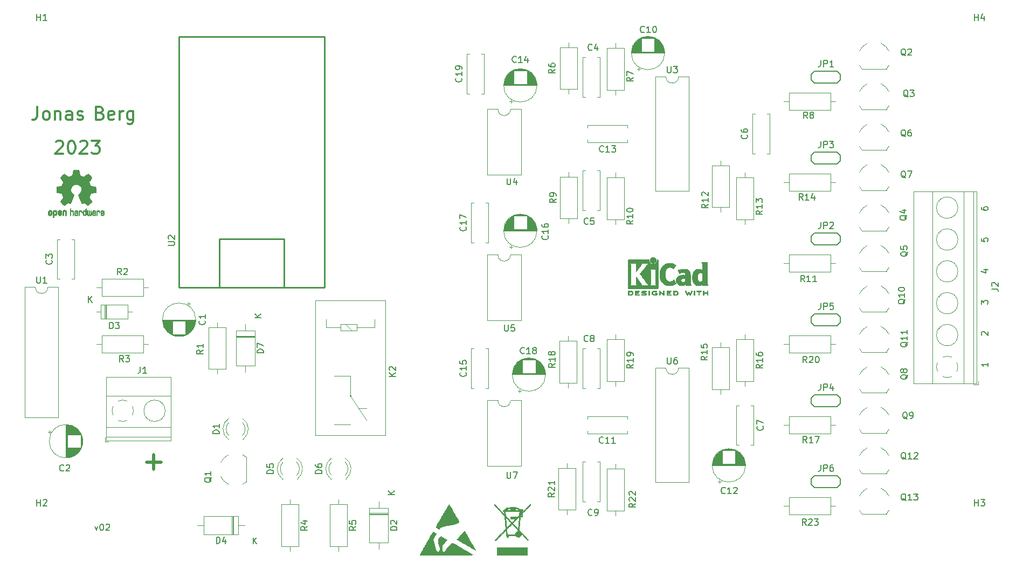
<source format=gto>
G04 #@! TF.GenerationSoftware,KiCad,Pcbnew,7.0.0-da2b9df05c~171~ubuntu20.04.1*
G04 #@! TF.CreationDate,2023-05-14T20:26:20+02:00*
G04 #@! TF.ProjectId,cpumeter,6370756d-6574-4657-922e-6b696361645f,v01*
G04 #@! TF.SameCoordinates,Original*
G04 #@! TF.FileFunction,Legend,Top*
G04 #@! TF.FilePolarity,Positive*
%FSLAX46Y46*%
G04 Gerber Fmt 4.6, Leading zero omitted, Abs format (unit mm)*
G04 Created by KiCad (PCBNEW 7.0.0-da2b9df05c~171~ubuntu20.04.1) date 2023-05-14 20:26:20*
%MOMM*%
%LPD*%
G01*
G04 APERTURE LIST*
%ADD10C,0.500000*%
%ADD11C,0.150000*%
%ADD12C,0.300000*%
%ADD13C,0.120000*%
%ADD14C,0.010000*%
%ADD15C,0.254000*%
%ADD16R,1.600000X1.600000*%
%ADD17O,1.600000X1.600000*%
%ADD18C,3.200000*%
%ADD19C,1.600000*%
%ADD20R,2.300000X2.300000*%
%ADD21C,2.300000*%
%ADD22R,1.500000X1.500000*%
%ADD23C,1.500000*%
%ADD24R,2.600000X2.600000*%
%ADD25C,2.600000*%
%ADD26R,1.800000X1.800000*%
%ADD27C,1.800000*%
%ADD28R,2.200000X2.200000*%
%ADD29O,2.200000X2.200000*%
%ADD30C,1.700000*%
%ADD31C,1.400000*%
G04 APERTURE END LIST*
D10*
X78438285Y-105646285D02*
X80724000Y-105646285D01*
X79581142Y-106789142D02*
X79581142Y-104503428D01*
D11*
X209602380Y-70481914D02*
X209602380Y-70958104D01*
X209602380Y-70958104D02*
X210078571Y-71005723D01*
X210078571Y-71005723D02*
X210030952Y-70958104D01*
X210030952Y-70958104D02*
X209983333Y-70862866D01*
X209983333Y-70862866D02*
X209983333Y-70624771D01*
X209983333Y-70624771D02*
X210030952Y-70529533D01*
X210030952Y-70529533D02*
X210078571Y-70481914D01*
X210078571Y-70481914D02*
X210173809Y-70434295D01*
X210173809Y-70434295D02*
X210411904Y-70434295D01*
X210411904Y-70434295D02*
X210507142Y-70481914D01*
X210507142Y-70481914D02*
X210554761Y-70529533D01*
X210554761Y-70529533D02*
X210602380Y-70624771D01*
X210602380Y-70624771D02*
X210602380Y-70862866D01*
X210602380Y-70862866D02*
X210554761Y-70958104D01*
X210554761Y-70958104D02*
X210507142Y-71005723D01*
D12*
X64202952Y-55403238D02*
X64298190Y-55308000D01*
X64298190Y-55308000D02*
X64488666Y-55212761D01*
X64488666Y-55212761D02*
X64964857Y-55212761D01*
X64964857Y-55212761D02*
X65155333Y-55308000D01*
X65155333Y-55308000D02*
X65250571Y-55403238D01*
X65250571Y-55403238D02*
X65345809Y-55593714D01*
X65345809Y-55593714D02*
X65345809Y-55784190D01*
X65345809Y-55784190D02*
X65250571Y-56069904D01*
X65250571Y-56069904D02*
X64107714Y-57212761D01*
X64107714Y-57212761D02*
X65345809Y-57212761D01*
X66583904Y-55212761D02*
X66774381Y-55212761D01*
X66774381Y-55212761D02*
X66964857Y-55308000D01*
X66964857Y-55308000D02*
X67060095Y-55403238D01*
X67060095Y-55403238D02*
X67155333Y-55593714D01*
X67155333Y-55593714D02*
X67250571Y-55974666D01*
X67250571Y-55974666D02*
X67250571Y-56450857D01*
X67250571Y-56450857D02*
X67155333Y-56831809D01*
X67155333Y-56831809D02*
X67060095Y-57022285D01*
X67060095Y-57022285D02*
X66964857Y-57117523D01*
X66964857Y-57117523D02*
X66774381Y-57212761D01*
X66774381Y-57212761D02*
X66583904Y-57212761D01*
X66583904Y-57212761D02*
X66393428Y-57117523D01*
X66393428Y-57117523D02*
X66298190Y-57022285D01*
X66298190Y-57022285D02*
X66202952Y-56831809D01*
X66202952Y-56831809D02*
X66107714Y-56450857D01*
X66107714Y-56450857D02*
X66107714Y-55974666D01*
X66107714Y-55974666D02*
X66202952Y-55593714D01*
X66202952Y-55593714D02*
X66298190Y-55403238D01*
X66298190Y-55403238D02*
X66393428Y-55308000D01*
X66393428Y-55308000D02*
X66583904Y-55212761D01*
X68012476Y-55403238D02*
X68107714Y-55308000D01*
X68107714Y-55308000D02*
X68298190Y-55212761D01*
X68298190Y-55212761D02*
X68774381Y-55212761D01*
X68774381Y-55212761D02*
X68964857Y-55308000D01*
X68964857Y-55308000D02*
X69060095Y-55403238D01*
X69060095Y-55403238D02*
X69155333Y-55593714D01*
X69155333Y-55593714D02*
X69155333Y-55784190D01*
X69155333Y-55784190D02*
X69060095Y-56069904D01*
X69060095Y-56069904D02*
X67917238Y-57212761D01*
X67917238Y-57212761D02*
X69155333Y-57212761D01*
X69822000Y-55212761D02*
X71060095Y-55212761D01*
X71060095Y-55212761D02*
X70393428Y-55974666D01*
X70393428Y-55974666D02*
X70679143Y-55974666D01*
X70679143Y-55974666D02*
X70869619Y-56069904D01*
X70869619Y-56069904D02*
X70964857Y-56165142D01*
X70964857Y-56165142D02*
X71060095Y-56355619D01*
X71060095Y-56355619D02*
X71060095Y-56831809D01*
X71060095Y-56831809D02*
X70964857Y-57022285D01*
X70964857Y-57022285D02*
X70869619Y-57117523D01*
X70869619Y-57117523D02*
X70679143Y-57212761D01*
X70679143Y-57212761D02*
X70107714Y-57212761D01*
X70107714Y-57212761D02*
X69917238Y-57117523D01*
X69917238Y-57117523D02*
X69822000Y-57022285D01*
D11*
X209935714Y-75431733D02*
X210602380Y-75431733D01*
X209554761Y-75669828D02*
X210269047Y-75907923D01*
X210269047Y-75907923D02*
X210269047Y-75288876D01*
X70314857Y-115691714D02*
X70552952Y-116358380D01*
X70552952Y-116358380D02*
X70791047Y-115691714D01*
X71362476Y-115358380D02*
X71457714Y-115358380D01*
X71457714Y-115358380D02*
X71552952Y-115406000D01*
X71552952Y-115406000D02*
X71600571Y-115453619D01*
X71600571Y-115453619D02*
X71648190Y-115548857D01*
X71648190Y-115548857D02*
X71695809Y-115739333D01*
X71695809Y-115739333D02*
X71695809Y-115977428D01*
X71695809Y-115977428D02*
X71648190Y-116167904D01*
X71648190Y-116167904D02*
X71600571Y-116263142D01*
X71600571Y-116263142D02*
X71552952Y-116310761D01*
X71552952Y-116310761D02*
X71457714Y-116358380D01*
X71457714Y-116358380D02*
X71362476Y-116358380D01*
X71362476Y-116358380D02*
X71267238Y-116310761D01*
X71267238Y-116310761D02*
X71219619Y-116263142D01*
X71219619Y-116263142D02*
X71172000Y-116167904D01*
X71172000Y-116167904D02*
X71124381Y-115977428D01*
X71124381Y-115977428D02*
X71124381Y-115739333D01*
X71124381Y-115739333D02*
X71172000Y-115548857D01*
X71172000Y-115548857D02*
X71219619Y-115453619D01*
X71219619Y-115453619D02*
X71267238Y-115406000D01*
X71267238Y-115406000D02*
X71362476Y-115358380D01*
X72076762Y-115453619D02*
X72124381Y-115406000D01*
X72124381Y-115406000D02*
X72219619Y-115358380D01*
X72219619Y-115358380D02*
X72457714Y-115358380D01*
X72457714Y-115358380D02*
X72552952Y-115406000D01*
X72552952Y-115406000D02*
X72600571Y-115453619D01*
X72600571Y-115453619D02*
X72648190Y-115548857D01*
X72648190Y-115548857D02*
X72648190Y-115644095D01*
X72648190Y-115644095D02*
X72600571Y-115786952D01*
X72600571Y-115786952D02*
X72029143Y-116358380D01*
X72029143Y-116358380D02*
X72648190Y-116358380D01*
X209602380Y-80857742D02*
X209602380Y-80238695D01*
X209602380Y-80238695D02*
X209983333Y-80572028D01*
X209983333Y-80572028D02*
X209983333Y-80429171D01*
X209983333Y-80429171D02*
X210030952Y-80333933D01*
X210030952Y-80333933D02*
X210078571Y-80286314D01*
X210078571Y-80286314D02*
X210173809Y-80238695D01*
X210173809Y-80238695D02*
X210411904Y-80238695D01*
X210411904Y-80238695D02*
X210507142Y-80286314D01*
X210507142Y-80286314D02*
X210554761Y-80333933D01*
X210554761Y-80333933D02*
X210602380Y-80429171D01*
X210602380Y-80429171D02*
X210602380Y-80714885D01*
X210602380Y-80714885D02*
X210554761Y-80810123D01*
X210554761Y-80810123D02*
X210507142Y-80857742D01*
X210602380Y-90043095D02*
X210602380Y-90614523D01*
X210602380Y-90328809D02*
X209602380Y-90328809D01*
X209602380Y-90328809D02*
X209745238Y-90424047D01*
X209745238Y-90424047D02*
X209840476Y-90519285D01*
X209840476Y-90519285D02*
X209888095Y-90614523D01*
X209602380Y-65627333D02*
X209602380Y-65817809D01*
X209602380Y-65817809D02*
X209650000Y-65913047D01*
X209650000Y-65913047D02*
X209697619Y-65960666D01*
X209697619Y-65960666D02*
X209840476Y-66055904D01*
X209840476Y-66055904D02*
X210030952Y-66103523D01*
X210030952Y-66103523D02*
X210411904Y-66103523D01*
X210411904Y-66103523D02*
X210507142Y-66055904D01*
X210507142Y-66055904D02*
X210554761Y-66008285D01*
X210554761Y-66008285D02*
X210602380Y-65913047D01*
X210602380Y-65913047D02*
X210602380Y-65722571D01*
X210602380Y-65722571D02*
X210554761Y-65627333D01*
X210554761Y-65627333D02*
X210507142Y-65579714D01*
X210507142Y-65579714D02*
X210411904Y-65532095D01*
X210411904Y-65532095D02*
X210173809Y-65532095D01*
X210173809Y-65532095D02*
X210078571Y-65579714D01*
X210078571Y-65579714D02*
X210030952Y-65627333D01*
X210030952Y-65627333D02*
X209983333Y-65722571D01*
X209983333Y-65722571D02*
X209983333Y-65913047D01*
X209983333Y-65913047D02*
X210030952Y-66008285D01*
X210030952Y-66008285D02*
X210078571Y-66055904D01*
X210078571Y-66055904D02*
X210173809Y-66103523D01*
D12*
X61313619Y-49878761D02*
X61313619Y-51307333D01*
X61313619Y-51307333D02*
X61218380Y-51593047D01*
X61218380Y-51593047D02*
X61027904Y-51783523D01*
X61027904Y-51783523D02*
X60742190Y-51878761D01*
X60742190Y-51878761D02*
X60551714Y-51878761D01*
X62551714Y-51878761D02*
X62361238Y-51783523D01*
X62361238Y-51783523D02*
X62266000Y-51688285D01*
X62266000Y-51688285D02*
X62170762Y-51497809D01*
X62170762Y-51497809D02*
X62170762Y-50926380D01*
X62170762Y-50926380D02*
X62266000Y-50735904D01*
X62266000Y-50735904D02*
X62361238Y-50640666D01*
X62361238Y-50640666D02*
X62551714Y-50545428D01*
X62551714Y-50545428D02*
X62837429Y-50545428D01*
X62837429Y-50545428D02*
X63027905Y-50640666D01*
X63027905Y-50640666D02*
X63123143Y-50735904D01*
X63123143Y-50735904D02*
X63218381Y-50926380D01*
X63218381Y-50926380D02*
X63218381Y-51497809D01*
X63218381Y-51497809D02*
X63123143Y-51688285D01*
X63123143Y-51688285D02*
X63027905Y-51783523D01*
X63027905Y-51783523D02*
X62837429Y-51878761D01*
X62837429Y-51878761D02*
X62551714Y-51878761D01*
X64075524Y-50545428D02*
X64075524Y-51878761D01*
X64075524Y-50735904D02*
X64170762Y-50640666D01*
X64170762Y-50640666D02*
X64361238Y-50545428D01*
X64361238Y-50545428D02*
X64646953Y-50545428D01*
X64646953Y-50545428D02*
X64837429Y-50640666D01*
X64837429Y-50640666D02*
X64932667Y-50831142D01*
X64932667Y-50831142D02*
X64932667Y-51878761D01*
X66742191Y-51878761D02*
X66742191Y-50831142D01*
X66742191Y-50831142D02*
X66646953Y-50640666D01*
X66646953Y-50640666D02*
X66456477Y-50545428D01*
X66456477Y-50545428D02*
X66075524Y-50545428D01*
X66075524Y-50545428D02*
X65885048Y-50640666D01*
X66742191Y-51783523D02*
X66551715Y-51878761D01*
X66551715Y-51878761D02*
X66075524Y-51878761D01*
X66075524Y-51878761D02*
X65885048Y-51783523D01*
X65885048Y-51783523D02*
X65789810Y-51593047D01*
X65789810Y-51593047D02*
X65789810Y-51402571D01*
X65789810Y-51402571D02*
X65885048Y-51212095D01*
X65885048Y-51212095D02*
X66075524Y-51116857D01*
X66075524Y-51116857D02*
X66551715Y-51116857D01*
X66551715Y-51116857D02*
X66742191Y-51021619D01*
X67599334Y-51783523D02*
X67789810Y-51878761D01*
X67789810Y-51878761D02*
X68170762Y-51878761D01*
X68170762Y-51878761D02*
X68361239Y-51783523D01*
X68361239Y-51783523D02*
X68456477Y-51593047D01*
X68456477Y-51593047D02*
X68456477Y-51497809D01*
X68456477Y-51497809D02*
X68361239Y-51307333D01*
X68361239Y-51307333D02*
X68170762Y-51212095D01*
X68170762Y-51212095D02*
X67885048Y-51212095D01*
X67885048Y-51212095D02*
X67694572Y-51116857D01*
X67694572Y-51116857D02*
X67599334Y-50926380D01*
X67599334Y-50926380D02*
X67599334Y-50831142D01*
X67599334Y-50831142D02*
X67694572Y-50640666D01*
X67694572Y-50640666D02*
X67885048Y-50545428D01*
X67885048Y-50545428D02*
X68170762Y-50545428D01*
X68170762Y-50545428D02*
X68361239Y-50640666D01*
X71180287Y-50831142D02*
X71466001Y-50926380D01*
X71466001Y-50926380D02*
X71561239Y-51021619D01*
X71561239Y-51021619D02*
X71656477Y-51212095D01*
X71656477Y-51212095D02*
X71656477Y-51497809D01*
X71656477Y-51497809D02*
X71561239Y-51688285D01*
X71561239Y-51688285D02*
X71466001Y-51783523D01*
X71466001Y-51783523D02*
X71275525Y-51878761D01*
X71275525Y-51878761D02*
X70513620Y-51878761D01*
X70513620Y-51878761D02*
X70513620Y-49878761D01*
X70513620Y-49878761D02*
X71180287Y-49878761D01*
X71180287Y-49878761D02*
X71370763Y-49974000D01*
X71370763Y-49974000D02*
X71466001Y-50069238D01*
X71466001Y-50069238D02*
X71561239Y-50259714D01*
X71561239Y-50259714D02*
X71561239Y-50450190D01*
X71561239Y-50450190D02*
X71466001Y-50640666D01*
X71466001Y-50640666D02*
X71370763Y-50735904D01*
X71370763Y-50735904D02*
X71180287Y-50831142D01*
X71180287Y-50831142D02*
X70513620Y-50831142D01*
X73275525Y-51783523D02*
X73085049Y-51878761D01*
X73085049Y-51878761D02*
X72704096Y-51878761D01*
X72704096Y-51878761D02*
X72513620Y-51783523D01*
X72513620Y-51783523D02*
X72418382Y-51593047D01*
X72418382Y-51593047D02*
X72418382Y-50831142D01*
X72418382Y-50831142D02*
X72513620Y-50640666D01*
X72513620Y-50640666D02*
X72704096Y-50545428D01*
X72704096Y-50545428D02*
X73085049Y-50545428D01*
X73085049Y-50545428D02*
X73275525Y-50640666D01*
X73275525Y-50640666D02*
X73370763Y-50831142D01*
X73370763Y-50831142D02*
X73370763Y-51021619D01*
X73370763Y-51021619D02*
X72418382Y-51212095D01*
X74227906Y-51878761D02*
X74227906Y-50545428D01*
X74227906Y-50926380D02*
X74323144Y-50735904D01*
X74323144Y-50735904D02*
X74418382Y-50640666D01*
X74418382Y-50640666D02*
X74608858Y-50545428D01*
X74608858Y-50545428D02*
X74799335Y-50545428D01*
X76323144Y-50545428D02*
X76323144Y-52164476D01*
X76323144Y-52164476D02*
X76227906Y-52354952D01*
X76227906Y-52354952D02*
X76132668Y-52450190D01*
X76132668Y-52450190D02*
X75942191Y-52545428D01*
X75942191Y-52545428D02*
X75656477Y-52545428D01*
X75656477Y-52545428D02*
X75466001Y-52450190D01*
X76323144Y-51783523D02*
X76132668Y-51878761D01*
X76132668Y-51878761D02*
X75751715Y-51878761D01*
X75751715Y-51878761D02*
X75561239Y-51783523D01*
X75561239Y-51783523D02*
X75466001Y-51688285D01*
X75466001Y-51688285D02*
X75370763Y-51497809D01*
X75370763Y-51497809D02*
X75370763Y-50926380D01*
X75370763Y-50926380D02*
X75466001Y-50735904D01*
X75466001Y-50735904D02*
X75561239Y-50640666D01*
X75561239Y-50640666D02*
X75751715Y-50545428D01*
X75751715Y-50545428D02*
X76132668Y-50545428D01*
X76132668Y-50545428D02*
X76323144Y-50640666D01*
D11*
X209697619Y-85712323D02*
X209650000Y-85664704D01*
X209650000Y-85664704D02*
X209602380Y-85569466D01*
X209602380Y-85569466D02*
X209602380Y-85331371D01*
X209602380Y-85331371D02*
X209650000Y-85236133D01*
X209650000Y-85236133D02*
X209697619Y-85188514D01*
X209697619Y-85188514D02*
X209792857Y-85140895D01*
X209792857Y-85140895D02*
X209888095Y-85140895D01*
X209888095Y-85140895D02*
X210030952Y-85188514D01*
X210030952Y-85188514D02*
X210602380Y-85759942D01*
X210602380Y-85759942D02*
X210602380Y-85140895D01*
X61204095Y-76529380D02*
X61204095Y-77338904D01*
X61204095Y-77338904D02*
X61251714Y-77434142D01*
X61251714Y-77434142D02*
X61299333Y-77481761D01*
X61299333Y-77481761D02*
X61394571Y-77529380D01*
X61394571Y-77529380D02*
X61585047Y-77529380D01*
X61585047Y-77529380D02*
X61680285Y-77481761D01*
X61680285Y-77481761D02*
X61727904Y-77434142D01*
X61727904Y-77434142D02*
X61775523Y-77338904D01*
X61775523Y-77338904D02*
X61775523Y-76529380D01*
X62775523Y-77529380D02*
X62204095Y-77529380D01*
X62489809Y-77529380D02*
X62489809Y-76529380D01*
X62489809Y-76529380D02*
X62394571Y-76672238D01*
X62394571Y-76672238D02*
X62299333Y-76767476D01*
X62299333Y-76767476D02*
X62204095Y-76815095D01*
X61214095Y-112499380D02*
X61214095Y-111499380D01*
X61214095Y-111975571D02*
X61785523Y-111975571D01*
X61785523Y-112499380D02*
X61785523Y-111499380D01*
X62214095Y-111594619D02*
X62261714Y-111547000D01*
X62261714Y-111547000D02*
X62356952Y-111499380D01*
X62356952Y-111499380D02*
X62595047Y-111499380D01*
X62595047Y-111499380D02*
X62690285Y-111547000D01*
X62690285Y-111547000D02*
X62737904Y-111594619D01*
X62737904Y-111594619D02*
X62785523Y-111689857D01*
X62785523Y-111689857D02*
X62785523Y-111785095D01*
X62785523Y-111785095D02*
X62737904Y-111927952D01*
X62737904Y-111927952D02*
X62166476Y-112499380D01*
X62166476Y-112499380D02*
X62785523Y-112499380D01*
X74831333Y-89892380D02*
X74498000Y-89416190D01*
X74259905Y-89892380D02*
X74259905Y-88892380D01*
X74259905Y-88892380D02*
X74640857Y-88892380D01*
X74640857Y-88892380D02*
X74736095Y-88940000D01*
X74736095Y-88940000D02*
X74783714Y-88987619D01*
X74783714Y-88987619D02*
X74831333Y-89082857D01*
X74831333Y-89082857D02*
X74831333Y-89225714D01*
X74831333Y-89225714D02*
X74783714Y-89320952D01*
X74783714Y-89320952D02*
X74736095Y-89368571D01*
X74736095Y-89368571D02*
X74640857Y-89416190D01*
X74640857Y-89416190D02*
X74259905Y-89416190D01*
X75164667Y-88892380D02*
X75783714Y-88892380D01*
X75783714Y-88892380D02*
X75450381Y-89273333D01*
X75450381Y-89273333D02*
X75593238Y-89273333D01*
X75593238Y-89273333D02*
X75688476Y-89320952D01*
X75688476Y-89320952D02*
X75736095Y-89368571D01*
X75736095Y-89368571D02*
X75783714Y-89463809D01*
X75783714Y-89463809D02*
X75783714Y-89701904D01*
X75783714Y-89701904D02*
X75736095Y-89797142D01*
X75736095Y-89797142D02*
X75688476Y-89844761D01*
X75688476Y-89844761D02*
X75593238Y-89892380D01*
X75593238Y-89892380D02*
X75307524Y-89892380D01*
X75307524Y-89892380D02*
X75212286Y-89844761D01*
X75212286Y-89844761D02*
X75164667Y-89797142D01*
X141447142Y-70101857D02*
X141494761Y-70149476D01*
X141494761Y-70149476D02*
X141542380Y-70292333D01*
X141542380Y-70292333D02*
X141542380Y-70387571D01*
X141542380Y-70387571D02*
X141494761Y-70530428D01*
X141494761Y-70530428D02*
X141399523Y-70625666D01*
X141399523Y-70625666D02*
X141304285Y-70673285D01*
X141304285Y-70673285D02*
X141113809Y-70720904D01*
X141113809Y-70720904D02*
X140970952Y-70720904D01*
X140970952Y-70720904D02*
X140780476Y-70673285D01*
X140780476Y-70673285D02*
X140685238Y-70625666D01*
X140685238Y-70625666D02*
X140590000Y-70530428D01*
X140590000Y-70530428D02*
X140542380Y-70387571D01*
X140542380Y-70387571D02*
X140542380Y-70292333D01*
X140542380Y-70292333D02*
X140590000Y-70149476D01*
X140590000Y-70149476D02*
X140637619Y-70101857D01*
X141542380Y-69149476D02*
X141542380Y-69720904D01*
X141542380Y-69435190D02*
X140542380Y-69435190D01*
X140542380Y-69435190D02*
X140685238Y-69530428D01*
X140685238Y-69530428D02*
X140780476Y-69625666D01*
X140780476Y-69625666D02*
X140828095Y-69720904D01*
X140542380Y-68292333D02*
X140542380Y-68482809D01*
X140542380Y-68482809D02*
X140590000Y-68578047D01*
X140590000Y-68578047D02*
X140637619Y-68625666D01*
X140637619Y-68625666D02*
X140780476Y-68720904D01*
X140780476Y-68720904D02*
X140970952Y-68768523D01*
X140970952Y-68768523D02*
X141351904Y-68768523D01*
X141351904Y-68768523D02*
X141447142Y-68720904D01*
X141447142Y-68720904D02*
X141494761Y-68673285D01*
X141494761Y-68673285D02*
X141542380Y-68578047D01*
X141542380Y-68578047D02*
X141542380Y-68387571D01*
X141542380Y-68387571D02*
X141494761Y-68292333D01*
X141494761Y-68292333D02*
X141447142Y-68244714D01*
X141447142Y-68244714D02*
X141351904Y-68197095D01*
X141351904Y-68197095D02*
X141113809Y-68197095D01*
X141113809Y-68197095D02*
X141018571Y-68244714D01*
X141018571Y-68244714D02*
X140970952Y-68292333D01*
X140970952Y-68292333D02*
X140923333Y-68387571D01*
X140923333Y-68387571D02*
X140923333Y-68578047D01*
X140923333Y-68578047D02*
X140970952Y-68673285D01*
X140970952Y-68673285D02*
X141018571Y-68720904D01*
X141018571Y-68720904D02*
X141113809Y-68768523D01*
X181797142Y-77319380D02*
X181463809Y-76843190D01*
X181225714Y-77319380D02*
X181225714Y-76319380D01*
X181225714Y-76319380D02*
X181606666Y-76319380D01*
X181606666Y-76319380D02*
X181701904Y-76367000D01*
X181701904Y-76367000D02*
X181749523Y-76414619D01*
X181749523Y-76414619D02*
X181797142Y-76509857D01*
X181797142Y-76509857D02*
X181797142Y-76652714D01*
X181797142Y-76652714D02*
X181749523Y-76747952D01*
X181749523Y-76747952D02*
X181701904Y-76795571D01*
X181701904Y-76795571D02*
X181606666Y-76843190D01*
X181606666Y-76843190D02*
X181225714Y-76843190D01*
X182749523Y-77319380D02*
X182178095Y-77319380D01*
X182463809Y-77319380D02*
X182463809Y-76319380D01*
X182463809Y-76319380D02*
X182368571Y-76462238D01*
X182368571Y-76462238D02*
X182273333Y-76557476D01*
X182273333Y-76557476D02*
X182178095Y-76605095D01*
X183701904Y-77319380D02*
X183130476Y-77319380D01*
X183416190Y-77319380D02*
X183416190Y-76319380D01*
X183416190Y-76319380D02*
X183320952Y-76462238D01*
X183320952Y-76462238D02*
X183225714Y-76557476D01*
X183225714Y-76557476D02*
X183130476Y-76605095D01*
X166551380Y-89024857D02*
X166075190Y-89358190D01*
X166551380Y-89596285D02*
X165551380Y-89596285D01*
X165551380Y-89596285D02*
X165551380Y-89215333D01*
X165551380Y-89215333D02*
X165599000Y-89120095D01*
X165599000Y-89120095D02*
X165646619Y-89072476D01*
X165646619Y-89072476D02*
X165741857Y-89024857D01*
X165741857Y-89024857D02*
X165884714Y-89024857D01*
X165884714Y-89024857D02*
X165979952Y-89072476D01*
X165979952Y-89072476D02*
X166027571Y-89120095D01*
X166027571Y-89120095D02*
X166075190Y-89215333D01*
X166075190Y-89215333D02*
X166075190Y-89596285D01*
X166551380Y-88072476D02*
X166551380Y-88643904D01*
X166551380Y-88358190D02*
X165551380Y-88358190D01*
X165551380Y-88358190D02*
X165694238Y-88453428D01*
X165694238Y-88453428D02*
X165789476Y-88548666D01*
X165789476Y-88548666D02*
X165837095Y-88643904D01*
X165551380Y-87167714D02*
X165551380Y-87643904D01*
X165551380Y-87643904D02*
X166027571Y-87691523D01*
X166027571Y-87691523D02*
X165979952Y-87643904D01*
X165979952Y-87643904D02*
X165932333Y-87548666D01*
X165932333Y-87548666D02*
X165932333Y-87310571D01*
X165932333Y-87310571D02*
X165979952Y-87215333D01*
X165979952Y-87215333D02*
X166027571Y-87167714D01*
X166027571Y-87167714D02*
X166122809Y-87120095D01*
X166122809Y-87120095D02*
X166360904Y-87120095D01*
X166360904Y-87120095D02*
X166456142Y-87167714D01*
X166456142Y-87167714D02*
X166503761Y-87215333D01*
X166503761Y-87215333D02*
X166551380Y-87310571D01*
X166551380Y-87310571D02*
X166551380Y-87548666D01*
X166551380Y-87548666D02*
X166503761Y-87643904D01*
X166503761Y-87643904D02*
X166456142Y-87691523D01*
X154873380Y-45251666D02*
X154397190Y-45584999D01*
X154873380Y-45823094D02*
X153873380Y-45823094D01*
X153873380Y-45823094D02*
X153873380Y-45442142D01*
X153873380Y-45442142D02*
X153921000Y-45346904D01*
X153921000Y-45346904D02*
X153968619Y-45299285D01*
X153968619Y-45299285D02*
X154063857Y-45251666D01*
X154063857Y-45251666D02*
X154206714Y-45251666D01*
X154206714Y-45251666D02*
X154301952Y-45299285D01*
X154301952Y-45299285D02*
X154349571Y-45346904D01*
X154349571Y-45346904D02*
X154397190Y-45442142D01*
X154397190Y-45442142D02*
X154397190Y-45823094D01*
X153873380Y-44918332D02*
X153873380Y-44251666D01*
X153873380Y-44251666D02*
X154873380Y-44680237D01*
X117557380Y-92168094D02*
X116557380Y-92168094D01*
X117557380Y-91596666D02*
X116985952Y-92025237D01*
X116557380Y-91596666D02*
X117128809Y-92168094D01*
X116652619Y-91215713D02*
X116605000Y-91168094D01*
X116605000Y-91168094D02*
X116557380Y-91072856D01*
X116557380Y-91072856D02*
X116557380Y-90834761D01*
X116557380Y-90834761D02*
X116605000Y-90739523D01*
X116605000Y-90739523D02*
X116652619Y-90691904D01*
X116652619Y-90691904D02*
X116747857Y-90644285D01*
X116747857Y-90644285D02*
X116843095Y-90644285D01*
X116843095Y-90644285D02*
X116985952Y-90691904D01*
X116985952Y-90691904D02*
X117557380Y-91263332D01*
X117557380Y-91263332D02*
X117557380Y-90644285D01*
X147788333Y-86632142D02*
X147740714Y-86679761D01*
X147740714Y-86679761D02*
X147597857Y-86727380D01*
X147597857Y-86727380D02*
X147502619Y-86727380D01*
X147502619Y-86727380D02*
X147359762Y-86679761D01*
X147359762Y-86679761D02*
X147264524Y-86584523D01*
X147264524Y-86584523D02*
X147216905Y-86489285D01*
X147216905Y-86489285D02*
X147169286Y-86298809D01*
X147169286Y-86298809D02*
X147169286Y-86155952D01*
X147169286Y-86155952D02*
X147216905Y-85965476D01*
X147216905Y-85965476D02*
X147264524Y-85870238D01*
X147264524Y-85870238D02*
X147359762Y-85775000D01*
X147359762Y-85775000D02*
X147502619Y-85727380D01*
X147502619Y-85727380D02*
X147597857Y-85727380D01*
X147597857Y-85727380D02*
X147740714Y-85775000D01*
X147740714Y-85775000D02*
X147788333Y-85822619D01*
X148359762Y-86155952D02*
X148264524Y-86108333D01*
X148264524Y-86108333D02*
X148216905Y-86060714D01*
X148216905Y-86060714D02*
X148169286Y-85965476D01*
X148169286Y-85965476D02*
X148169286Y-85917857D01*
X148169286Y-85917857D02*
X148216905Y-85822619D01*
X148216905Y-85822619D02*
X148264524Y-85775000D01*
X148264524Y-85775000D02*
X148359762Y-85727380D01*
X148359762Y-85727380D02*
X148550238Y-85727380D01*
X148550238Y-85727380D02*
X148645476Y-85775000D01*
X148645476Y-85775000D02*
X148693095Y-85822619D01*
X148693095Y-85822619D02*
X148740714Y-85917857D01*
X148740714Y-85917857D02*
X148740714Y-85965476D01*
X148740714Y-85965476D02*
X148693095Y-86060714D01*
X148693095Y-86060714D02*
X148645476Y-86108333D01*
X148645476Y-86108333D02*
X148550238Y-86155952D01*
X148550238Y-86155952D02*
X148359762Y-86155952D01*
X148359762Y-86155952D02*
X148264524Y-86203571D01*
X148264524Y-86203571D02*
X148216905Y-86251190D01*
X148216905Y-86251190D02*
X148169286Y-86346428D01*
X148169286Y-86346428D02*
X148169286Y-86536904D01*
X148169286Y-86536904D02*
X148216905Y-86632142D01*
X148216905Y-86632142D02*
X148264524Y-86679761D01*
X148264524Y-86679761D02*
X148359762Y-86727380D01*
X148359762Y-86727380D02*
X148550238Y-86727380D01*
X148550238Y-86727380D02*
X148645476Y-86679761D01*
X148645476Y-86679761D02*
X148693095Y-86632142D01*
X148693095Y-86632142D02*
X148740714Y-86536904D01*
X148740714Y-86536904D02*
X148740714Y-86346428D01*
X148740714Y-86346428D02*
X148693095Y-86251190D01*
X148693095Y-86251190D02*
X148645476Y-86203571D01*
X148645476Y-86203571D02*
X148550238Y-86155952D01*
X148423333Y-40912142D02*
X148375714Y-40959761D01*
X148375714Y-40959761D02*
X148232857Y-41007380D01*
X148232857Y-41007380D02*
X148137619Y-41007380D01*
X148137619Y-41007380D02*
X147994762Y-40959761D01*
X147994762Y-40959761D02*
X147899524Y-40864523D01*
X147899524Y-40864523D02*
X147851905Y-40769285D01*
X147851905Y-40769285D02*
X147804286Y-40578809D01*
X147804286Y-40578809D02*
X147804286Y-40435952D01*
X147804286Y-40435952D02*
X147851905Y-40245476D01*
X147851905Y-40245476D02*
X147899524Y-40150238D01*
X147899524Y-40150238D02*
X147994762Y-40055000D01*
X147994762Y-40055000D02*
X148137619Y-40007380D01*
X148137619Y-40007380D02*
X148232857Y-40007380D01*
X148232857Y-40007380D02*
X148375714Y-40055000D01*
X148375714Y-40055000D02*
X148423333Y-40102619D01*
X149280476Y-40340714D02*
X149280476Y-41007380D01*
X149042381Y-39959761D02*
X148804286Y-40674047D01*
X148804286Y-40674047D02*
X149423333Y-40674047D01*
X61214095Y-36299380D02*
X61214095Y-35299380D01*
X61214095Y-35775571D02*
X61785523Y-35775571D01*
X61785523Y-36299380D02*
X61785523Y-35299380D01*
X62785523Y-36299380D02*
X62214095Y-36299380D01*
X62499809Y-36299380D02*
X62499809Y-35299380D01*
X62499809Y-35299380D02*
X62404571Y-35442238D01*
X62404571Y-35442238D02*
X62309333Y-35537476D01*
X62309333Y-35537476D02*
X62214095Y-35585095D01*
X197634619Y-80063428D02*
X197587000Y-80158666D01*
X197587000Y-80158666D02*
X197491761Y-80253904D01*
X197491761Y-80253904D02*
X197348904Y-80396761D01*
X197348904Y-80396761D02*
X197301285Y-80491999D01*
X197301285Y-80491999D02*
X197301285Y-80587237D01*
X197539380Y-80539618D02*
X197491761Y-80634856D01*
X197491761Y-80634856D02*
X197396523Y-80730094D01*
X197396523Y-80730094D02*
X197206047Y-80777713D01*
X197206047Y-80777713D02*
X196872714Y-80777713D01*
X196872714Y-80777713D02*
X196682238Y-80730094D01*
X196682238Y-80730094D02*
X196587000Y-80634856D01*
X196587000Y-80634856D02*
X196539380Y-80539618D01*
X196539380Y-80539618D02*
X196539380Y-80349142D01*
X196539380Y-80349142D02*
X196587000Y-80253904D01*
X196587000Y-80253904D02*
X196682238Y-80158666D01*
X196682238Y-80158666D02*
X196872714Y-80111047D01*
X196872714Y-80111047D02*
X197206047Y-80111047D01*
X197206047Y-80111047D02*
X197396523Y-80158666D01*
X197396523Y-80158666D02*
X197491761Y-80253904D01*
X197491761Y-80253904D02*
X197539380Y-80349142D01*
X197539380Y-80349142D02*
X197539380Y-80539618D01*
X197539380Y-79158666D02*
X197539380Y-79730094D01*
X197539380Y-79444380D02*
X196539380Y-79444380D01*
X196539380Y-79444380D02*
X196682238Y-79539618D01*
X196682238Y-79539618D02*
X196777476Y-79634856D01*
X196777476Y-79634856D02*
X196825095Y-79730094D01*
X196539380Y-78539618D02*
X196539380Y-78444380D01*
X196539380Y-78444380D02*
X196587000Y-78349142D01*
X196587000Y-78349142D02*
X196634619Y-78301523D01*
X196634619Y-78301523D02*
X196729857Y-78253904D01*
X196729857Y-78253904D02*
X196920333Y-78206285D01*
X196920333Y-78206285D02*
X197158428Y-78206285D01*
X197158428Y-78206285D02*
X197348904Y-78253904D01*
X197348904Y-78253904D02*
X197444142Y-78301523D01*
X197444142Y-78301523D02*
X197491761Y-78349142D01*
X197491761Y-78349142D02*
X197539380Y-78444380D01*
X197539380Y-78444380D02*
X197539380Y-78539618D01*
X197539380Y-78539618D02*
X197491761Y-78634856D01*
X197491761Y-78634856D02*
X197444142Y-78682475D01*
X197444142Y-78682475D02*
X197348904Y-78730094D01*
X197348904Y-78730094D02*
X197158428Y-78777713D01*
X197158428Y-78777713D02*
X196920333Y-78777713D01*
X196920333Y-78777713D02*
X196729857Y-78730094D01*
X196729857Y-78730094D02*
X196634619Y-78682475D01*
X196634619Y-78682475D02*
X196587000Y-78634856D01*
X196587000Y-78634856D02*
X196539380Y-78539618D01*
X136517142Y-42817142D02*
X136469523Y-42864761D01*
X136469523Y-42864761D02*
X136326666Y-42912380D01*
X136326666Y-42912380D02*
X136231428Y-42912380D01*
X136231428Y-42912380D02*
X136088571Y-42864761D01*
X136088571Y-42864761D02*
X135993333Y-42769523D01*
X135993333Y-42769523D02*
X135945714Y-42674285D01*
X135945714Y-42674285D02*
X135898095Y-42483809D01*
X135898095Y-42483809D02*
X135898095Y-42340952D01*
X135898095Y-42340952D02*
X135945714Y-42150476D01*
X135945714Y-42150476D02*
X135993333Y-42055238D01*
X135993333Y-42055238D02*
X136088571Y-41960000D01*
X136088571Y-41960000D02*
X136231428Y-41912380D01*
X136231428Y-41912380D02*
X136326666Y-41912380D01*
X136326666Y-41912380D02*
X136469523Y-41960000D01*
X136469523Y-41960000D02*
X136517142Y-42007619D01*
X137469523Y-42912380D02*
X136898095Y-42912380D01*
X137183809Y-42912380D02*
X137183809Y-41912380D01*
X137183809Y-41912380D02*
X137088571Y-42055238D01*
X137088571Y-42055238D02*
X136993333Y-42150476D01*
X136993333Y-42150476D02*
X136898095Y-42198095D01*
X138326666Y-42245714D02*
X138326666Y-42912380D01*
X138088571Y-41864761D02*
X137850476Y-42579047D01*
X137850476Y-42579047D02*
X138469523Y-42579047D01*
X127898142Y-45336857D02*
X127945761Y-45384476D01*
X127945761Y-45384476D02*
X127993380Y-45527333D01*
X127993380Y-45527333D02*
X127993380Y-45622571D01*
X127993380Y-45622571D02*
X127945761Y-45765428D01*
X127945761Y-45765428D02*
X127850523Y-45860666D01*
X127850523Y-45860666D02*
X127755285Y-45908285D01*
X127755285Y-45908285D02*
X127564809Y-45955904D01*
X127564809Y-45955904D02*
X127421952Y-45955904D01*
X127421952Y-45955904D02*
X127231476Y-45908285D01*
X127231476Y-45908285D02*
X127136238Y-45860666D01*
X127136238Y-45860666D02*
X127041000Y-45765428D01*
X127041000Y-45765428D02*
X126993380Y-45622571D01*
X126993380Y-45622571D02*
X126993380Y-45527333D01*
X126993380Y-45527333D02*
X127041000Y-45384476D01*
X127041000Y-45384476D02*
X127088619Y-45336857D01*
X127993380Y-44384476D02*
X127993380Y-44955904D01*
X127993380Y-44670190D02*
X126993380Y-44670190D01*
X126993380Y-44670190D02*
X127136238Y-44765428D01*
X127136238Y-44765428D02*
X127231476Y-44860666D01*
X127231476Y-44860666D02*
X127279095Y-44955904D01*
X127993380Y-43908285D02*
X127993380Y-43717809D01*
X127993380Y-43717809D02*
X127945761Y-43622571D01*
X127945761Y-43622571D02*
X127898142Y-43574952D01*
X127898142Y-43574952D02*
X127755285Y-43479714D01*
X127755285Y-43479714D02*
X127564809Y-43432095D01*
X127564809Y-43432095D02*
X127183857Y-43432095D01*
X127183857Y-43432095D02*
X127088619Y-43479714D01*
X127088619Y-43479714D02*
X127041000Y-43527333D01*
X127041000Y-43527333D02*
X126993380Y-43622571D01*
X126993380Y-43622571D02*
X126993380Y-43813047D01*
X126993380Y-43813047D02*
X127041000Y-43908285D01*
X127041000Y-43908285D02*
X127088619Y-43955904D01*
X127088619Y-43955904D02*
X127183857Y-44003523D01*
X127183857Y-44003523D02*
X127421952Y-44003523D01*
X127421952Y-44003523D02*
X127517190Y-43955904D01*
X127517190Y-43955904D02*
X127564809Y-43908285D01*
X127564809Y-43908285D02*
X127612428Y-43813047D01*
X127612428Y-43813047D02*
X127612428Y-43622571D01*
X127612428Y-43622571D02*
X127564809Y-43527333D01*
X127564809Y-43527333D02*
X127517190Y-43479714D01*
X127517190Y-43479714D02*
X127421952Y-43432095D01*
X154867380Y-67688857D02*
X154391190Y-68022190D01*
X154867380Y-68260285D02*
X153867380Y-68260285D01*
X153867380Y-68260285D02*
X153867380Y-67879333D01*
X153867380Y-67879333D02*
X153915000Y-67784095D01*
X153915000Y-67784095D02*
X153962619Y-67736476D01*
X153962619Y-67736476D02*
X154057857Y-67688857D01*
X154057857Y-67688857D02*
X154200714Y-67688857D01*
X154200714Y-67688857D02*
X154295952Y-67736476D01*
X154295952Y-67736476D02*
X154343571Y-67784095D01*
X154343571Y-67784095D02*
X154391190Y-67879333D01*
X154391190Y-67879333D02*
X154391190Y-68260285D01*
X154867380Y-66736476D02*
X154867380Y-67307904D01*
X154867380Y-67022190D02*
X153867380Y-67022190D01*
X153867380Y-67022190D02*
X154010238Y-67117428D01*
X154010238Y-67117428D02*
X154105476Y-67212666D01*
X154105476Y-67212666D02*
X154153095Y-67307904D01*
X153867380Y-66117428D02*
X153867380Y-66022190D01*
X153867380Y-66022190D02*
X153915000Y-65926952D01*
X153915000Y-65926952D02*
X153962619Y-65879333D01*
X153962619Y-65879333D02*
X154057857Y-65831714D01*
X154057857Y-65831714D02*
X154248333Y-65784095D01*
X154248333Y-65784095D02*
X154486428Y-65784095D01*
X154486428Y-65784095D02*
X154676904Y-65831714D01*
X154676904Y-65831714D02*
X154772142Y-65879333D01*
X154772142Y-65879333D02*
X154819761Y-65926952D01*
X154819761Y-65926952D02*
X154867380Y-66022190D01*
X154867380Y-66022190D02*
X154867380Y-66117428D01*
X154867380Y-66117428D02*
X154819761Y-66212666D01*
X154819761Y-66212666D02*
X154772142Y-66260285D01*
X154772142Y-66260285D02*
X154676904Y-66307904D01*
X154676904Y-66307904D02*
X154486428Y-66355523D01*
X154486428Y-66355523D02*
X154248333Y-66355523D01*
X154248333Y-66355523D02*
X154057857Y-66307904D01*
X154057857Y-66307904D02*
X153962619Y-66260285D01*
X153962619Y-66260285D02*
X153915000Y-66212666D01*
X153915000Y-66212666D02*
X153867380Y-66117428D01*
X175228142Y-100018666D02*
X175275761Y-100066285D01*
X175275761Y-100066285D02*
X175323380Y-100209142D01*
X175323380Y-100209142D02*
X175323380Y-100304380D01*
X175323380Y-100304380D02*
X175275761Y-100447237D01*
X175275761Y-100447237D02*
X175180523Y-100542475D01*
X175180523Y-100542475D02*
X175085285Y-100590094D01*
X175085285Y-100590094D02*
X174894809Y-100637713D01*
X174894809Y-100637713D02*
X174751952Y-100637713D01*
X174751952Y-100637713D02*
X174561476Y-100590094D01*
X174561476Y-100590094D02*
X174466238Y-100542475D01*
X174466238Y-100542475D02*
X174371000Y-100447237D01*
X174371000Y-100447237D02*
X174323380Y-100304380D01*
X174323380Y-100304380D02*
X174323380Y-100209142D01*
X174323380Y-100209142D02*
X174371000Y-100066285D01*
X174371000Y-100066285D02*
X174418619Y-100018666D01*
X174323380Y-99685332D02*
X174323380Y-99018666D01*
X174323380Y-99018666D02*
X175323380Y-99447237D01*
X155248380Y-112138857D02*
X154772190Y-112472190D01*
X155248380Y-112710285D02*
X154248380Y-112710285D01*
X154248380Y-112710285D02*
X154248380Y-112329333D01*
X154248380Y-112329333D02*
X154296000Y-112234095D01*
X154296000Y-112234095D02*
X154343619Y-112186476D01*
X154343619Y-112186476D02*
X154438857Y-112138857D01*
X154438857Y-112138857D02*
X154581714Y-112138857D01*
X154581714Y-112138857D02*
X154676952Y-112186476D01*
X154676952Y-112186476D02*
X154724571Y-112234095D01*
X154724571Y-112234095D02*
X154772190Y-112329333D01*
X154772190Y-112329333D02*
X154772190Y-112710285D01*
X154343619Y-111757904D02*
X154296000Y-111710285D01*
X154296000Y-111710285D02*
X154248380Y-111615047D01*
X154248380Y-111615047D02*
X154248380Y-111376952D01*
X154248380Y-111376952D02*
X154296000Y-111281714D01*
X154296000Y-111281714D02*
X154343619Y-111234095D01*
X154343619Y-111234095D02*
X154438857Y-111186476D01*
X154438857Y-111186476D02*
X154534095Y-111186476D01*
X154534095Y-111186476D02*
X154676952Y-111234095D01*
X154676952Y-111234095D02*
X155248380Y-111805523D01*
X155248380Y-111805523D02*
X155248380Y-111186476D01*
X154343619Y-110805523D02*
X154296000Y-110757904D01*
X154296000Y-110757904D02*
X154248380Y-110662666D01*
X154248380Y-110662666D02*
X154248380Y-110424571D01*
X154248380Y-110424571D02*
X154296000Y-110329333D01*
X154296000Y-110329333D02*
X154343619Y-110281714D01*
X154343619Y-110281714D02*
X154438857Y-110234095D01*
X154438857Y-110234095D02*
X154534095Y-110234095D01*
X154534095Y-110234095D02*
X154676952Y-110281714D01*
X154676952Y-110281714D02*
X155248380Y-110853142D01*
X155248380Y-110853142D02*
X155248380Y-110234095D01*
X111322380Y-115736666D02*
X110846190Y-116069999D01*
X111322380Y-116308094D02*
X110322380Y-116308094D01*
X110322380Y-116308094D02*
X110322380Y-115927142D01*
X110322380Y-115927142D02*
X110370000Y-115831904D01*
X110370000Y-115831904D02*
X110417619Y-115784285D01*
X110417619Y-115784285D02*
X110512857Y-115736666D01*
X110512857Y-115736666D02*
X110655714Y-115736666D01*
X110655714Y-115736666D02*
X110750952Y-115784285D01*
X110750952Y-115784285D02*
X110798571Y-115831904D01*
X110798571Y-115831904D02*
X110846190Y-115927142D01*
X110846190Y-115927142D02*
X110846190Y-116308094D01*
X110322380Y-114831904D02*
X110322380Y-115308094D01*
X110322380Y-115308094D02*
X110798571Y-115355713D01*
X110798571Y-115355713D02*
X110750952Y-115308094D01*
X110750952Y-115308094D02*
X110703333Y-115212856D01*
X110703333Y-115212856D02*
X110703333Y-114974761D01*
X110703333Y-114974761D02*
X110750952Y-114879523D01*
X110750952Y-114879523D02*
X110798571Y-114831904D01*
X110798571Y-114831904D02*
X110893809Y-114784285D01*
X110893809Y-114784285D02*
X111131904Y-114784285D01*
X111131904Y-114784285D02*
X111227142Y-114831904D01*
X111227142Y-114831904D02*
X111274761Y-114879523D01*
X111274761Y-114879523D02*
X111322380Y-114974761D01*
X111322380Y-114974761D02*
X111322380Y-115212856D01*
X111322380Y-115212856D02*
X111274761Y-115308094D01*
X111274761Y-115308094D02*
X111227142Y-115355713D01*
X135079095Y-61079380D02*
X135079095Y-61888904D01*
X135079095Y-61888904D02*
X135126714Y-61984142D01*
X135126714Y-61984142D02*
X135174333Y-62031761D01*
X135174333Y-62031761D02*
X135269571Y-62079380D01*
X135269571Y-62079380D02*
X135460047Y-62079380D01*
X135460047Y-62079380D02*
X135555285Y-62031761D01*
X135555285Y-62031761D02*
X135602904Y-61984142D01*
X135602904Y-61984142D02*
X135650523Y-61888904D01*
X135650523Y-61888904D02*
X135650523Y-61079380D01*
X136555285Y-61412714D02*
X136555285Y-62079380D01*
X136317190Y-61031761D02*
X136079095Y-61746047D01*
X136079095Y-61746047D02*
X136698142Y-61746047D01*
X77458666Y-90684380D02*
X77458666Y-91398666D01*
X77458666Y-91398666D02*
X77411047Y-91541523D01*
X77411047Y-91541523D02*
X77315809Y-91636761D01*
X77315809Y-91636761D02*
X77172952Y-91684380D01*
X77172952Y-91684380D02*
X77077714Y-91684380D01*
X78458666Y-91684380D02*
X77887238Y-91684380D01*
X78172952Y-91684380D02*
X78172952Y-90684380D01*
X78172952Y-90684380D02*
X78077714Y-90827238D01*
X78077714Y-90827238D02*
X77982476Y-90922476D01*
X77982476Y-90922476D02*
X77887238Y-90970095D01*
X134698095Y-84066380D02*
X134698095Y-84875904D01*
X134698095Y-84875904D02*
X134745714Y-84971142D01*
X134745714Y-84971142D02*
X134793333Y-85018761D01*
X134793333Y-85018761D02*
X134888571Y-85066380D01*
X134888571Y-85066380D02*
X135079047Y-85066380D01*
X135079047Y-85066380D02*
X135174285Y-85018761D01*
X135174285Y-85018761D02*
X135221904Y-84971142D01*
X135221904Y-84971142D02*
X135269523Y-84875904D01*
X135269523Y-84875904D02*
X135269523Y-84066380D01*
X136221904Y-84066380D02*
X135745714Y-84066380D01*
X135745714Y-84066380D02*
X135698095Y-84542571D01*
X135698095Y-84542571D02*
X135745714Y-84494952D01*
X135745714Y-84494952D02*
X135840952Y-84447333D01*
X135840952Y-84447333D02*
X136079047Y-84447333D01*
X136079047Y-84447333D02*
X136174285Y-84494952D01*
X136174285Y-84494952D02*
X136221904Y-84542571D01*
X136221904Y-84542571D02*
X136269523Y-84637809D01*
X136269523Y-84637809D02*
X136269523Y-84875904D01*
X136269523Y-84875904D02*
X136221904Y-84971142D01*
X136221904Y-84971142D02*
X136174285Y-85018761D01*
X136174285Y-85018761D02*
X136079047Y-85066380D01*
X136079047Y-85066380D02*
X135840952Y-85066380D01*
X135840952Y-85066380D02*
X135745714Y-85018761D01*
X135745714Y-85018761D02*
X135698095Y-84971142D01*
X182273333Y-51665380D02*
X181940000Y-51189190D01*
X181701905Y-51665380D02*
X181701905Y-50665380D01*
X181701905Y-50665380D02*
X182082857Y-50665380D01*
X182082857Y-50665380D02*
X182178095Y-50713000D01*
X182178095Y-50713000D02*
X182225714Y-50760619D01*
X182225714Y-50760619D02*
X182273333Y-50855857D01*
X182273333Y-50855857D02*
X182273333Y-50998714D01*
X182273333Y-50998714D02*
X182225714Y-51093952D01*
X182225714Y-51093952D02*
X182178095Y-51141571D01*
X182178095Y-51141571D02*
X182082857Y-51189190D01*
X182082857Y-51189190D02*
X181701905Y-51189190D01*
X182844762Y-51093952D02*
X182749524Y-51046333D01*
X182749524Y-51046333D02*
X182701905Y-50998714D01*
X182701905Y-50998714D02*
X182654286Y-50903476D01*
X182654286Y-50903476D02*
X182654286Y-50855857D01*
X182654286Y-50855857D02*
X182701905Y-50760619D01*
X182701905Y-50760619D02*
X182749524Y-50713000D01*
X182749524Y-50713000D02*
X182844762Y-50665380D01*
X182844762Y-50665380D02*
X183035238Y-50665380D01*
X183035238Y-50665380D02*
X183130476Y-50713000D01*
X183130476Y-50713000D02*
X183178095Y-50760619D01*
X183178095Y-50760619D02*
X183225714Y-50855857D01*
X183225714Y-50855857D02*
X183225714Y-50903476D01*
X183225714Y-50903476D02*
X183178095Y-50998714D01*
X183178095Y-50998714D02*
X183130476Y-51046333D01*
X183130476Y-51046333D02*
X183035238Y-51093952D01*
X183035238Y-51093952D02*
X182844762Y-51093952D01*
X182844762Y-51093952D02*
X182749524Y-51141571D01*
X182749524Y-51141571D02*
X182701905Y-51189190D01*
X182701905Y-51189190D02*
X182654286Y-51284428D01*
X182654286Y-51284428D02*
X182654286Y-51474904D01*
X182654286Y-51474904D02*
X182701905Y-51570142D01*
X182701905Y-51570142D02*
X182749524Y-51617761D01*
X182749524Y-51617761D02*
X182844762Y-51665380D01*
X182844762Y-51665380D02*
X183035238Y-51665380D01*
X183035238Y-51665380D02*
X183130476Y-51617761D01*
X183130476Y-51617761D02*
X183178095Y-51570142D01*
X183178095Y-51570142D02*
X183225714Y-51474904D01*
X183225714Y-51474904D02*
X183225714Y-51284428D01*
X183225714Y-51284428D02*
X183178095Y-51189190D01*
X183178095Y-51189190D02*
X183130476Y-51141571D01*
X183130476Y-51141571D02*
X183035238Y-51093952D01*
X175187380Y-66164857D02*
X174711190Y-66498190D01*
X175187380Y-66736285D02*
X174187380Y-66736285D01*
X174187380Y-66736285D02*
X174187380Y-66355333D01*
X174187380Y-66355333D02*
X174235000Y-66260095D01*
X174235000Y-66260095D02*
X174282619Y-66212476D01*
X174282619Y-66212476D02*
X174377857Y-66164857D01*
X174377857Y-66164857D02*
X174520714Y-66164857D01*
X174520714Y-66164857D02*
X174615952Y-66212476D01*
X174615952Y-66212476D02*
X174663571Y-66260095D01*
X174663571Y-66260095D02*
X174711190Y-66355333D01*
X174711190Y-66355333D02*
X174711190Y-66736285D01*
X175187380Y-65212476D02*
X175187380Y-65783904D01*
X175187380Y-65498190D02*
X174187380Y-65498190D01*
X174187380Y-65498190D02*
X174330238Y-65593428D01*
X174330238Y-65593428D02*
X174425476Y-65688666D01*
X174425476Y-65688666D02*
X174473095Y-65783904D01*
X174187380Y-64879142D02*
X174187380Y-64260095D01*
X174187380Y-64260095D02*
X174568333Y-64593428D01*
X174568333Y-64593428D02*
X174568333Y-64450571D01*
X174568333Y-64450571D02*
X174615952Y-64355333D01*
X174615952Y-64355333D02*
X174663571Y-64307714D01*
X174663571Y-64307714D02*
X174758809Y-64260095D01*
X174758809Y-64260095D02*
X174996904Y-64260095D01*
X174996904Y-64260095D02*
X175092142Y-64307714D01*
X175092142Y-64307714D02*
X175139761Y-64355333D01*
X175139761Y-64355333D02*
X175187380Y-64450571D01*
X175187380Y-64450571D02*
X175187380Y-64736285D01*
X175187380Y-64736285D02*
X175139761Y-64831523D01*
X175139761Y-64831523D02*
X175092142Y-64879142D01*
X74499333Y-76219380D02*
X74166000Y-75743190D01*
X73927905Y-76219380D02*
X73927905Y-75219380D01*
X73927905Y-75219380D02*
X74308857Y-75219380D01*
X74308857Y-75219380D02*
X74404095Y-75267000D01*
X74404095Y-75267000D02*
X74451714Y-75314619D01*
X74451714Y-75314619D02*
X74499333Y-75409857D01*
X74499333Y-75409857D02*
X74499333Y-75552714D01*
X74499333Y-75552714D02*
X74451714Y-75647952D01*
X74451714Y-75647952D02*
X74404095Y-75695571D01*
X74404095Y-75695571D02*
X74308857Y-75743190D01*
X74308857Y-75743190D02*
X73927905Y-75743190D01*
X74880286Y-75314619D02*
X74927905Y-75267000D01*
X74927905Y-75267000D02*
X75023143Y-75219380D01*
X75023143Y-75219380D02*
X75261238Y-75219380D01*
X75261238Y-75219380D02*
X75356476Y-75267000D01*
X75356476Y-75267000D02*
X75404095Y-75314619D01*
X75404095Y-75314619D02*
X75451714Y-75409857D01*
X75451714Y-75409857D02*
X75451714Y-75505095D01*
X75451714Y-75505095D02*
X75404095Y-75647952D01*
X75404095Y-75647952D02*
X74832667Y-76219380D01*
X74832667Y-76219380D02*
X75451714Y-76219380D01*
X197711761Y-54554619D02*
X197616523Y-54507000D01*
X197616523Y-54507000D02*
X197521285Y-54411761D01*
X197521285Y-54411761D02*
X197378428Y-54268904D01*
X197378428Y-54268904D02*
X197283190Y-54221285D01*
X197283190Y-54221285D02*
X197187952Y-54221285D01*
X197235571Y-54459380D02*
X197140333Y-54411761D01*
X197140333Y-54411761D02*
X197045095Y-54316523D01*
X197045095Y-54316523D02*
X196997476Y-54126047D01*
X196997476Y-54126047D02*
X196997476Y-53792714D01*
X196997476Y-53792714D02*
X197045095Y-53602238D01*
X197045095Y-53602238D02*
X197140333Y-53507000D01*
X197140333Y-53507000D02*
X197235571Y-53459380D01*
X197235571Y-53459380D02*
X197426047Y-53459380D01*
X197426047Y-53459380D02*
X197521285Y-53507000D01*
X197521285Y-53507000D02*
X197616523Y-53602238D01*
X197616523Y-53602238D02*
X197664142Y-53792714D01*
X197664142Y-53792714D02*
X197664142Y-54126047D01*
X197664142Y-54126047D02*
X197616523Y-54316523D01*
X197616523Y-54316523D02*
X197521285Y-54411761D01*
X197521285Y-54411761D02*
X197426047Y-54459380D01*
X197426047Y-54459380D02*
X197235571Y-54459380D01*
X198521285Y-53459380D02*
X198330809Y-53459380D01*
X198330809Y-53459380D02*
X198235571Y-53507000D01*
X198235571Y-53507000D02*
X198187952Y-53554619D01*
X198187952Y-53554619D02*
X198092714Y-53697476D01*
X198092714Y-53697476D02*
X198045095Y-53887952D01*
X198045095Y-53887952D02*
X198045095Y-54268904D01*
X198045095Y-54268904D02*
X198092714Y-54364142D01*
X198092714Y-54364142D02*
X198140333Y-54411761D01*
X198140333Y-54411761D02*
X198235571Y-54459380D01*
X198235571Y-54459380D02*
X198426047Y-54459380D01*
X198426047Y-54459380D02*
X198521285Y-54411761D01*
X198521285Y-54411761D02*
X198568904Y-54364142D01*
X198568904Y-54364142D02*
X198616523Y-54268904D01*
X198616523Y-54268904D02*
X198616523Y-54030809D01*
X198616523Y-54030809D02*
X198568904Y-53935571D01*
X198568904Y-53935571D02*
X198521285Y-53887952D01*
X198521285Y-53887952D02*
X198426047Y-53840333D01*
X198426047Y-53840333D02*
X198235571Y-53840333D01*
X198235571Y-53840333D02*
X198140333Y-53887952D01*
X198140333Y-53887952D02*
X198092714Y-53935571D01*
X198092714Y-53935571D02*
X198045095Y-54030809D01*
X175193380Y-90294857D02*
X174717190Y-90628190D01*
X175193380Y-90866285D02*
X174193380Y-90866285D01*
X174193380Y-90866285D02*
X174193380Y-90485333D01*
X174193380Y-90485333D02*
X174241000Y-90390095D01*
X174241000Y-90390095D02*
X174288619Y-90342476D01*
X174288619Y-90342476D02*
X174383857Y-90294857D01*
X174383857Y-90294857D02*
X174526714Y-90294857D01*
X174526714Y-90294857D02*
X174621952Y-90342476D01*
X174621952Y-90342476D02*
X174669571Y-90390095D01*
X174669571Y-90390095D02*
X174717190Y-90485333D01*
X174717190Y-90485333D02*
X174717190Y-90866285D01*
X175193380Y-89342476D02*
X175193380Y-89913904D01*
X175193380Y-89628190D02*
X174193380Y-89628190D01*
X174193380Y-89628190D02*
X174336238Y-89723428D01*
X174336238Y-89723428D02*
X174431476Y-89818666D01*
X174431476Y-89818666D02*
X174479095Y-89913904D01*
X174193380Y-88485333D02*
X174193380Y-88675809D01*
X174193380Y-88675809D02*
X174241000Y-88771047D01*
X174241000Y-88771047D02*
X174288619Y-88818666D01*
X174288619Y-88818666D02*
X174431476Y-88913904D01*
X174431476Y-88913904D02*
X174621952Y-88961523D01*
X174621952Y-88961523D02*
X175002904Y-88961523D01*
X175002904Y-88961523D02*
X175098142Y-88913904D01*
X175098142Y-88913904D02*
X175145761Y-88866285D01*
X175145761Y-88866285D02*
X175193380Y-88771047D01*
X175193380Y-88771047D02*
X175193380Y-88580571D01*
X175193380Y-88580571D02*
X175145761Y-88485333D01*
X175145761Y-88485333D02*
X175098142Y-88437714D01*
X175098142Y-88437714D02*
X175002904Y-88390095D01*
X175002904Y-88390095D02*
X174764809Y-88390095D01*
X174764809Y-88390095D02*
X174669571Y-88437714D01*
X174669571Y-88437714D02*
X174621952Y-88485333D01*
X174621952Y-88485333D02*
X174574333Y-88580571D01*
X174574333Y-88580571D02*
X174574333Y-88771047D01*
X174574333Y-88771047D02*
X174621952Y-88866285D01*
X174621952Y-88866285D02*
X174669571Y-88913904D01*
X174669571Y-88913904D02*
X174764809Y-88961523D01*
X150223142Y-56864142D02*
X150175523Y-56911761D01*
X150175523Y-56911761D02*
X150032666Y-56959380D01*
X150032666Y-56959380D02*
X149937428Y-56959380D01*
X149937428Y-56959380D02*
X149794571Y-56911761D01*
X149794571Y-56911761D02*
X149699333Y-56816523D01*
X149699333Y-56816523D02*
X149651714Y-56721285D01*
X149651714Y-56721285D02*
X149604095Y-56530809D01*
X149604095Y-56530809D02*
X149604095Y-56387952D01*
X149604095Y-56387952D02*
X149651714Y-56197476D01*
X149651714Y-56197476D02*
X149699333Y-56102238D01*
X149699333Y-56102238D02*
X149794571Y-56007000D01*
X149794571Y-56007000D02*
X149937428Y-55959380D01*
X149937428Y-55959380D02*
X150032666Y-55959380D01*
X150032666Y-55959380D02*
X150175523Y-56007000D01*
X150175523Y-56007000D02*
X150223142Y-56054619D01*
X151175523Y-56959380D02*
X150604095Y-56959380D01*
X150889809Y-56959380D02*
X150889809Y-55959380D01*
X150889809Y-55959380D02*
X150794571Y-56102238D01*
X150794571Y-56102238D02*
X150699333Y-56197476D01*
X150699333Y-56197476D02*
X150604095Y-56245095D01*
X151508857Y-55959380D02*
X152127904Y-55959380D01*
X152127904Y-55959380D02*
X151794571Y-56340333D01*
X151794571Y-56340333D02*
X151937428Y-56340333D01*
X151937428Y-56340333D02*
X152032666Y-56387952D01*
X152032666Y-56387952D02*
X152080285Y-56435571D01*
X152080285Y-56435571D02*
X152127904Y-56530809D01*
X152127904Y-56530809D02*
X152127904Y-56768904D01*
X152127904Y-56768904D02*
X152080285Y-56864142D01*
X152080285Y-56864142D02*
X152032666Y-56911761D01*
X152032666Y-56911761D02*
X151937428Y-56959380D01*
X151937428Y-56959380D02*
X151651714Y-56959380D01*
X151651714Y-56959380D02*
X151556476Y-56911761D01*
X151556476Y-56911761D02*
X151508857Y-56864142D01*
X208534095Y-36299380D02*
X208534095Y-35299380D01*
X208534095Y-35775571D02*
X209105523Y-35775571D01*
X209105523Y-36299380D02*
X209105523Y-35299380D01*
X210010285Y-35632714D02*
X210010285Y-36299380D01*
X209772190Y-35251761D02*
X209534095Y-35966047D01*
X209534095Y-35966047D02*
X210153142Y-35966047D01*
X198092761Y-48331619D02*
X197997523Y-48284000D01*
X197997523Y-48284000D02*
X197902285Y-48188761D01*
X197902285Y-48188761D02*
X197759428Y-48045904D01*
X197759428Y-48045904D02*
X197664190Y-47998285D01*
X197664190Y-47998285D02*
X197568952Y-47998285D01*
X197616571Y-48236380D02*
X197521333Y-48188761D01*
X197521333Y-48188761D02*
X197426095Y-48093523D01*
X197426095Y-48093523D02*
X197378476Y-47903047D01*
X197378476Y-47903047D02*
X197378476Y-47569714D01*
X197378476Y-47569714D02*
X197426095Y-47379238D01*
X197426095Y-47379238D02*
X197521333Y-47284000D01*
X197521333Y-47284000D02*
X197616571Y-47236380D01*
X197616571Y-47236380D02*
X197807047Y-47236380D01*
X197807047Y-47236380D02*
X197902285Y-47284000D01*
X197902285Y-47284000D02*
X197997523Y-47379238D01*
X197997523Y-47379238D02*
X198045142Y-47569714D01*
X198045142Y-47569714D02*
X198045142Y-47903047D01*
X198045142Y-47903047D02*
X197997523Y-48093523D01*
X197997523Y-48093523D02*
X197902285Y-48188761D01*
X197902285Y-48188761D02*
X197807047Y-48236380D01*
X197807047Y-48236380D02*
X197616571Y-48236380D01*
X198378476Y-47236380D02*
X198997523Y-47236380D01*
X198997523Y-47236380D02*
X198664190Y-47617333D01*
X198664190Y-47617333D02*
X198807047Y-47617333D01*
X198807047Y-47617333D02*
X198902285Y-47664952D01*
X198902285Y-47664952D02*
X198949904Y-47712571D01*
X198949904Y-47712571D02*
X198997523Y-47807809D01*
X198997523Y-47807809D02*
X198997523Y-48045904D01*
X198997523Y-48045904D02*
X198949904Y-48141142D01*
X198949904Y-48141142D02*
X198902285Y-48188761D01*
X198902285Y-48188761D02*
X198807047Y-48236380D01*
X198807047Y-48236380D02*
X198521333Y-48236380D01*
X198521333Y-48236380D02*
X198426095Y-48188761D01*
X198426095Y-48188761D02*
X198378476Y-48141142D01*
X105992380Y-107418094D02*
X104992380Y-107418094D01*
X104992380Y-107418094D02*
X104992380Y-107179999D01*
X104992380Y-107179999D02*
X105040000Y-107037142D01*
X105040000Y-107037142D02*
X105135238Y-106941904D01*
X105135238Y-106941904D02*
X105230476Y-106894285D01*
X105230476Y-106894285D02*
X105420952Y-106846666D01*
X105420952Y-106846666D02*
X105563809Y-106846666D01*
X105563809Y-106846666D02*
X105754285Y-106894285D01*
X105754285Y-106894285D02*
X105849523Y-106941904D01*
X105849523Y-106941904D02*
X105944761Y-107037142D01*
X105944761Y-107037142D02*
X105992380Y-107179999D01*
X105992380Y-107179999D02*
X105992380Y-107418094D01*
X104992380Y-105989523D02*
X104992380Y-106179999D01*
X104992380Y-106179999D02*
X105040000Y-106275237D01*
X105040000Y-106275237D02*
X105087619Y-106322856D01*
X105087619Y-106322856D02*
X105230476Y-106418094D01*
X105230476Y-106418094D02*
X105420952Y-106465713D01*
X105420952Y-106465713D02*
X105801904Y-106465713D01*
X105801904Y-106465713D02*
X105897142Y-106418094D01*
X105897142Y-106418094D02*
X105944761Y-106370475D01*
X105944761Y-106370475D02*
X105992380Y-106275237D01*
X105992380Y-106275237D02*
X105992380Y-106084761D01*
X105992380Y-106084761D02*
X105944761Y-105989523D01*
X105944761Y-105989523D02*
X105897142Y-105941904D01*
X105897142Y-105941904D02*
X105801904Y-105894285D01*
X105801904Y-105894285D02*
X105563809Y-105894285D01*
X105563809Y-105894285D02*
X105468571Y-105941904D01*
X105468571Y-105941904D02*
X105420952Y-105989523D01*
X105420952Y-105989523D02*
X105373333Y-106084761D01*
X105373333Y-106084761D02*
X105373333Y-106275237D01*
X105373333Y-106275237D02*
X105420952Y-106370475D01*
X105420952Y-106370475D02*
X105468571Y-106418094D01*
X105468571Y-106418094D02*
X105563809Y-106465713D01*
X150183142Y-102584142D02*
X150135523Y-102631761D01*
X150135523Y-102631761D02*
X149992666Y-102679380D01*
X149992666Y-102679380D02*
X149897428Y-102679380D01*
X149897428Y-102679380D02*
X149754571Y-102631761D01*
X149754571Y-102631761D02*
X149659333Y-102536523D01*
X149659333Y-102536523D02*
X149611714Y-102441285D01*
X149611714Y-102441285D02*
X149564095Y-102250809D01*
X149564095Y-102250809D02*
X149564095Y-102107952D01*
X149564095Y-102107952D02*
X149611714Y-101917476D01*
X149611714Y-101917476D02*
X149659333Y-101822238D01*
X149659333Y-101822238D02*
X149754571Y-101727000D01*
X149754571Y-101727000D02*
X149897428Y-101679380D01*
X149897428Y-101679380D02*
X149992666Y-101679380D01*
X149992666Y-101679380D02*
X150135523Y-101727000D01*
X150135523Y-101727000D02*
X150183142Y-101774619D01*
X151135523Y-102679380D02*
X150564095Y-102679380D01*
X150849809Y-102679380D02*
X150849809Y-101679380D01*
X150849809Y-101679380D02*
X150754571Y-101822238D01*
X150754571Y-101822238D02*
X150659333Y-101917476D01*
X150659333Y-101917476D02*
X150564095Y-101965095D01*
X152087904Y-102679380D02*
X151516476Y-102679380D01*
X151802190Y-102679380D02*
X151802190Y-101679380D01*
X151802190Y-101679380D02*
X151706952Y-101822238D01*
X151706952Y-101822238D02*
X151611714Y-101917476D01*
X151611714Y-101917476D02*
X151516476Y-101965095D01*
X148423333Y-113937142D02*
X148375714Y-113984761D01*
X148375714Y-113984761D02*
X148232857Y-114032380D01*
X148232857Y-114032380D02*
X148137619Y-114032380D01*
X148137619Y-114032380D02*
X147994762Y-113984761D01*
X147994762Y-113984761D02*
X147899524Y-113889523D01*
X147899524Y-113889523D02*
X147851905Y-113794285D01*
X147851905Y-113794285D02*
X147804286Y-113603809D01*
X147804286Y-113603809D02*
X147804286Y-113460952D01*
X147804286Y-113460952D02*
X147851905Y-113270476D01*
X147851905Y-113270476D02*
X147899524Y-113175238D01*
X147899524Y-113175238D02*
X147994762Y-113080000D01*
X147994762Y-113080000D02*
X148137619Y-113032380D01*
X148137619Y-113032380D02*
X148232857Y-113032380D01*
X148232857Y-113032380D02*
X148375714Y-113080000D01*
X148375714Y-113080000D02*
X148423333Y-113127619D01*
X148899524Y-114032380D02*
X149090000Y-114032380D01*
X149090000Y-114032380D02*
X149185238Y-113984761D01*
X149185238Y-113984761D02*
X149232857Y-113937142D01*
X149232857Y-113937142D02*
X149328095Y-113794285D01*
X149328095Y-113794285D02*
X149375714Y-113603809D01*
X149375714Y-113603809D02*
X149375714Y-113222857D01*
X149375714Y-113222857D02*
X149328095Y-113127619D01*
X149328095Y-113127619D02*
X149280476Y-113080000D01*
X149280476Y-113080000D02*
X149185238Y-113032380D01*
X149185238Y-113032380D02*
X148994762Y-113032380D01*
X148994762Y-113032380D02*
X148899524Y-113080000D01*
X148899524Y-113080000D02*
X148851905Y-113127619D01*
X148851905Y-113127619D02*
X148804286Y-113222857D01*
X148804286Y-113222857D02*
X148804286Y-113460952D01*
X148804286Y-113460952D02*
X148851905Y-113556190D01*
X148851905Y-113556190D02*
X148899524Y-113603809D01*
X148899524Y-113603809D02*
X148994762Y-113651428D01*
X148994762Y-113651428D02*
X149185238Y-113651428D01*
X149185238Y-113651428D02*
X149280476Y-113603809D01*
X149280476Y-113603809D02*
X149328095Y-113556190D01*
X149328095Y-113556190D02*
X149375714Y-113460952D01*
X197965761Y-98877619D02*
X197870523Y-98830000D01*
X197870523Y-98830000D02*
X197775285Y-98734761D01*
X197775285Y-98734761D02*
X197632428Y-98591904D01*
X197632428Y-98591904D02*
X197537190Y-98544285D01*
X197537190Y-98544285D02*
X197441952Y-98544285D01*
X197489571Y-98782380D02*
X197394333Y-98734761D01*
X197394333Y-98734761D02*
X197299095Y-98639523D01*
X197299095Y-98639523D02*
X197251476Y-98449047D01*
X197251476Y-98449047D02*
X197251476Y-98115714D01*
X197251476Y-98115714D02*
X197299095Y-97925238D01*
X197299095Y-97925238D02*
X197394333Y-97830000D01*
X197394333Y-97830000D02*
X197489571Y-97782380D01*
X197489571Y-97782380D02*
X197680047Y-97782380D01*
X197680047Y-97782380D02*
X197775285Y-97830000D01*
X197775285Y-97830000D02*
X197870523Y-97925238D01*
X197870523Y-97925238D02*
X197918142Y-98115714D01*
X197918142Y-98115714D02*
X197918142Y-98449047D01*
X197918142Y-98449047D02*
X197870523Y-98639523D01*
X197870523Y-98639523D02*
X197775285Y-98734761D01*
X197775285Y-98734761D02*
X197680047Y-98782380D01*
X197680047Y-98782380D02*
X197489571Y-98782380D01*
X198394333Y-98782380D02*
X198584809Y-98782380D01*
X198584809Y-98782380D02*
X198680047Y-98734761D01*
X198680047Y-98734761D02*
X198727666Y-98687142D01*
X198727666Y-98687142D02*
X198822904Y-98544285D01*
X198822904Y-98544285D02*
X198870523Y-98353809D01*
X198870523Y-98353809D02*
X198870523Y-97972857D01*
X198870523Y-97972857D02*
X198822904Y-97877619D01*
X198822904Y-97877619D02*
X198775285Y-97830000D01*
X198775285Y-97830000D02*
X198680047Y-97782380D01*
X198680047Y-97782380D02*
X198489571Y-97782380D01*
X198489571Y-97782380D02*
X198394333Y-97830000D01*
X198394333Y-97830000D02*
X198346714Y-97877619D01*
X198346714Y-97877619D02*
X198299095Y-97972857D01*
X198299095Y-97972857D02*
X198299095Y-98210952D01*
X198299095Y-98210952D02*
X198346714Y-98306190D01*
X198346714Y-98306190D02*
X198394333Y-98353809D01*
X198394333Y-98353809D02*
X198489571Y-98401428D01*
X198489571Y-98401428D02*
X198680047Y-98401428D01*
X198680047Y-98401428D02*
X198775285Y-98353809D01*
X198775285Y-98353809D02*
X198822904Y-98306190D01*
X198822904Y-98306190D02*
X198870523Y-98210952D01*
X128582142Y-91564857D02*
X128629761Y-91612476D01*
X128629761Y-91612476D02*
X128677380Y-91755333D01*
X128677380Y-91755333D02*
X128677380Y-91850571D01*
X128677380Y-91850571D02*
X128629761Y-91993428D01*
X128629761Y-91993428D02*
X128534523Y-92088666D01*
X128534523Y-92088666D02*
X128439285Y-92136285D01*
X128439285Y-92136285D02*
X128248809Y-92183904D01*
X128248809Y-92183904D02*
X128105952Y-92183904D01*
X128105952Y-92183904D02*
X127915476Y-92136285D01*
X127915476Y-92136285D02*
X127820238Y-92088666D01*
X127820238Y-92088666D02*
X127725000Y-91993428D01*
X127725000Y-91993428D02*
X127677380Y-91850571D01*
X127677380Y-91850571D02*
X127677380Y-91755333D01*
X127677380Y-91755333D02*
X127725000Y-91612476D01*
X127725000Y-91612476D02*
X127772619Y-91564857D01*
X128677380Y-90612476D02*
X128677380Y-91183904D01*
X128677380Y-90898190D02*
X127677380Y-90898190D01*
X127677380Y-90898190D02*
X127820238Y-90993428D01*
X127820238Y-90993428D02*
X127915476Y-91088666D01*
X127915476Y-91088666D02*
X127963095Y-91183904D01*
X127677380Y-89707714D02*
X127677380Y-90183904D01*
X127677380Y-90183904D02*
X128153571Y-90231523D01*
X128153571Y-90231523D02*
X128105952Y-90183904D01*
X128105952Y-90183904D02*
X128058333Y-90088666D01*
X128058333Y-90088666D02*
X128058333Y-89850571D01*
X128058333Y-89850571D02*
X128105952Y-89755333D01*
X128105952Y-89755333D02*
X128153571Y-89707714D01*
X128153571Y-89707714D02*
X128248809Y-89660095D01*
X128248809Y-89660095D02*
X128486904Y-89660095D01*
X128486904Y-89660095D02*
X128582142Y-89707714D01*
X128582142Y-89707714D02*
X128629761Y-89755333D01*
X128629761Y-89755333D02*
X128677380Y-89850571D01*
X128677380Y-89850571D02*
X128677380Y-90088666D01*
X128677380Y-90088666D02*
X128629761Y-90183904D01*
X128629761Y-90183904D02*
X128582142Y-90231523D01*
X198015619Y-91906238D02*
X197968000Y-92001476D01*
X197968000Y-92001476D02*
X197872761Y-92096714D01*
X197872761Y-92096714D02*
X197729904Y-92239571D01*
X197729904Y-92239571D02*
X197682285Y-92334809D01*
X197682285Y-92334809D02*
X197682285Y-92430047D01*
X197920380Y-92382428D02*
X197872761Y-92477666D01*
X197872761Y-92477666D02*
X197777523Y-92572904D01*
X197777523Y-92572904D02*
X197587047Y-92620523D01*
X197587047Y-92620523D02*
X197253714Y-92620523D01*
X197253714Y-92620523D02*
X197063238Y-92572904D01*
X197063238Y-92572904D02*
X196968000Y-92477666D01*
X196968000Y-92477666D02*
X196920380Y-92382428D01*
X196920380Y-92382428D02*
X196920380Y-92191952D01*
X196920380Y-92191952D02*
X196968000Y-92096714D01*
X196968000Y-92096714D02*
X197063238Y-92001476D01*
X197063238Y-92001476D02*
X197253714Y-91953857D01*
X197253714Y-91953857D02*
X197587047Y-91953857D01*
X197587047Y-91953857D02*
X197777523Y-92001476D01*
X197777523Y-92001476D02*
X197872761Y-92096714D01*
X197872761Y-92096714D02*
X197920380Y-92191952D01*
X197920380Y-92191952D02*
X197920380Y-92382428D01*
X197348952Y-91382428D02*
X197301333Y-91477666D01*
X197301333Y-91477666D02*
X197253714Y-91525285D01*
X197253714Y-91525285D02*
X197158476Y-91572904D01*
X197158476Y-91572904D02*
X197110857Y-91572904D01*
X197110857Y-91572904D02*
X197015619Y-91525285D01*
X197015619Y-91525285D02*
X196968000Y-91477666D01*
X196968000Y-91477666D02*
X196920380Y-91382428D01*
X196920380Y-91382428D02*
X196920380Y-91191952D01*
X196920380Y-91191952D02*
X196968000Y-91096714D01*
X196968000Y-91096714D02*
X197015619Y-91049095D01*
X197015619Y-91049095D02*
X197110857Y-91001476D01*
X197110857Y-91001476D02*
X197158476Y-91001476D01*
X197158476Y-91001476D02*
X197253714Y-91049095D01*
X197253714Y-91049095D02*
X197301333Y-91096714D01*
X197301333Y-91096714D02*
X197348952Y-91191952D01*
X197348952Y-91191952D02*
X197348952Y-91382428D01*
X197348952Y-91382428D02*
X197396571Y-91477666D01*
X197396571Y-91477666D02*
X197444190Y-91525285D01*
X197444190Y-91525285D02*
X197539428Y-91572904D01*
X197539428Y-91572904D02*
X197729904Y-91572904D01*
X197729904Y-91572904D02*
X197825142Y-91525285D01*
X197825142Y-91525285D02*
X197872761Y-91477666D01*
X197872761Y-91477666D02*
X197920380Y-91382428D01*
X197920380Y-91382428D02*
X197920380Y-91191952D01*
X197920380Y-91191952D02*
X197872761Y-91096714D01*
X197872761Y-91096714D02*
X197825142Y-91049095D01*
X197825142Y-91049095D02*
X197729904Y-91001476D01*
X197729904Y-91001476D02*
X197539428Y-91001476D01*
X197539428Y-91001476D02*
X197444190Y-91049095D01*
X197444190Y-91049095D02*
X197396571Y-91096714D01*
X197396571Y-91096714D02*
X197348952Y-91191952D01*
X89431905Y-118407380D02*
X89431905Y-117407380D01*
X89431905Y-117407380D02*
X89670000Y-117407380D01*
X89670000Y-117407380D02*
X89812857Y-117455000D01*
X89812857Y-117455000D02*
X89908095Y-117550238D01*
X89908095Y-117550238D02*
X89955714Y-117645476D01*
X89955714Y-117645476D02*
X90003333Y-117835952D01*
X90003333Y-117835952D02*
X90003333Y-117978809D01*
X90003333Y-117978809D02*
X89955714Y-118169285D01*
X89955714Y-118169285D02*
X89908095Y-118264523D01*
X89908095Y-118264523D02*
X89812857Y-118359761D01*
X89812857Y-118359761D02*
X89670000Y-118407380D01*
X89670000Y-118407380D02*
X89431905Y-118407380D01*
X90860476Y-117740714D02*
X90860476Y-118407380D01*
X90622381Y-117359761D02*
X90384286Y-118074047D01*
X90384286Y-118074047D02*
X91003333Y-118074047D01*
X95193095Y-118477380D02*
X95193095Y-117477380D01*
X95764523Y-118477380D02*
X95335952Y-117905952D01*
X95764523Y-117477380D02*
X95193095Y-118048809D01*
X211203380Y-78438333D02*
X211917666Y-78438333D01*
X211917666Y-78438333D02*
X212060523Y-78485952D01*
X212060523Y-78485952D02*
X212155761Y-78581190D01*
X212155761Y-78581190D02*
X212203380Y-78724047D01*
X212203380Y-78724047D02*
X212203380Y-78819285D01*
X211298619Y-78009761D02*
X211251000Y-77962142D01*
X211251000Y-77962142D02*
X211203380Y-77866904D01*
X211203380Y-77866904D02*
X211203380Y-77628809D01*
X211203380Y-77628809D02*
X211251000Y-77533571D01*
X211251000Y-77533571D02*
X211298619Y-77485952D01*
X211298619Y-77485952D02*
X211393857Y-77438333D01*
X211393857Y-77438333D02*
X211489095Y-77438333D01*
X211489095Y-77438333D02*
X211631952Y-77485952D01*
X211631952Y-77485952D02*
X212203380Y-78057380D01*
X212203380Y-78057380D02*
X212203380Y-77438333D01*
X197711761Y-61031619D02*
X197616523Y-60984000D01*
X197616523Y-60984000D02*
X197521285Y-60888761D01*
X197521285Y-60888761D02*
X197378428Y-60745904D01*
X197378428Y-60745904D02*
X197283190Y-60698285D01*
X197283190Y-60698285D02*
X197187952Y-60698285D01*
X197235571Y-60936380D02*
X197140333Y-60888761D01*
X197140333Y-60888761D02*
X197045095Y-60793523D01*
X197045095Y-60793523D02*
X196997476Y-60603047D01*
X196997476Y-60603047D02*
X196997476Y-60269714D01*
X196997476Y-60269714D02*
X197045095Y-60079238D01*
X197045095Y-60079238D02*
X197140333Y-59984000D01*
X197140333Y-59984000D02*
X197235571Y-59936380D01*
X197235571Y-59936380D02*
X197426047Y-59936380D01*
X197426047Y-59936380D02*
X197521285Y-59984000D01*
X197521285Y-59984000D02*
X197616523Y-60079238D01*
X197616523Y-60079238D02*
X197664142Y-60269714D01*
X197664142Y-60269714D02*
X197664142Y-60603047D01*
X197664142Y-60603047D02*
X197616523Y-60793523D01*
X197616523Y-60793523D02*
X197521285Y-60888761D01*
X197521285Y-60888761D02*
X197426047Y-60936380D01*
X197426047Y-60936380D02*
X197235571Y-60936380D01*
X197997476Y-59936380D02*
X198664142Y-59936380D01*
X198664142Y-59936380D02*
X198235571Y-60936380D01*
X98372380Y-107418094D02*
X97372380Y-107418094D01*
X97372380Y-107418094D02*
X97372380Y-107179999D01*
X97372380Y-107179999D02*
X97420000Y-107037142D01*
X97420000Y-107037142D02*
X97515238Y-106941904D01*
X97515238Y-106941904D02*
X97610476Y-106894285D01*
X97610476Y-106894285D02*
X97800952Y-106846666D01*
X97800952Y-106846666D02*
X97943809Y-106846666D01*
X97943809Y-106846666D02*
X98134285Y-106894285D01*
X98134285Y-106894285D02*
X98229523Y-106941904D01*
X98229523Y-106941904D02*
X98324761Y-107037142D01*
X98324761Y-107037142D02*
X98372380Y-107179999D01*
X98372380Y-107179999D02*
X98372380Y-107418094D01*
X97372380Y-105941904D02*
X97372380Y-106418094D01*
X97372380Y-106418094D02*
X97848571Y-106465713D01*
X97848571Y-106465713D02*
X97800952Y-106418094D01*
X97800952Y-106418094D02*
X97753333Y-106322856D01*
X97753333Y-106322856D02*
X97753333Y-106084761D01*
X97753333Y-106084761D02*
X97800952Y-105989523D01*
X97800952Y-105989523D02*
X97848571Y-105941904D01*
X97848571Y-105941904D02*
X97943809Y-105894285D01*
X97943809Y-105894285D02*
X98181904Y-105894285D01*
X98181904Y-105894285D02*
X98277142Y-105941904D01*
X98277142Y-105941904D02*
X98324761Y-105989523D01*
X98324761Y-105989523D02*
X98372380Y-106084761D01*
X98372380Y-106084761D02*
X98372380Y-106322856D01*
X98372380Y-106322856D02*
X98324761Y-106418094D01*
X98324761Y-106418094D02*
X98277142Y-106465713D01*
X63548142Y-73943666D02*
X63595761Y-73991285D01*
X63595761Y-73991285D02*
X63643380Y-74134142D01*
X63643380Y-74134142D02*
X63643380Y-74229380D01*
X63643380Y-74229380D02*
X63595761Y-74372237D01*
X63595761Y-74372237D02*
X63500523Y-74467475D01*
X63500523Y-74467475D02*
X63405285Y-74515094D01*
X63405285Y-74515094D02*
X63214809Y-74562713D01*
X63214809Y-74562713D02*
X63071952Y-74562713D01*
X63071952Y-74562713D02*
X62881476Y-74515094D01*
X62881476Y-74515094D02*
X62786238Y-74467475D01*
X62786238Y-74467475D02*
X62691000Y-74372237D01*
X62691000Y-74372237D02*
X62643380Y-74229380D01*
X62643380Y-74229380D02*
X62643380Y-74134142D01*
X62643380Y-74134142D02*
X62691000Y-73991285D01*
X62691000Y-73991285D02*
X62738619Y-73943666D01*
X62643380Y-73610332D02*
X62643380Y-72991285D01*
X62643380Y-72991285D02*
X63024333Y-73324618D01*
X63024333Y-73324618D02*
X63024333Y-73181761D01*
X63024333Y-73181761D02*
X63071952Y-73086523D01*
X63071952Y-73086523D02*
X63119571Y-73038904D01*
X63119571Y-73038904D02*
X63214809Y-72991285D01*
X63214809Y-72991285D02*
X63452904Y-72991285D01*
X63452904Y-72991285D02*
X63548142Y-73038904D01*
X63548142Y-73038904D02*
X63595761Y-73086523D01*
X63595761Y-73086523D02*
X63643380Y-73181761D01*
X63643380Y-73181761D02*
X63643380Y-73467475D01*
X63643380Y-73467475D02*
X63595761Y-73562713D01*
X63595761Y-73562713D02*
X63548142Y-73610332D01*
X135079095Y-107180380D02*
X135079095Y-107989904D01*
X135079095Y-107989904D02*
X135126714Y-108085142D01*
X135126714Y-108085142D02*
X135174333Y-108132761D01*
X135174333Y-108132761D02*
X135269571Y-108180380D01*
X135269571Y-108180380D02*
X135460047Y-108180380D01*
X135460047Y-108180380D02*
X135555285Y-108132761D01*
X135555285Y-108132761D02*
X135602904Y-108085142D01*
X135602904Y-108085142D02*
X135650523Y-107989904D01*
X135650523Y-107989904D02*
X135650523Y-107180380D01*
X136031476Y-107180380D02*
X136698142Y-107180380D01*
X136698142Y-107180380D02*
X136269571Y-108180380D01*
X81858380Y-71617904D02*
X82667904Y-71617904D01*
X82667904Y-71617904D02*
X82763142Y-71570285D01*
X82763142Y-71570285D02*
X82810761Y-71522666D01*
X82810761Y-71522666D02*
X82858380Y-71427428D01*
X82858380Y-71427428D02*
X82858380Y-71236952D01*
X82858380Y-71236952D02*
X82810761Y-71141714D01*
X82810761Y-71141714D02*
X82763142Y-71094095D01*
X82763142Y-71094095D02*
X82667904Y-71046476D01*
X82667904Y-71046476D02*
X81858380Y-71046476D01*
X81953619Y-70617904D02*
X81906000Y-70570285D01*
X81906000Y-70570285D02*
X81858380Y-70475047D01*
X81858380Y-70475047D02*
X81858380Y-70236952D01*
X81858380Y-70236952D02*
X81906000Y-70141714D01*
X81906000Y-70141714D02*
X81953619Y-70094095D01*
X81953619Y-70094095D02*
X82048857Y-70046476D01*
X82048857Y-70046476D02*
X82144095Y-70046476D01*
X82144095Y-70046476D02*
X82286952Y-70094095D01*
X82286952Y-70094095D02*
X82858380Y-70665523D01*
X82858380Y-70665523D02*
X82858380Y-70046476D01*
X181543142Y-64492380D02*
X181209809Y-64016190D01*
X180971714Y-64492380D02*
X180971714Y-63492380D01*
X180971714Y-63492380D02*
X181352666Y-63492380D01*
X181352666Y-63492380D02*
X181447904Y-63540000D01*
X181447904Y-63540000D02*
X181495523Y-63587619D01*
X181495523Y-63587619D02*
X181543142Y-63682857D01*
X181543142Y-63682857D02*
X181543142Y-63825714D01*
X181543142Y-63825714D02*
X181495523Y-63920952D01*
X181495523Y-63920952D02*
X181447904Y-63968571D01*
X181447904Y-63968571D02*
X181352666Y-64016190D01*
X181352666Y-64016190D02*
X180971714Y-64016190D01*
X182495523Y-64492380D02*
X181924095Y-64492380D01*
X182209809Y-64492380D02*
X182209809Y-63492380D01*
X182209809Y-63492380D02*
X182114571Y-63635238D01*
X182114571Y-63635238D02*
X182019333Y-63730476D01*
X182019333Y-63730476D02*
X181924095Y-63778095D01*
X183352666Y-63825714D02*
X183352666Y-64492380D01*
X183114571Y-63444761D02*
X182876476Y-64159047D01*
X182876476Y-64159047D02*
X183495523Y-64159047D01*
X142523380Y-110497857D02*
X142047190Y-110831190D01*
X142523380Y-111069285D02*
X141523380Y-111069285D01*
X141523380Y-111069285D02*
X141523380Y-110688333D01*
X141523380Y-110688333D02*
X141571000Y-110593095D01*
X141571000Y-110593095D02*
X141618619Y-110545476D01*
X141618619Y-110545476D02*
X141713857Y-110497857D01*
X141713857Y-110497857D02*
X141856714Y-110497857D01*
X141856714Y-110497857D02*
X141951952Y-110545476D01*
X141951952Y-110545476D02*
X141999571Y-110593095D01*
X141999571Y-110593095D02*
X142047190Y-110688333D01*
X142047190Y-110688333D02*
X142047190Y-111069285D01*
X141618619Y-110116904D02*
X141571000Y-110069285D01*
X141571000Y-110069285D02*
X141523380Y-109974047D01*
X141523380Y-109974047D02*
X141523380Y-109735952D01*
X141523380Y-109735952D02*
X141571000Y-109640714D01*
X141571000Y-109640714D02*
X141618619Y-109593095D01*
X141618619Y-109593095D02*
X141713857Y-109545476D01*
X141713857Y-109545476D02*
X141809095Y-109545476D01*
X141809095Y-109545476D02*
X141951952Y-109593095D01*
X141951952Y-109593095D02*
X142523380Y-110164523D01*
X142523380Y-110164523D02*
X142523380Y-109545476D01*
X142523380Y-108593095D02*
X142523380Y-109164523D01*
X142523380Y-108878809D02*
X141523380Y-108878809D01*
X141523380Y-108878809D02*
X141666238Y-108974047D01*
X141666238Y-108974047D02*
X141761476Y-109069285D01*
X141761476Y-109069285D02*
X141809095Y-109164523D01*
X103702380Y-115736666D02*
X103226190Y-116069999D01*
X103702380Y-116308094D02*
X102702380Y-116308094D01*
X102702380Y-116308094D02*
X102702380Y-115927142D01*
X102702380Y-115927142D02*
X102750000Y-115831904D01*
X102750000Y-115831904D02*
X102797619Y-115784285D01*
X102797619Y-115784285D02*
X102892857Y-115736666D01*
X102892857Y-115736666D02*
X103035714Y-115736666D01*
X103035714Y-115736666D02*
X103130952Y-115784285D01*
X103130952Y-115784285D02*
X103178571Y-115831904D01*
X103178571Y-115831904D02*
X103226190Y-115927142D01*
X103226190Y-115927142D02*
X103226190Y-116308094D01*
X103035714Y-114879523D02*
X103702380Y-114879523D01*
X102654761Y-115117618D02*
X103369047Y-115355713D01*
X103369047Y-115355713D02*
X103369047Y-114736666D01*
X154873380Y-90294857D02*
X154397190Y-90628190D01*
X154873380Y-90866285D02*
X153873380Y-90866285D01*
X153873380Y-90866285D02*
X153873380Y-90485333D01*
X153873380Y-90485333D02*
X153921000Y-90390095D01*
X153921000Y-90390095D02*
X153968619Y-90342476D01*
X153968619Y-90342476D02*
X154063857Y-90294857D01*
X154063857Y-90294857D02*
X154206714Y-90294857D01*
X154206714Y-90294857D02*
X154301952Y-90342476D01*
X154301952Y-90342476D02*
X154349571Y-90390095D01*
X154349571Y-90390095D02*
X154397190Y-90485333D01*
X154397190Y-90485333D02*
X154397190Y-90866285D01*
X154873380Y-89342476D02*
X154873380Y-89913904D01*
X154873380Y-89628190D02*
X153873380Y-89628190D01*
X153873380Y-89628190D02*
X154016238Y-89723428D01*
X154016238Y-89723428D02*
X154111476Y-89818666D01*
X154111476Y-89818666D02*
X154159095Y-89913904D01*
X154873380Y-88866285D02*
X154873380Y-88675809D01*
X154873380Y-88675809D02*
X154825761Y-88580571D01*
X154825761Y-88580571D02*
X154778142Y-88532952D01*
X154778142Y-88532952D02*
X154635285Y-88437714D01*
X154635285Y-88437714D02*
X154444809Y-88390095D01*
X154444809Y-88390095D02*
X154063857Y-88390095D01*
X154063857Y-88390095D02*
X153968619Y-88437714D01*
X153968619Y-88437714D02*
X153921000Y-88485333D01*
X153921000Y-88485333D02*
X153873380Y-88580571D01*
X153873380Y-88580571D02*
X153873380Y-88771047D01*
X153873380Y-88771047D02*
X153921000Y-88866285D01*
X153921000Y-88866285D02*
X153968619Y-88913904D01*
X153968619Y-88913904D02*
X154063857Y-88961523D01*
X154063857Y-88961523D02*
X154301952Y-88961523D01*
X154301952Y-88961523D02*
X154397190Y-88913904D01*
X154397190Y-88913904D02*
X154444809Y-88866285D01*
X154444809Y-88866285D02*
X154492428Y-88771047D01*
X154492428Y-88771047D02*
X154492428Y-88580571D01*
X154492428Y-88580571D02*
X154444809Y-88485333D01*
X154444809Y-88485333D02*
X154397190Y-88437714D01*
X154397190Y-88437714D02*
X154301952Y-88390095D01*
X197711761Y-41854619D02*
X197616523Y-41807000D01*
X197616523Y-41807000D02*
X197521285Y-41711761D01*
X197521285Y-41711761D02*
X197378428Y-41568904D01*
X197378428Y-41568904D02*
X197283190Y-41521285D01*
X197283190Y-41521285D02*
X197187952Y-41521285D01*
X197235571Y-41759380D02*
X197140333Y-41711761D01*
X197140333Y-41711761D02*
X197045095Y-41616523D01*
X197045095Y-41616523D02*
X196997476Y-41426047D01*
X196997476Y-41426047D02*
X196997476Y-41092714D01*
X196997476Y-41092714D02*
X197045095Y-40902238D01*
X197045095Y-40902238D02*
X197140333Y-40807000D01*
X197140333Y-40807000D02*
X197235571Y-40759380D01*
X197235571Y-40759380D02*
X197426047Y-40759380D01*
X197426047Y-40759380D02*
X197521285Y-40807000D01*
X197521285Y-40807000D02*
X197616523Y-40902238D01*
X197616523Y-40902238D02*
X197664142Y-41092714D01*
X197664142Y-41092714D02*
X197664142Y-41426047D01*
X197664142Y-41426047D02*
X197616523Y-41616523D01*
X197616523Y-41616523D02*
X197521285Y-41711761D01*
X197521285Y-41711761D02*
X197426047Y-41759380D01*
X197426047Y-41759380D02*
X197235571Y-41759380D01*
X198045095Y-40854619D02*
X198092714Y-40807000D01*
X198092714Y-40807000D02*
X198187952Y-40759380D01*
X198187952Y-40759380D02*
X198426047Y-40759380D01*
X198426047Y-40759380D02*
X198521285Y-40807000D01*
X198521285Y-40807000D02*
X198568904Y-40854619D01*
X198568904Y-40854619D02*
X198616523Y-40949857D01*
X198616523Y-40949857D02*
X198616523Y-41045095D01*
X198616523Y-41045095D02*
X198568904Y-41187952D01*
X198568904Y-41187952D02*
X197997476Y-41759380D01*
X197997476Y-41759380D02*
X198616523Y-41759380D01*
X65433333Y-106942142D02*
X65385714Y-106989761D01*
X65385714Y-106989761D02*
X65242857Y-107037380D01*
X65242857Y-107037380D02*
X65147619Y-107037380D01*
X65147619Y-107037380D02*
X65004762Y-106989761D01*
X65004762Y-106989761D02*
X64909524Y-106894523D01*
X64909524Y-106894523D02*
X64861905Y-106799285D01*
X64861905Y-106799285D02*
X64814286Y-106608809D01*
X64814286Y-106608809D02*
X64814286Y-106465952D01*
X64814286Y-106465952D02*
X64861905Y-106275476D01*
X64861905Y-106275476D02*
X64909524Y-106180238D01*
X64909524Y-106180238D02*
X65004762Y-106085000D01*
X65004762Y-106085000D02*
X65147619Y-106037380D01*
X65147619Y-106037380D02*
X65242857Y-106037380D01*
X65242857Y-106037380D02*
X65385714Y-106085000D01*
X65385714Y-106085000D02*
X65433333Y-106132619D01*
X65814286Y-106132619D02*
X65861905Y-106085000D01*
X65861905Y-106085000D02*
X65957143Y-106037380D01*
X65957143Y-106037380D02*
X66195238Y-106037380D01*
X66195238Y-106037380D02*
X66290476Y-106085000D01*
X66290476Y-106085000D02*
X66338095Y-106132619D01*
X66338095Y-106132619D02*
X66385714Y-106227857D01*
X66385714Y-106227857D02*
X66385714Y-106323095D01*
X66385714Y-106323095D02*
X66338095Y-106465952D01*
X66338095Y-106465952D02*
X65766667Y-107037380D01*
X65766667Y-107037380D02*
X66385714Y-107037380D01*
X172768142Y-54258666D02*
X172815761Y-54306285D01*
X172815761Y-54306285D02*
X172863380Y-54449142D01*
X172863380Y-54449142D02*
X172863380Y-54544380D01*
X172863380Y-54544380D02*
X172815761Y-54687237D01*
X172815761Y-54687237D02*
X172720523Y-54782475D01*
X172720523Y-54782475D02*
X172625285Y-54830094D01*
X172625285Y-54830094D02*
X172434809Y-54877713D01*
X172434809Y-54877713D02*
X172291952Y-54877713D01*
X172291952Y-54877713D02*
X172101476Y-54830094D01*
X172101476Y-54830094D02*
X172006238Y-54782475D01*
X172006238Y-54782475D02*
X171911000Y-54687237D01*
X171911000Y-54687237D02*
X171863380Y-54544380D01*
X171863380Y-54544380D02*
X171863380Y-54449142D01*
X171863380Y-54449142D02*
X171911000Y-54306285D01*
X171911000Y-54306285D02*
X171958619Y-54258666D01*
X171863380Y-53401523D02*
X171863380Y-53591999D01*
X171863380Y-53591999D02*
X171911000Y-53687237D01*
X171911000Y-53687237D02*
X171958619Y-53734856D01*
X171958619Y-53734856D02*
X172101476Y-53830094D01*
X172101476Y-53830094D02*
X172291952Y-53877713D01*
X172291952Y-53877713D02*
X172672904Y-53877713D01*
X172672904Y-53877713D02*
X172768142Y-53830094D01*
X172768142Y-53830094D02*
X172815761Y-53782475D01*
X172815761Y-53782475D02*
X172863380Y-53687237D01*
X172863380Y-53687237D02*
X172863380Y-53496761D01*
X172863380Y-53496761D02*
X172815761Y-53401523D01*
X172815761Y-53401523D02*
X172768142Y-53353904D01*
X172768142Y-53353904D02*
X172672904Y-53306285D01*
X172672904Y-53306285D02*
X172434809Y-53306285D01*
X172434809Y-53306285D02*
X172339571Y-53353904D01*
X172339571Y-53353904D02*
X172291952Y-53401523D01*
X172291952Y-53401523D02*
X172244333Y-53496761D01*
X172244333Y-53496761D02*
X172244333Y-53687237D01*
X172244333Y-53687237D02*
X172291952Y-53782475D01*
X172291952Y-53782475D02*
X172339571Y-53830094D01*
X172339571Y-53830094D02*
X172434809Y-53877713D01*
X72657905Y-84685380D02*
X72657905Y-83685380D01*
X72657905Y-83685380D02*
X72896000Y-83685380D01*
X72896000Y-83685380D02*
X73038857Y-83733000D01*
X73038857Y-83733000D02*
X73134095Y-83828238D01*
X73134095Y-83828238D02*
X73181714Y-83923476D01*
X73181714Y-83923476D02*
X73229333Y-84113952D01*
X73229333Y-84113952D02*
X73229333Y-84256809D01*
X73229333Y-84256809D02*
X73181714Y-84447285D01*
X73181714Y-84447285D02*
X73134095Y-84542523D01*
X73134095Y-84542523D02*
X73038857Y-84637761D01*
X73038857Y-84637761D02*
X72896000Y-84685380D01*
X72896000Y-84685380D02*
X72657905Y-84685380D01*
X73562667Y-83685380D02*
X74181714Y-83685380D01*
X74181714Y-83685380D02*
X73848381Y-84066333D01*
X73848381Y-84066333D02*
X73991238Y-84066333D01*
X73991238Y-84066333D02*
X74086476Y-84113952D01*
X74086476Y-84113952D02*
X74134095Y-84161571D01*
X74134095Y-84161571D02*
X74181714Y-84256809D01*
X74181714Y-84256809D02*
X74181714Y-84494904D01*
X74181714Y-84494904D02*
X74134095Y-84590142D01*
X74134095Y-84590142D02*
X74086476Y-84637761D01*
X74086476Y-84637761D02*
X73991238Y-84685380D01*
X73991238Y-84685380D02*
X73705524Y-84685380D01*
X73705524Y-84685380D02*
X73610286Y-84637761D01*
X73610286Y-84637761D02*
X73562667Y-84590142D01*
X69324095Y-80599380D02*
X69324095Y-79599380D01*
X69895523Y-80599380D02*
X69466952Y-80027952D01*
X69895523Y-79599380D02*
X69324095Y-80170809D01*
X142607380Y-43981666D02*
X142131190Y-44314999D01*
X142607380Y-44553094D02*
X141607380Y-44553094D01*
X141607380Y-44553094D02*
X141607380Y-44172142D01*
X141607380Y-44172142D02*
X141655000Y-44076904D01*
X141655000Y-44076904D02*
X141702619Y-44029285D01*
X141702619Y-44029285D02*
X141797857Y-43981666D01*
X141797857Y-43981666D02*
X141940714Y-43981666D01*
X141940714Y-43981666D02*
X142035952Y-44029285D01*
X142035952Y-44029285D02*
X142083571Y-44076904D01*
X142083571Y-44076904D02*
X142131190Y-44172142D01*
X142131190Y-44172142D02*
X142131190Y-44553094D01*
X141607380Y-43124523D02*
X141607380Y-43314999D01*
X141607380Y-43314999D02*
X141655000Y-43410237D01*
X141655000Y-43410237D02*
X141702619Y-43457856D01*
X141702619Y-43457856D02*
X141845476Y-43553094D01*
X141845476Y-43553094D02*
X142035952Y-43600713D01*
X142035952Y-43600713D02*
X142416904Y-43600713D01*
X142416904Y-43600713D02*
X142512142Y-43553094D01*
X142512142Y-43553094D02*
X142559761Y-43505475D01*
X142559761Y-43505475D02*
X142607380Y-43410237D01*
X142607380Y-43410237D02*
X142607380Y-43219761D01*
X142607380Y-43219761D02*
X142559761Y-43124523D01*
X142559761Y-43124523D02*
X142512142Y-43076904D01*
X142512142Y-43076904D02*
X142416904Y-43029285D01*
X142416904Y-43029285D02*
X142178809Y-43029285D01*
X142178809Y-43029285D02*
X142083571Y-43076904D01*
X142083571Y-43076904D02*
X142035952Y-43124523D01*
X142035952Y-43124523D02*
X141988333Y-43219761D01*
X141988333Y-43219761D02*
X141988333Y-43410237D01*
X141988333Y-43410237D02*
X142035952Y-43505475D01*
X142035952Y-43505475D02*
X142083571Y-43553094D01*
X142083571Y-43553094D02*
X142178809Y-43600713D01*
X166643380Y-65148857D02*
X166167190Y-65482190D01*
X166643380Y-65720285D02*
X165643380Y-65720285D01*
X165643380Y-65720285D02*
X165643380Y-65339333D01*
X165643380Y-65339333D02*
X165691000Y-65244095D01*
X165691000Y-65244095D02*
X165738619Y-65196476D01*
X165738619Y-65196476D02*
X165833857Y-65148857D01*
X165833857Y-65148857D02*
X165976714Y-65148857D01*
X165976714Y-65148857D02*
X166071952Y-65196476D01*
X166071952Y-65196476D02*
X166119571Y-65244095D01*
X166119571Y-65244095D02*
X166167190Y-65339333D01*
X166167190Y-65339333D02*
X166167190Y-65720285D01*
X166643380Y-64196476D02*
X166643380Y-64767904D01*
X166643380Y-64482190D02*
X165643380Y-64482190D01*
X165643380Y-64482190D02*
X165786238Y-64577428D01*
X165786238Y-64577428D02*
X165881476Y-64672666D01*
X165881476Y-64672666D02*
X165929095Y-64767904D01*
X165738619Y-63815523D02*
X165691000Y-63767904D01*
X165691000Y-63767904D02*
X165643380Y-63672666D01*
X165643380Y-63672666D02*
X165643380Y-63434571D01*
X165643380Y-63434571D02*
X165691000Y-63339333D01*
X165691000Y-63339333D02*
X165738619Y-63291714D01*
X165738619Y-63291714D02*
X165833857Y-63244095D01*
X165833857Y-63244095D02*
X165929095Y-63244095D01*
X165929095Y-63244095D02*
X166071952Y-63291714D01*
X166071952Y-63291714D02*
X166643380Y-63863142D01*
X166643380Y-63863142D02*
X166643380Y-63244095D01*
X142607380Y-90177857D02*
X142131190Y-90511190D01*
X142607380Y-90749285D02*
X141607380Y-90749285D01*
X141607380Y-90749285D02*
X141607380Y-90368333D01*
X141607380Y-90368333D02*
X141655000Y-90273095D01*
X141655000Y-90273095D02*
X141702619Y-90225476D01*
X141702619Y-90225476D02*
X141797857Y-90177857D01*
X141797857Y-90177857D02*
X141940714Y-90177857D01*
X141940714Y-90177857D02*
X142035952Y-90225476D01*
X142035952Y-90225476D02*
X142083571Y-90273095D01*
X142083571Y-90273095D02*
X142131190Y-90368333D01*
X142131190Y-90368333D02*
X142131190Y-90749285D01*
X142607380Y-89225476D02*
X142607380Y-89796904D01*
X142607380Y-89511190D02*
X141607380Y-89511190D01*
X141607380Y-89511190D02*
X141750238Y-89606428D01*
X141750238Y-89606428D02*
X141845476Y-89701666D01*
X141845476Y-89701666D02*
X141893095Y-89796904D01*
X142035952Y-88654047D02*
X141988333Y-88749285D01*
X141988333Y-88749285D02*
X141940714Y-88796904D01*
X141940714Y-88796904D02*
X141845476Y-88844523D01*
X141845476Y-88844523D02*
X141797857Y-88844523D01*
X141797857Y-88844523D02*
X141702619Y-88796904D01*
X141702619Y-88796904D02*
X141655000Y-88749285D01*
X141655000Y-88749285D02*
X141607380Y-88654047D01*
X141607380Y-88654047D02*
X141607380Y-88463571D01*
X141607380Y-88463571D02*
X141655000Y-88368333D01*
X141655000Y-88368333D02*
X141702619Y-88320714D01*
X141702619Y-88320714D02*
X141797857Y-88273095D01*
X141797857Y-88273095D02*
X141845476Y-88273095D01*
X141845476Y-88273095D02*
X141940714Y-88320714D01*
X141940714Y-88320714D02*
X141988333Y-88368333D01*
X141988333Y-88368333D02*
X142035952Y-88463571D01*
X142035952Y-88463571D02*
X142035952Y-88654047D01*
X142035952Y-88654047D02*
X142083571Y-88749285D01*
X142083571Y-88749285D02*
X142131190Y-88796904D01*
X142131190Y-88796904D02*
X142226428Y-88844523D01*
X142226428Y-88844523D02*
X142416904Y-88844523D01*
X142416904Y-88844523D02*
X142512142Y-88796904D01*
X142512142Y-88796904D02*
X142559761Y-88749285D01*
X142559761Y-88749285D02*
X142607380Y-88654047D01*
X142607380Y-88654047D02*
X142607380Y-88463571D01*
X142607380Y-88463571D02*
X142559761Y-88368333D01*
X142559761Y-88368333D02*
X142512142Y-88320714D01*
X142512142Y-88320714D02*
X142416904Y-88273095D01*
X142416904Y-88273095D02*
X142226428Y-88273095D01*
X142226428Y-88273095D02*
X142131190Y-88320714D01*
X142131190Y-88320714D02*
X142083571Y-88368333D01*
X142083571Y-88368333D02*
X142035952Y-88463571D01*
X89853380Y-101185094D02*
X88853380Y-101185094D01*
X88853380Y-101185094D02*
X88853380Y-100946999D01*
X88853380Y-100946999D02*
X88901000Y-100804142D01*
X88901000Y-100804142D02*
X88996238Y-100708904D01*
X88996238Y-100708904D02*
X89091476Y-100661285D01*
X89091476Y-100661285D02*
X89281952Y-100613666D01*
X89281952Y-100613666D02*
X89424809Y-100613666D01*
X89424809Y-100613666D02*
X89615285Y-100661285D01*
X89615285Y-100661285D02*
X89710523Y-100708904D01*
X89710523Y-100708904D02*
X89805761Y-100804142D01*
X89805761Y-100804142D02*
X89853380Y-100946999D01*
X89853380Y-100946999D02*
X89853380Y-101185094D01*
X89853380Y-99661285D02*
X89853380Y-100232713D01*
X89853380Y-99946999D02*
X88853380Y-99946999D01*
X88853380Y-99946999D02*
X88996238Y-100042237D01*
X88996238Y-100042237D02*
X89091476Y-100137475D01*
X89091476Y-100137475D02*
X89139095Y-100232713D01*
X88668619Y-108035238D02*
X88621000Y-108130476D01*
X88621000Y-108130476D02*
X88525761Y-108225714D01*
X88525761Y-108225714D02*
X88382904Y-108368571D01*
X88382904Y-108368571D02*
X88335285Y-108463809D01*
X88335285Y-108463809D02*
X88335285Y-108559047D01*
X88573380Y-108511428D02*
X88525761Y-108606666D01*
X88525761Y-108606666D02*
X88430523Y-108701904D01*
X88430523Y-108701904D02*
X88240047Y-108749523D01*
X88240047Y-108749523D02*
X87906714Y-108749523D01*
X87906714Y-108749523D02*
X87716238Y-108701904D01*
X87716238Y-108701904D02*
X87621000Y-108606666D01*
X87621000Y-108606666D02*
X87573380Y-108511428D01*
X87573380Y-108511428D02*
X87573380Y-108320952D01*
X87573380Y-108320952D02*
X87621000Y-108225714D01*
X87621000Y-108225714D02*
X87716238Y-108130476D01*
X87716238Y-108130476D02*
X87906714Y-108082857D01*
X87906714Y-108082857D02*
X88240047Y-108082857D01*
X88240047Y-108082857D02*
X88430523Y-108130476D01*
X88430523Y-108130476D02*
X88525761Y-108225714D01*
X88525761Y-108225714D02*
X88573380Y-108320952D01*
X88573380Y-108320952D02*
X88573380Y-108511428D01*
X88573380Y-107130476D02*
X88573380Y-107701904D01*
X88573380Y-107416190D02*
X87573380Y-107416190D01*
X87573380Y-107416190D02*
X87716238Y-107511428D01*
X87716238Y-107511428D02*
X87811476Y-107606666D01*
X87811476Y-107606666D02*
X87859095Y-107701904D01*
X197888619Y-66887238D02*
X197841000Y-66982476D01*
X197841000Y-66982476D02*
X197745761Y-67077714D01*
X197745761Y-67077714D02*
X197602904Y-67220571D01*
X197602904Y-67220571D02*
X197555285Y-67315809D01*
X197555285Y-67315809D02*
X197555285Y-67411047D01*
X197793380Y-67363428D02*
X197745761Y-67458666D01*
X197745761Y-67458666D02*
X197650523Y-67553904D01*
X197650523Y-67553904D02*
X197460047Y-67601523D01*
X197460047Y-67601523D02*
X197126714Y-67601523D01*
X197126714Y-67601523D02*
X196936238Y-67553904D01*
X196936238Y-67553904D02*
X196841000Y-67458666D01*
X196841000Y-67458666D02*
X196793380Y-67363428D01*
X196793380Y-67363428D02*
X196793380Y-67172952D01*
X196793380Y-67172952D02*
X196841000Y-67077714D01*
X196841000Y-67077714D02*
X196936238Y-66982476D01*
X196936238Y-66982476D02*
X197126714Y-66934857D01*
X197126714Y-66934857D02*
X197460047Y-66934857D01*
X197460047Y-66934857D02*
X197650523Y-66982476D01*
X197650523Y-66982476D02*
X197745761Y-67077714D01*
X197745761Y-67077714D02*
X197793380Y-67172952D01*
X197793380Y-67172952D02*
X197793380Y-67363428D01*
X197126714Y-66077714D02*
X197793380Y-66077714D01*
X196745761Y-66315809D02*
X197460047Y-66553904D01*
X197460047Y-66553904D02*
X197460047Y-65934857D01*
X160264095Y-89229380D02*
X160264095Y-90038904D01*
X160264095Y-90038904D02*
X160311714Y-90134142D01*
X160311714Y-90134142D02*
X160359333Y-90181761D01*
X160359333Y-90181761D02*
X160454571Y-90229380D01*
X160454571Y-90229380D02*
X160645047Y-90229380D01*
X160645047Y-90229380D02*
X160740285Y-90181761D01*
X160740285Y-90181761D02*
X160787904Y-90134142D01*
X160787904Y-90134142D02*
X160835523Y-90038904D01*
X160835523Y-90038904D02*
X160835523Y-89229380D01*
X161740285Y-89229380D02*
X161549809Y-89229380D01*
X161549809Y-89229380D02*
X161454571Y-89277000D01*
X161454571Y-89277000D02*
X161406952Y-89324619D01*
X161406952Y-89324619D02*
X161311714Y-89467476D01*
X161311714Y-89467476D02*
X161264095Y-89657952D01*
X161264095Y-89657952D02*
X161264095Y-90038904D01*
X161264095Y-90038904D02*
X161311714Y-90134142D01*
X161311714Y-90134142D02*
X161359333Y-90181761D01*
X161359333Y-90181761D02*
X161454571Y-90229380D01*
X161454571Y-90229380D02*
X161645047Y-90229380D01*
X161645047Y-90229380D02*
X161740285Y-90181761D01*
X161740285Y-90181761D02*
X161787904Y-90134142D01*
X161787904Y-90134142D02*
X161835523Y-90038904D01*
X161835523Y-90038904D02*
X161835523Y-89800809D01*
X161835523Y-89800809D02*
X161787904Y-89705571D01*
X161787904Y-89705571D02*
X161740285Y-89657952D01*
X161740285Y-89657952D02*
X161645047Y-89610333D01*
X161645047Y-89610333D02*
X161454571Y-89610333D01*
X161454571Y-89610333D02*
X161359333Y-89657952D01*
X161359333Y-89657952D02*
X161311714Y-89705571D01*
X161311714Y-89705571D02*
X161264095Y-89800809D01*
X169351142Y-110498142D02*
X169303523Y-110545761D01*
X169303523Y-110545761D02*
X169160666Y-110593380D01*
X169160666Y-110593380D02*
X169065428Y-110593380D01*
X169065428Y-110593380D02*
X168922571Y-110545761D01*
X168922571Y-110545761D02*
X168827333Y-110450523D01*
X168827333Y-110450523D02*
X168779714Y-110355285D01*
X168779714Y-110355285D02*
X168732095Y-110164809D01*
X168732095Y-110164809D02*
X168732095Y-110021952D01*
X168732095Y-110021952D02*
X168779714Y-109831476D01*
X168779714Y-109831476D02*
X168827333Y-109736238D01*
X168827333Y-109736238D02*
X168922571Y-109641000D01*
X168922571Y-109641000D02*
X169065428Y-109593380D01*
X169065428Y-109593380D02*
X169160666Y-109593380D01*
X169160666Y-109593380D02*
X169303523Y-109641000D01*
X169303523Y-109641000D02*
X169351142Y-109688619D01*
X170303523Y-110593380D02*
X169732095Y-110593380D01*
X170017809Y-110593380D02*
X170017809Y-109593380D01*
X170017809Y-109593380D02*
X169922571Y-109736238D01*
X169922571Y-109736238D02*
X169827333Y-109831476D01*
X169827333Y-109831476D02*
X169732095Y-109879095D01*
X170684476Y-109688619D02*
X170732095Y-109641000D01*
X170732095Y-109641000D02*
X170827333Y-109593380D01*
X170827333Y-109593380D02*
X171065428Y-109593380D01*
X171065428Y-109593380D02*
X171160666Y-109641000D01*
X171160666Y-109641000D02*
X171208285Y-109688619D01*
X171208285Y-109688619D02*
X171255904Y-109783857D01*
X171255904Y-109783857D02*
X171255904Y-109879095D01*
X171255904Y-109879095D02*
X171208285Y-110021952D01*
X171208285Y-110021952D02*
X170636857Y-110593380D01*
X170636857Y-110593380D02*
X171255904Y-110593380D01*
X208534095Y-112499380D02*
X208534095Y-111499380D01*
X208534095Y-111975571D02*
X209105523Y-111975571D01*
X209105523Y-112499380D02*
X209105523Y-111499380D01*
X209486476Y-111499380D02*
X210105523Y-111499380D01*
X210105523Y-111499380D02*
X209772190Y-111880333D01*
X209772190Y-111880333D02*
X209915047Y-111880333D01*
X209915047Y-111880333D02*
X210010285Y-111927952D01*
X210010285Y-111927952D02*
X210057904Y-111975571D01*
X210057904Y-111975571D02*
X210105523Y-112070809D01*
X210105523Y-112070809D02*
X210105523Y-112308904D01*
X210105523Y-112308904D02*
X210057904Y-112404142D01*
X210057904Y-112404142D02*
X210010285Y-112451761D01*
X210010285Y-112451761D02*
X209915047Y-112499380D01*
X209915047Y-112499380D02*
X209629333Y-112499380D01*
X209629333Y-112499380D02*
X209534095Y-112451761D01*
X209534095Y-112451761D02*
X209486476Y-112404142D01*
X147788333Y-68217142D02*
X147740714Y-68264761D01*
X147740714Y-68264761D02*
X147597857Y-68312380D01*
X147597857Y-68312380D02*
X147502619Y-68312380D01*
X147502619Y-68312380D02*
X147359762Y-68264761D01*
X147359762Y-68264761D02*
X147264524Y-68169523D01*
X147264524Y-68169523D02*
X147216905Y-68074285D01*
X147216905Y-68074285D02*
X147169286Y-67883809D01*
X147169286Y-67883809D02*
X147169286Y-67740952D01*
X147169286Y-67740952D02*
X147216905Y-67550476D01*
X147216905Y-67550476D02*
X147264524Y-67455238D01*
X147264524Y-67455238D02*
X147359762Y-67360000D01*
X147359762Y-67360000D02*
X147502619Y-67312380D01*
X147502619Y-67312380D02*
X147597857Y-67312380D01*
X147597857Y-67312380D02*
X147740714Y-67360000D01*
X147740714Y-67360000D02*
X147788333Y-67407619D01*
X148693095Y-67312380D02*
X148216905Y-67312380D01*
X148216905Y-67312380D02*
X148169286Y-67788571D01*
X148169286Y-67788571D02*
X148216905Y-67740952D01*
X148216905Y-67740952D02*
X148312143Y-67693333D01*
X148312143Y-67693333D02*
X148550238Y-67693333D01*
X148550238Y-67693333D02*
X148645476Y-67740952D01*
X148645476Y-67740952D02*
X148693095Y-67788571D01*
X148693095Y-67788571D02*
X148740714Y-67883809D01*
X148740714Y-67883809D02*
X148740714Y-68121904D01*
X148740714Y-68121904D02*
X148693095Y-68217142D01*
X148693095Y-68217142D02*
X148645476Y-68264761D01*
X148645476Y-68264761D02*
X148550238Y-68312380D01*
X148550238Y-68312380D02*
X148312143Y-68312380D01*
X148312143Y-68312380D02*
X148216905Y-68264761D01*
X148216905Y-68264761D02*
X148169286Y-68217142D01*
X197743571Y-105227619D02*
X197648333Y-105180000D01*
X197648333Y-105180000D02*
X197553095Y-105084761D01*
X197553095Y-105084761D02*
X197410238Y-104941904D01*
X197410238Y-104941904D02*
X197315000Y-104894285D01*
X197315000Y-104894285D02*
X197219762Y-104894285D01*
X197267381Y-105132380D02*
X197172143Y-105084761D01*
X197172143Y-105084761D02*
X197076905Y-104989523D01*
X197076905Y-104989523D02*
X197029286Y-104799047D01*
X197029286Y-104799047D02*
X197029286Y-104465714D01*
X197029286Y-104465714D02*
X197076905Y-104275238D01*
X197076905Y-104275238D02*
X197172143Y-104180000D01*
X197172143Y-104180000D02*
X197267381Y-104132380D01*
X197267381Y-104132380D02*
X197457857Y-104132380D01*
X197457857Y-104132380D02*
X197553095Y-104180000D01*
X197553095Y-104180000D02*
X197648333Y-104275238D01*
X197648333Y-104275238D02*
X197695952Y-104465714D01*
X197695952Y-104465714D02*
X197695952Y-104799047D01*
X197695952Y-104799047D02*
X197648333Y-104989523D01*
X197648333Y-104989523D02*
X197553095Y-105084761D01*
X197553095Y-105084761D02*
X197457857Y-105132380D01*
X197457857Y-105132380D02*
X197267381Y-105132380D01*
X198648333Y-105132380D02*
X198076905Y-105132380D01*
X198362619Y-105132380D02*
X198362619Y-104132380D01*
X198362619Y-104132380D02*
X198267381Y-104275238D01*
X198267381Y-104275238D02*
X198172143Y-104370476D01*
X198172143Y-104370476D02*
X198076905Y-104418095D01*
X199029286Y-104227619D02*
X199076905Y-104180000D01*
X199076905Y-104180000D02*
X199172143Y-104132380D01*
X199172143Y-104132380D02*
X199410238Y-104132380D01*
X199410238Y-104132380D02*
X199505476Y-104180000D01*
X199505476Y-104180000D02*
X199553095Y-104227619D01*
X199553095Y-104227619D02*
X199600714Y-104322857D01*
X199600714Y-104322857D02*
X199600714Y-104418095D01*
X199600714Y-104418095D02*
X199553095Y-104560952D01*
X199553095Y-104560952D02*
X198981667Y-105132380D01*
X198981667Y-105132380D02*
X199600714Y-105132380D01*
X128582142Y-68704857D02*
X128629761Y-68752476D01*
X128629761Y-68752476D02*
X128677380Y-68895333D01*
X128677380Y-68895333D02*
X128677380Y-68990571D01*
X128677380Y-68990571D02*
X128629761Y-69133428D01*
X128629761Y-69133428D02*
X128534523Y-69228666D01*
X128534523Y-69228666D02*
X128439285Y-69276285D01*
X128439285Y-69276285D02*
X128248809Y-69323904D01*
X128248809Y-69323904D02*
X128105952Y-69323904D01*
X128105952Y-69323904D02*
X127915476Y-69276285D01*
X127915476Y-69276285D02*
X127820238Y-69228666D01*
X127820238Y-69228666D02*
X127725000Y-69133428D01*
X127725000Y-69133428D02*
X127677380Y-68990571D01*
X127677380Y-68990571D02*
X127677380Y-68895333D01*
X127677380Y-68895333D02*
X127725000Y-68752476D01*
X127725000Y-68752476D02*
X127772619Y-68704857D01*
X128677380Y-67752476D02*
X128677380Y-68323904D01*
X128677380Y-68038190D02*
X127677380Y-68038190D01*
X127677380Y-68038190D02*
X127820238Y-68133428D01*
X127820238Y-68133428D02*
X127915476Y-68228666D01*
X127915476Y-68228666D02*
X127963095Y-68323904D01*
X127677380Y-67419142D02*
X127677380Y-66752476D01*
X127677380Y-66752476D02*
X128677380Y-67181047D01*
X184352666Y-93369380D02*
X184352666Y-94083666D01*
X184352666Y-94083666D02*
X184305047Y-94226523D01*
X184305047Y-94226523D02*
X184209809Y-94321761D01*
X184209809Y-94321761D02*
X184066952Y-94369380D01*
X184066952Y-94369380D02*
X183971714Y-94369380D01*
X184828857Y-94369380D02*
X184828857Y-93369380D01*
X184828857Y-93369380D02*
X185209809Y-93369380D01*
X185209809Y-93369380D02*
X185305047Y-93417000D01*
X185305047Y-93417000D02*
X185352666Y-93464619D01*
X185352666Y-93464619D02*
X185400285Y-93559857D01*
X185400285Y-93559857D02*
X185400285Y-93702714D01*
X185400285Y-93702714D02*
X185352666Y-93797952D01*
X185352666Y-93797952D02*
X185305047Y-93845571D01*
X185305047Y-93845571D02*
X185209809Y-93893190D01*
X185209809Y-93893190D02*
X184828857Y-93893190D01*
X186257428Y-93702714D02*
X186257428Y-94369380D01*
X186019333Y-93321761D02*
X185781238Y-94036047D01*
X185781238Y-94036047D02*
X186400285Y-94036047D01*
X137787142Y-88537142D02*
X137739523Y-88584761D01*
X137739523Y-88584761D02*
X137596666Y-88632380D01*
X137596666Y-88632380D02*
X137501428Y-88632380D01*
X137501428Y-88632380D02*
X137358571Y-88584761D01*
X137358571Y-88584761D02*
X137263333Y-88489523D01*
X137263333Y-88489523D02*
X137215714Y-88394285D01*
X137215714Y-88394285D02*
X137168095Y-88203809D01*
X137168095Y-88203809D02*
X137168095Y-88060952D01*
X137168095Y-88060952D02*
X137215714Y-87870476D01*
X137215714Y-87870476D02*
X137263333Y-87775238D01*
X137263333Y-87775238D02*
X137358571Y-87680000D01*
X137358571Y-87680000D02*
X137501428Y-87632380D01*
X137501428Y-87632380D02*
X137596666Y-87632380D01*
X137596666Y-87632380D02*
X137739523Y-87680000D01*
X137739523Y-87680000D02*
X137787142Y-87727619D01*
X138739523Y-88632380D02*
X138168095Y-88632380D01*
X138453809Y-88632380D02*
X138453809Y-87632380D01*
X138453809Y-87632380D02*
X138358571Y-87775238D01*
X138358571Y-87775238D02*
X138263333Y-87870476D01*
X138263333Y-87870476D02*
X138168095Y-87918095D01*
X139310952Y-88060952D02*
X139215714Y-88013333D01*
X139215714Y-88013333D02*
X139168095Y-87965714D01*
X139168095Y-87965714D02*
X139120476Y-87870476D01*
X139120476Y-87870476D02*
X139120476Y-87822857D01*
X139120476Y-87822857D02*
X139168095Y-87727619D01*
X139168095Y-87727619D02*
X139215714Y-87680000D01*
X139215714Y-87680000D02*
X139310952Y-87632380D01*
X139310952Y-87632380D02*
X139501428Y-87632380D01*
X139501428Y-87632380D02*
X139596666Y-87680000D01*
X139596666Y-87680000D02*
X139644285Y-87727619D01*
X139644285Y-87727619D02*
X139691904Y-87822857D01*
X139691904Y-87822857D02*
X139691904Y-87870476D01*
X139691904Y-87870476D02*
X139644285Y-87965714D01*
X139644285Y-87965714D02*
X139596666Y-88013333D01*
X139596666Y-88013333D02*
X139501428Y-88060952D01*
X139501428Y-88060952D02*
X139310952Y-88060952D01*
X139310952Y-88060952D02*
X139215714Y-88108571D01*
X139215714Y-88108571D02*
X139168095Y-88156190D01*
X139168095Y-88156190D02*
X139120476Y-88251428D01*
X139120476Y-88251428D02*
X139120476Y-88441904D01*
X139120476Y-88441904D02*
X139168095Y-88537142D01*
X139168095Y-88537142D02*
X139215714Y-88584761D01*
X139215714Y-88584761D02*
X139310952Y-88632380D01*
X139310952Y-88632380D02*
X139501428Y-88632380D01*
X139501428Y-88632380D02*
X139596666Y-88584761D01*
X139596666Y-88584761D02*
X139644285Y-88537142D01*
X139644285Y-88537142D02*
X139691904Y-88441904D01*
X139691904Y-88441904D02*
X139691904Y-88251428D01*
X139691904Y-88251428D02*
X139644285Y-88156190D01*
X139644285Y-88156190D02*
X139596666Y-88108571D01*
X139596666Y-88108571D02*
X139501428Y-88060952D01*
X142777380Y-64301666D02*
X142301190Y-64634999D01*
X142777380Y-64873094D02*
X141777380Y-64873094D01*
X141777380Y-64873094D02*
X141777380Y-64492142D01*
X141777380Y-64492142D02*
X141825000Y-64396904D01*
X141825000Y-64396904D02*
X141872619Y-64349285D01*
X141872619Y-64349285D02*
X141967857Y-64301666D01*
X141967857Y-64301666D02*
X142110714Y-64301666D01*
X142110714Y-64301666D02*
X142205952Y-64349285D01*
X142205952Y-64349285D02*
X142253571Y-64396904D01*
X142253571Y-64396904D02*
X142301190Y-64492142D01*
X142301190Y-64492142D02*
X142301190Y-64873094D01*
X142777380Y-63825475D02*
X142777380Y-63634999D01*
X142777380Y-63634999D02*
X142729761Y-63539761D01*
X142729761Y-63539761D02*
X142682142Y-63492142D01*
X142682142Y-63492142D02*
X142539285Y-63396904D01*
X142539285Y-63396904D02*
X142348809Y-63349285D01*
X142348809Y-63349285D02*
X141967857Y-63349285D01*
X141967857Y-63349285D02*
X141872619Y-63396904D01*
X141872619Y-63396904D02*
X141825000Y-63444523D01*
X141825000Y-63444523D02*
X141777380Y-63539761D01*
X141777380Y-63539761D02*
X141777380Y-63730237D01*
X141777380Y-63730237D02*
X141825000Y-63825475D01*
X141825000Y-63825475D02*
X141872619Y-63873094D01*
X141872619Y-63873094D02*
X141967857Y-63920713D01*
X141967857Y-63920713D02*
X142205952Y-63920713D01*
X142205952Y-63920713D02*
X142301190Y-63873094D01*
X142301190Y-63873094D02*
X142348809Y-63825475D01*
X142348809Y-63825475D02*
X142396428Y-63730237D01*
X142396428Y-63730237D02*
X142396428Y-63539761D01*
X142396428Y-63539761D02*
X142348809Y-63444523D01*
X142348809Y-63444523D02*
X142301190Y-63396904D01*
X142301190Y-63396904D02*
X142205952Y-63349285D01*
X182178142Y-90019380D02*
X181844809Y-89543190D01*
X181606714Y-90019380D02*
X181606714Y-89019380D01*
X181606714Y-89019380D02*
X181987666Y-89019380D01*
X181987666Y-89019380D02*
X182082904Y-89067000D01*
X182082904Y-89067000D02*
X182130523Y-89114619D01*
X182130523Y-89114619D02*
X182178142Y-89209857D01*
X182178142Y-89209857D02*
X182178142Y-89352714D01*
X182178142Y-89352714D02*
X182130523Y-89447952D01*
X182130523Y-89447952D02*
X182082904Y-89495571D01*
X182082904Y-89495571D02*
X181987666Y-89543190D01*
X181987666Y-89543190D02*
X181606714Y-89543190D01*
X182559095Y-89114619D02*
X182606714Y-89067000D01*
X182606714Y-89067000D02*
X182701952Y-89019380D01*
X182701952Y-89019380D02*
X182940047Y-89019380D01*
X182940047Y-89019380D02*
X183035285Y-89067000D01*
X183035285Y-89067000D02*
X183082904Y-89114619D01*
X183082904Y-89114619D02*
X183130523Y-89209857D01*
X183130523Y-89209857D02*
X183130523Y-89305095D01*
X183130523Y-89305095D02*
X183082904Y-89447952D01*
X183082904Y-89447952D02*
X182511476Y-90019380D01*
X182511476Y-90019380D02*
X183130523Y-90019380D01*
X183749571Y-89019380D02*
X183844809Y-89019380D01*
X183844809Y-89019380D02*
X183940047Y-89067000D01*
X183940047Y-89067000D02*
X183987666Y-89114619D01*
X183987666Y-89114619D02*
X184035285Y-89209857D01*
X184035285Y-89209857D02*
X184082904Y-89400333D01*
X184082904Y-89400333D02*
X184082904Y-89638428D01*
X184082904Y-89638428D02*
X184035285Y-89828904D01*
X184035285Y-89828904D02*
X183987666Y-89924142D01*
X183987666Y-89924142D02*
X183940047Y-89971761D01*
X183940047Y-89971761D02*
X183844809Y-90019380D01*
X183844809Y-90019380D02*
X183749571Y-90019380D01*
X183749571Y-90019380D02*
X183654333Y-89971761D01*
X183654333Y-89971761D02*
X183606714Y-89924142D01*
X183606714Y-89924142D02*
X183559095Y-89828904D01*
X183559095Y-89828904D02*
X183511476Y-89638428D01*
X183511476Y-89638428D02*
X183511476Y-89400333D01*
X183511476Y-89400333D02*
X183559095Y-89209857D01*
X183559095Y-89209857D02*
X183606714Y-89114619D01*
X183606714Y-89114619D02*
X183654333Y-89067000D01*
X183654333Y-89067000D02*
X183749571Y-89019380D01*
X160264095Y-43509380D02*
X160264095Y-44318904D01*
X160264095Y-44318904D02*
X160311714Y-44414142D01*
X160311714Y-44414142D02*
X160359333Y-44461761D01*
X160359333Y-44461761D02*
X160454571Y-44509380D01*
X160454571Y-44509380D02*
X160645047Y-44509380D01*
X160645047Y-44509380D02*
X160740285Y-44461761D01*
X160740285Y-44461761D02*
X160787904Y-44414142D01*
X160787904Y-44414142D02*
X160835523Y-44318904D01*
X160835523Y-44318904D02*
X160835523Y-43509380D01*
X161216476Y-43509380D02*
X161835523Y-43509380D01*
X161835523Y-43509380D02*
X161502190Y-43890333D01*
X161502190Y-43890333D02*
X161645047Y-43890333D01*
X161645047Y-43890333D02*
X161740285Y-43937952D01*
X161740285Y-43937952D02*
X161787904Y-43985571D01*
X161787904Y-43985571D02*
X161835523Y-44080809D01*
X161835523Y-44080809D02*
X161835523Y-44318904D01*
X161835523Y-44318904D02*
X161787904Y-44414142D01*
X161787904Y-44414142D02*
X161740285Y-44461761D01*
X161740285Y-44461761D02*
X161645047Y-44509380D01*
X161645047Y-44509380D02*
X161359333Y-44509380D01*
X161359333Y-44509380D02*
X161264095Y-44461761D01*
X161264095Y-44461761D02*
X161216476Y-44414142D01*
X117772380Y-116308094D02*
X116772380Y-116308094D01*
X116772380Y-116308094D02*
X116772380Y-116069999D01*
X116772380Y-116069999D02*
X116820000Y-115927142D01*
X116820000Y-115927142D02*
X116915238Y-115831904D01*
X116915238Y-115831904D02*
X117010476Y-115784285D01*
X117010476Y-115784285D02*
X117200952Y-115736666D01*
X117200952Y-115736666D02*
X117343809Y-115736666D01*
X117343809Y-115736666D02*
X117534285Y-115784285D01*
X117534285Y-115784285D02*
X117629523Y-115831904D01*
X117629523Y-115831904D02*
X117724761Y-115927142D01*
X117724761Y-115927142D02*
X117772380Y-116069999D01*
X117772380Y-116069999D02*
X117772380Y-116308094D01*
X116867619Y-115355713D02*
X116820000Y-115308094D01*
X116820000Y-115308094D02*
X116772380Y-115212856D01*
X116772380Y-115212856D02*
X116772380Y-114974761D01*
X116772380Y-114974761D02*
X116820000Y-114879523D01*
X116820000Y-114879523D02*
X116867619Y-114831904D01*
X116867619Y-114831904D02*
X116962857Y-114784285D01*
X116962857Y-114784285D02*
X117058095Y-114784285D01*
X117058095Y-114784285D02*
X117200952Y-114831904D01*
X117200952Y-114831904D02*
X117772380Y-115403332D01*
X117772380Y-115403332D02*
X117772380Y-114784285D01*
X117402380Y-110751904D02*
X116402380Y-110751904D01*
X117402380Y-110180476D02*
X116830952Y-110609047D01*
X116402380Y-110180476D02*
X116973809Y-110751904D01*
X184352666Y-67969380D02*
X184352666Y-68683666D01*
X184352666Y-68683666D02*
X184305047Y-68826523D01*
X184305047Y-68826523D02*
X184209809Y-68921761D01*
X184209809Y-68921761D02*
X184066952Y-68969380D01*
X184066952Y-68969380D02*
X183971714Y-68969380D01*
X184828857Y-68969380D02*
X184828857Y-67969380D01*
X184828857Y-67969380D02*
X185209809Y-67969380D01*
X185209809Y-67969380D02*
X185305047Y-68017000D01*
X185305047Y-68017000D02*
X185352666Y-68064619D01*
X185352666Y-68064619D02*
X185400285Y-68159857D01*
X185400285Y-68159857D02*
X185400285Y-68302714D01*
X185400285Y-68302714D02*
X185352666Y-68397952D01*
X185352666Y-68397952D02*
X185305047Y-68445571D01*
X185305047Y-68445571D02*
X185209809Y-68493190D01*
X185209809Y-68493190D02*
X184828857Y-68493190D01*
X185781238Y-68064619D02*
X185828857Y-68017000D01*
X185828857Y-68017000D02*
X185924095Y-67969380D01*
X185924095Y-67969380D02*
X186162190Y-67969380D01*
X186162190Y-67969380D02*
X186257428Y-68017000D01*
X186257428Y-68017000D02*
X186305047Y-68064619D01*
X186305047Y-68064619D02*
X186352666Y-68159857D01*
X186352666Y-68159857D02*
X186352666Y-68255095D01*
X186352666Y-68255095D02*
X186305047Y-68397952D01*
X186305047Y-68397952D02*
X185733619Y-68969380D01*
X185733619Y-68969380D02*
X186352666Y-68969380D01*
X198015619Y-72602238D02*
X197968000Y-72697476D01*
X197968000Y-72697476D02*
X197872761Y-72792714D01*
X197872761Y-72792714D02*
X197729904Y-72935571D01*
X197729904Y-72935571D02*
X197682285Y-73030809D01*
X197682285Y-73030809D02*
X197682285Y-73126047D01*
X197920380Y-73078428D02*
X197872761Y-73173666D01*
X197872761Y-73173666D02*
X197777523Y-73268904D01*
X197777523Y-73268904D02*
X197587047Y-73316523D01*
X197587047Y-73316523D02*
X197253714Y-73316523D01*
X197253714Y-73316523D02*
X197063238Y-73268904D01*
X197063238Y-73268904D02*
X196968000Y-73173666D01*
X196968000Y-73173666D02*
X196920380Y-73078428D01*
X196920380Y-73078428D02*
X196920380Y-72887952D01*
X196920380Y-72887952D02*
X196968000Y-72792714D01*
X196968000Y-72792714D02*
X197063238Y-72697476D01*
X197063238Y-72697476D02*
X197253714Y-72649857D01*
X197253714Y-72649857D02*
X197587047Y-72649857D01*
X197587047Y-72649857D02*
X197777523Y-72697476D01*
X197777523Y-72697476D02*
X197872761Y-72792714D01*
X197872761Y-72792714D02*
X197920380Y-72887952D01*
X197920380Y-72887952D02*
X197920380Y-73078428D01*
X196920380Y-71745095D02*
X196920380Y-72221285D01*
X196920380Y-72221285D02*
X197396571Y-72268904D01*
X197396571Y-72268904D02*
X197348952Y-72221285D01*
X197348952Y-72221285D02*
X197301333Y-72126047D01*
X197301333Y-72126047D02*
X197301333Y-71887952D01*
X197301333Y-71887952D02*
X197348952Y-71792714D01*
X197348952Y-71792714D02*
X197396571Y-71745095D01*
X197396571Y-71745095D02*
X197491809Y-71697476D01*
X197491809Y-71697476D02*
X197729904Y-71697476D01*
X197729904Y-71697476D02*
X197825142Y-71745095D01*
X197825142Y-71745095D02*
X197872761Y-71792714D01*
X197872761Y-71792714D02*
X197920380Y-71887952D01*
X197920380Y-71887952D02*
X197920380Y-72126047D01*
X197920380Y-72126047D02*
X197872761Y-72221285D01*
X197872761Y-72221285D02*
X197825142Y-72268904D01*
X182178142Y-102592380D02*
X181844809Y-102116190D01*
X181606714Y-102592380D02*
X181606714Y-101592380D01*
X181606714Y-101592380D02*
X181987666Y-101592380D01*
X181987666Y-101592380D02*
X182082904Y-101640000D01*
X182082904Y-101640000D02*
X182130523Y-101687619D01*
X182130523Y-101687619D02*
X182178142Y-101782857D01*
X182178142Y-101782857D02*
X182178142Y-101925714D01*
X182178142Y-101925714D02*
X182130523Y-102020952D01*
X182130523Y-102020952D02*
X182082904Y-102068571D01*
X182082904Y-102068571D02*
X181987666Y-102116190D01*
X181987666Y-102116190D02*
X181606714Y-102116190D01*
X183130523Y-102592380D02*
X182559095Y-102592380D01*
X182844809Y-102592380D02*
X182844809Y-101592380D01*
X182844809Y-101592380D02*
X182749571Y-101735238D01*
X182749571Y-101735238D02*
X182654333Y-101830476D01*
X182654333Y-101830476D02*
X182559095Y-101878095D01*
X183463857Y-101592380D02*
X184130523Y-101592380D01*
X184130523Y-101592380D02*
X183701952Y-102592380D01*
X184352666Y-106069380D02*
X184352666Y-106783666D01*
X184352666Y-106783666D02*
X184305047Y-106926523D01*
X184305047Y-106926523D02*
X184209809Y-107021761D01*
X184209809Y-107021761D02*
X184066952Y-107069380D01*
X184066952Y-107069380D02*
X183971714Y-107069380D01*
X184828857Y-107069380D02*
X184828857Y-106069380D01*
X184828857Y-106069380D02*
X185209809Y-106069380D01*
X185209809Y-106069380D02*
X185305047Y-106117000D01*
X185305047Y-106117000D02*
X185352666Y-106164619D01*
X185352666Y-106164619D02*
X185400285Y-106259857D01*
X185400285Y-106259857D02*
X185400285Y-106402714D01*
X185400285Y-106402714D02*
X185352666Y-106497952D01*
X185352666Y-106497952D02*
X185305047Y-106545571D01*
X185305047Y-106545571D02*
X185209809Y-106593190D01*
X185209809Y-106593190D02*
X184828857Y-106593190D01*
X186257428Y-106069380D02*
X186066952Y-106069380D01*
X186066952Y-106069380D02*
X185971714Y-106117000D01*
X185971714Y-106117000D02*
X185924095Y-106164619D01*
X185924095Y-106164619D02*
X185828857Y-106307476D01*
X185828857Y-106307476D02*
X185781238Y-106497952D01*
X185781238Y-106497952D02*
X185781238Y-106878904D01*
X185781238Y-106878904D02*
X185828857Y-106974142D01*
X185828857Y-106974142D02*
X185876476Y-107021761D01*
X185876476Y-107021761D02*
X185971714Y-107069380D01*
X185971714Y-107069380D02*
X186162190Y-107069380D01*
X186162190Y-107069380D02*
X186257428Y-107021761D01*
X186257428Y-107021761D02*
X186305047Y-106974142D01*
X186305047Y-106974142D02*
X186352666Y-106878904D01*
X186352666Y-106878904D02*
X186352666Y-106640809D01*
X186352666Y-106640809D02*
X186305047Y-106545571D01*
X186305047Y-106545571D02*
X186257428Y-106497952D01*
X186257428Y-106497952D02*
X186162190Y-106450333D01*
X186162190Y-106450333D02*
X185971714Y-106450333D01*
X185971714Y-106450333D02*
X185876476Y-106497952D01*
X185876476Y-106497952D02*
X185828857Y-106545571D01*
X185828857Y-106545571D02*
X185781238Y-106640809D01*
X184352666Y-80669380D02*
X184352666Y-81383666D01*
X184352666Y-81383666D02*
X184305047Y-81526523D01*
X184305047Y-81526523D02*
X184209809Y-81621761D01*
X184209809Y-81621761D02*
X184066952Y-81669380D01*
X184066952Y-81669380D02*
X183971714Y-81669380D01*
X184828857Y-81669380D02*
X184828857Y-80669380D01*
X184828857Y-80669380D02*
X185209809Y-80669380D01*
X185209809Y-80669380D02*
X185305047Y-80717000D01*
X185305047Y-80717000D02*
X185352666Y-80764619D01*
X185352666Y-80764619D02*
X185400285Y-80859857D01*
X185400285Y-80859857D02*
X185400285Y-81002714D01*
X185400285Y-81002714D02*
X185352666Y-81097952D01*
X185352666Y-81097952D02*
X185305047Y-81145571D01*
X185305047Y-81145571D02*
X185209809Y-81193190D01*
X185209809Y-81193190D02*
X184828857Y-81193190D01*
X186305047Y-80669380D02*
X185828857Y-80669380D01*
X185828857Y-80669380D02*
X185781238Y-81145571D01*
X185781238Y-81145571D02*
X185828857Y-81097952D01*
X185828857Y-81097952D02*
X185924095Y-81050333D01*
X185924095Y-81050333D02*
X186162190Y-81050333D01*
X186162190Y-81050333D02*
X186257428Y-81097952D01*
X186257428Y-81097952D02*
X186305047Y-81145571D01*
X186305047Y-81145571D02*
X186352666Y-81240809D01*
X186352666Y-81240809D02*
X186352666Y-81478904D01*
X186352666Y-81478904D02*
X186305047Y-81574142D01*
X186305047Y-81574142D02*
X186257428Y-81621761D01*
X186257428Y-81621761D02*
X186162190Y-81669380D01*
X186162190Y-81669380D02*
X185924095Y-81669380D01*
X185924095Y-81669380D02*
X185828857Y-81621761D01*
X185828857Y-81621761D02*
X185781238Y-81574142D01*
X87313380Y-88040666D02*
X86837190Y-88373999D01*
X87313380Y-88612094D02*
X86313380Y-88612094D01*
X86313380Y-88612094D02*
X86313380Y-88231142D01*
X86313380Y-88231142D02*
X86361000Y-88135904D01*
X86361000Y-88135904D02*
X86408619Y-88088285D01*
X86408619Y-88088285D02*
X86503857Y-88040666D01*
X86503857Y-88040666D02*
X86646714Y-88040666D01*
X86646714Y-88040666D02*
X86741952Y-88088285D01*
X86741952Y-88088285D02*
X86789571Y-88135904D01*
X86789571Y-88135904D02*
X86837190Y-88231142D01*
X86837190Y-88231142D02*
X86837190Y-88612094D01*
X87313380Y-87088285D02*
X87313380Y-87659713D01*
X87313380Y-87373999D02*
X86313380Y-87373999D01*
X86313380Y-87373999D02*
X86456238Y-87469237D01*
X86456238Y-87469237D02*
X86551476Y-87564475D01*
X86551476Y-87564475D02*
X86599095Y-87659713D01*
X197743571Y-111704619D02*
X197648333Y-111657000D01*
X197648333Y-111657000D02*
X197553095Y-111561761D01*
X197553095Y-111561761D02*
X197410238Y-111418904D01*
X197410238Y-111418904D02*
X197315000Y-111371285D01*
X197315000Y-111371285D02*
X197219762Y-111371285D01*
X197267381Y-111609380D02*
X197172143Y-111561761D01*
X197172143Y-111561761D02*
X197076905Y-111466523D01*
X197076905Y-111466523D02*
X197029286Y-111276047D01*
X197029286Y-111276047D02*
X197029286Y-110942714D01*
X197029286Y-110942714D02*
X197076905Y-110752238D01*
X197076905Y-110752238D02*
X197172143Y-110657000D01*
X197172143Y-110657000D02*
X197267381Y-110609380D01*
X197267381Y-110609380D02*
X197457857Y-110609380D01*
X197457857Y-110609380D02*
X197553095Y-110657000D01*
X197553095Y-110657000D02*
X197648333Y-110752238D01*
X197648333Y-110752238D02*
X197695952Y-110942714D01*
X197695952Y-110942714D02*
X197695952Y-111276047D01*
X197695952Y-111276047D02*
X197648333Y-111466523D01*
X197648333Y-111466523D02*
X197553095Y-111561761D01*
X197553095Y-111561761D02*
X197457857Y-111609380D01*
X197457857Y-111609380D02*
X197267381Y-111609380D01*
X198648333Y-111609380D02*
X198076905Y-111609380D01*
X198362619Y-111609380D02*
X198362619Y-110609380D01*
X198362619Y-110609380D02*
X198267381Y-110752238D01*
X198267381Y-110752238D02*
X198172143Y-110847476D01*
X198172143Y-110847476D02*
X198076905Y-110895095D01*
X198981667Y-110609380D02*
X199600714Y-110609380D01*
X199600714Y-110609380D02*
X199267381Y-110990333D01*
X199267381Y-110990333D02*
X199410238Y-110990333D01*
X199410238Y-110990333D02*
X199505476Y-111037952D01*
X199505476Y-111037952D02*
X199553095Y-111085571D01*
X199553095Y-111085571D02*
X199600714Y-111180809D01*
X199600714Y-111180809D02*
X199600714Y-111418904D01*
X199600714Y-111418904D02*
X199553095Y-111514142D01*
X199553095Y-111514142D02*
X199505476Y-111561761D01*
X199505476Y-111561761D02*
X199410238Y-111609380D01*
X199410238Y-111609380D02*
X199124524Y-111609380D01*
X199124524Y-111609380D02*
X199029286Y-111561761D01*
X199029286Y-111561761D02*
X198981667Y-111514142D01*
X96817380Y-88485094D02*
X95817380Y-88485094D01*
X95817380Y-88485094D02*
X95817380Y-88246999D01*
X95817380Y-88246999D02*
X95865000Y-88104142D01*
X95865000Y-88104142D02*
X95960238Y-88008904D01*
X95960238Y-88008904D02*
X96055476Y-87961285D01*
X96055476Y-87961285D02*
X96245952Y-87913666D01*
X96245952Y-87913666D02*
X96388809Y-87913666D01*
X96388809Y-87913666D02*
X96579285Y-87961285D01*
X96579285Y-87961285D02*
X96674523Y-88008904D01*
X96674523Y-88008904D02*
X96769761Y-88104142D01*
X96769761Y-88104142D02*
X96817380Y-88246999D01*
X96817380Y-88246999D02*
X96817380Y-88485094D01*
X95817380Y-87580332D02*
X95817380Y-86913666D01*
X95817380Y-86913666D02*
X96817380Y-87342237D01*
X96447380Y-82928904D02*
X95447380Y-82928904D01*
X96447380Y-82357476D02*
X95875952Y-82786047D01*
X95447380Y-82357476D02*
X96018809Y-82928904D01*
X184352666Y-42569380D02*
X184352666Y-43283666D01*
X184352666Y-43283666D02*
X184305047Y-43426523D01*
X184305047Y-43426523D02*
X184209809Y-43521761D01*
X184209809Y-43521761D02*
X184066952Y-43569380D01*
X184066952Y-43569380D02*
X183971714Y-43569380D01*
X184828857Y-43569380D02*
X184828857Y-42569380D01*
X184828857Y-42569380D02*
X185209809Y-42569380D01*
X185209809Y-42569380D02*
X185305047Y-42617000D01*
X185305047Y-42617000D02*
X185352666Y-42664619D01*
X185352666Y-42664619D02*
X185400285Y-42759857D01*
X185400285Y-42759857D02*
X185400285Y-42902714D01*
X185400285Y-42902714D02*
X185352666Y-42997952D01*
X185352666Y-42997952D02*
X185305047Y-43045571D01*
X185305047Y-43045571D02*
X185209809Y-43093190D01*
X185209809Y-43093190D02*
X184828857Y-43093190D01*
X186352666Y-43569380D02*
X185781238Y-43569380D01*
X186066952Y-43569380D02*
X186066952Y-42569380D01*
X186066952Y-42569380D02*
X185971714Y-42712238D01*
X185971714Y-42712238D02*
X185876476Y-42807476D01*
X185876476Y-42807476D02*
X185781238Y-42855095D01*
X184352666Y-55269380D02*
X184352666Y-55983666D01*
X184352666Y-55983666D02*
X184305047Y-56126523D01*
X184305047Y-56126523D02*
X184209809Y-56221761D01*
X184209809Y-56221761D02*
X184066952Y-56269380D01*
X184066952Y-56269380D02*
X183971714Y-56269380D01*
X184828857Y-56269380D02*
X184828857Y-55269380D01*
X184828857Y-55269380D02*
X185209809Y-55269380D01*
X185209809Y-55269380D02*
X185305047Y-55317000D01*
X185305047Y-55317000D02*
X185352666Y-55364619D01*
X185352666Y-55364619D02*
X185400285Y-55459857D01*
X185400285Y-55459857D02*
X185400285Y-55602714D01*
X185400285Y-55602714D02*
X185352666Y-55697952D01*
X185352666Y-55697952D02*
X185305047Y-55745571D01*
X185305047Y-55745571D02*
X185209809Y-55793190D01*
X185209809Y-55793190D02*
X184828857Y-55793190D01*
X185733619Y-55269380D02*
X186352666Y-55269380D01*
X186352666Y-55269380D02*
X186019333Y-55650333D01*
X186019333Y-55650333D02*
X186162190Y-55650333D01*
X186162190Y-55650333D02*
X186257428Y-55697952D01*
X186257428Y-55697952D02*
X186305047Y-55745571D01*
X186305047Y-55745571D02*
X186352666Y-55840809D01*
X186352666Y-55840809D02*
X186352666Y-56078904D01*
X186352666Y-56078904D02*
X186305047Y-56174142D01*
X186305047Y-56174142D02*
X186257428Y-56221761D01*
X186257428Y-56221761D02*
X186162190Y-56269380D01*
X186162190Y-56269380D02*
X185876476Y-56269380D01*
X185876476Y-56269380D02*
X185781238Y-56221761D01*
X185781238Y-56221761D02*
X185733619Y-56174142D01*
X182051142Y-115546380D02*
X181717809Y-115070190D01*
X181479714Y-115546380D02*
X181479714Y-114546380D01*
X181479714Y-114546380D02*
X181860666Y-114546380D01*
X181860666Y-114546380D02*
X181955904Y-114594000D01*
X181955904Y-114594000D02*
X182003523Y-114641619D01*
X182003523Y-114641619D02*
X182051142Y-114736857D01*
X182051142Y-114736857D02*
X182051142Y-114879714D01*
X182051142Y-114879714D02*
X182003523Y-114974952D01*
X182003523Y-114974952D02*
X181955904Y-115022571D01*
X181955904Y-115022571D02*
X181860666Y-115070190D01*
X181860666Y-115070190D02*
X181479714Y-115070190D01*
X182432095Y-114641619D02*
X182479714Y-114594000D01*
X182479714Y-114594000D02*
X182574952Y-114546380D01*
X182574952Y-114546380D02*
X182813047Y-114546380D01*
X182813047Y-114546380D02*
X182908285Y-114594000D01*
X182908285Y-114594000D02*
X182955904Y-114641619D01*
X182955904Y-114641619D02*
X183003523Y-114736857D01*
X183003523Y-114736857D02*
X183003523Y-114832095D01*
X183003523Y-114832095D02*
X182955904Y-114974952D01*
X182955904Y-114974952D02*
X182384476Y-115546380D01*
X182384476Y-115546380D02*
X183003523Y-115546380D01*
X183336857Y-114546380D02*
X183955904Y-114546380D01*
X183955904Y-114546380D02*
X183622571Y-114927333D01*
X183622571Y-114927333D02*
X183765428Y-114927333D01*
X183765428Y-114927333D02*
X183860666Y-114974952D01*
X183860666Y-114974952D02*
X183908285Y-115022571D01*
X183908285Y-115022571D02*
X183955904Y-115117809D01*
X183955904Y-115117809D02*
X183955904Y-115355904D01*
X183955904Y-115355904D02*
X183908285Y-115451142D01*
X183908285Y-115451142D02*
X183860666Y-115498761D01*
X183860666Y-115498761D02*
X183765428Y-115546380D01*
X183765428Y-115546380D02*
X183479714Y-115546380D01*
X183479714Y-115546380D02*
X183384476Y-115498761D01*
X183384476Y-115498761D02*
X183336857Y-115451142D01*
X156651142Y-38108142D02*
X156603523Y-38155761D01*
X156603523Y-38155761D02*
X156460666Y-38203380D01*
X156460666Y-38203380D02*
X156365428Y-38203380D01*
X156365428Y-38203380D02*
X156222571Y-38155761D01*
X156222571Y-38155761D02*
X156127333Y-38060523D01*
X156127333Y-38060523D02*
X156079714Y-37965285D01*
X156079714Y-37965285D02*
X156032095Y-37774809D01*
X156032095Y-37774809D02*
X156032095Y-37631952D01*
X156032095Y-37631952D02*
X156079714Y-37441476D01*
X156079714Y-37441476D02*
X156127333Y-37346238D01*
X156127333Y-37346238D02*
X156222571Y-37251000D01*
X156222571Y-37251000D02*
X156365428Y-37203380D01*
X156365428Y-37203380D02*
X156460666Y-37203380D01*
X156460666Y-37203380D02*
X156603523Y-37251000D01*
X156603523Y-37251000D02*
X156651142Y-37298619D01*
X157603523Y-38203380D02*
X157032095Y-38203380D01*
X157317809Y-38203380D02*
X157317809Y-37203380D01*
X157317809Y-37203380D02*
X157222571Y-37346238D01*
X157222571Y-37346238D02*
X157127333Y-37441476D01*
X157127333Y-37441476D02*
X157032095Y-37489095D01*
X158222571Y-37203380D02*
X158317809Y-37203380D01*
X158317809Y-37203380D02*
X158413047Y-37251000D01*
X158413047Y-37251000D02*
X158460666Y-37298619D01*
X158460666Y-37298619D02*
X158508285Y-37393857D01*
X158508285Y-37393857D02*
X158555904Y-37584333D01*
X158555904Y-37584333D02*
X158555904Y-37822428D01*
X158555904Y-37822428D02*
X158508285Y-38012904D01*
X158508285Y-38012904D02*
X158460666Y-38108142D01*
X158460666Y-38108142D02*
X158413047Y-38155761D01*
X158413047Y-38155761D02*
X158317809Y-38203380D01*
X158317809Y-38203380D02*
X158222571Y-38203380D01*
X158222571Y-38203380D02*
X158127333Y-38155761D01*
X158127333Y-38155761D02*
X158079714Y-38108142D01*
X158079714Y-38108142D02*
X158032095Y-38012904D01*
X158032095Y-38012904D02*
X157984476Y-37822428D01*
X157984476Y-37822428D02*
X157984476Y-37584333D01*
X157984476Y-37584333D02*
X158032095Y-37393857D01*
X158032095Y-37393857D02*
X158079714Y-37298619D01*
X158079714Y-37298619D02*
X158127333Y-37251000D01*
X158127333Y-37251000D02*
X158222571Y-37203380D01*
X87578142Y-83448666D02*
X87625761Y-83496285D01*
X87625761Y-83496285D02*
X87673380Y-83639142D01*
X87673380Y-83639142D02*
X87673380Y-83734380D01*
X87673380Y-83734380D02*
X87625761Y-83877237D01*
X87625761Y-83877237D02*
X87530523Y-83972475D01*
X87530523Y-83972475D02*
X87435285Y-84020094D01*
X87435285Y-84020094D02*
X87244809Y-84067713D01*
X87244809Y-84067713D02*
X87101952Y-84067713D01*
X87101952Y-84067713D02*
X86911476Y-84020094D01*
X86911476Y-84020094D02*
X86816238Y-83972475D01*
X86816238Y-83972475D02*
X86721000Y-83877237D01*
X86721000Y-83877237D02*
X86673380Y-83734380D01*
X86673380Y-83734380D02*
X86673380Y-83639142D01*
X86673380Y-83639142D02*
X86721000Y-83496285D01*
X86721000Y-83496285D02*
X86768619Y-83448666D01*
X87673380Y-82496285D02*
X87673380Y-83067713D01*
X87673380Y-82781999D02*
X86673380Y-82781999D01*
X86673380Y-82781999D02*
X86816238Y-82877237D01*
X86816238Y-82877237D02*
X86911476Y-82972475D01*
X86911476Y-82972475D02*
X86959095Y-83067713D01*
X198015619Y-86794428D02*
X197968000Y-86889666D01*
X197968000Y-86889666D02*
X197872761Y-86984904D01*
X197872761Y-86984904D02*
X197729904Y-87127761D01*
X197729904Y-87127761D02*
X197682285Y-87222999D01*
X197682285Y-87222999D02*
X197682285Y-87318237D01*
X197920380Y-87270618D02*
X197872761Y-87365856D01*
X197872761Y-87365856D02*
X197777523Y-87461094D01*
X197777523Y-87461094D02*
X197587047Y-87508713D01*
X197587047Y-87508713D02*
X197253714Y-87508713D01*
X197253714Y-87508713D02*
X197063238Y-87461094D01*
X197063238Y-87461094D02*
X196968000Y-87365856D01*
X196968000Y-87365856D02*
X196920380Y-87270618D01*
X196920380Y-87270618D02*
X196920380Y-87080142D01*
X196920380Y-87080142D02*
X196968000Y-86984904D01*
X196968000Y-86984904D02*
X197063238Y-86889666D01*
X197063238Y-86889666D02*
X197253714Y-86842047D01*
X197253714Y-86842047D02*
X197587047Y-86842047D01*
X197587047Y-86842047D02*
X197777523Y-86889666D01*
X197777523Y-86889666D02*
X197872761Y-86984904D01*
X197872761Y-86984904D02*
X197920380Y-87080142D01*
X197920380Y-87080142D02*
X197920380Y-87270618D01*
X197920380Y-85889666D02*
X197920380Y-86461094D01*
X197920380Y-86175380D02*
X196920380Y-86175380D01*
X196920380Y-86175380D02*
X197063238Y-86270618D01*
X197063238Y-86270618D02*
X197158476Y-86365856D01*
X197158476Y-86365856D02*
X197206095Y-86461094D01*
X197920380Y-84937285D02*
X197920380Y-85508713D01*
X197920380Y-85222999D02*
X196920380Y-85222999D01*
X196920380Y-85222999D02*
X197063238Y-85318237D01*
X197063238Y-85318237D02*
X197158476Y-85413475D01*
X197158476Y-85413475D02*
X197206095Y-85508713D01*
D13*
X59316000Y-78162000D02*
X59316000Y-98602000D01*
X59316000Y-98602000D02*
X64616000Y-98602000D01*
X60966000Y-78162000D02*
X59316000Y-78162000D01*
X64616000Y-78162000D02*
X62966000Y-78162000D01*
X64616000Y-98602000D02*
X64616000Y-78162000D01*
X60966000Y-78162000D02*
G75*
G03*
X62966000Y-78162000I1000000J0D01*
G01*
X70626000Y-87112000D02*
X71396000Y-87112000D01*
X71396000Y-85742000D02*
X71396000Y-88482000D01*
X71396000Y-88482000D02*
X77936000Y-88482000D01*
X77936000Y-85742000D02*
X71396000Y-85742000D01*
X77936000Y-88482000D02*
X77936000Y-85742000D01*
X78706000Y-87112000D02*
X77936000Y-87112000D01*
X135685000Y-72116775D02*
X135685000Y-71616775D01*
X135435000Y-71866775D02*
X135935000Y-71866775D01*
X134580000Y-69312000D02*
X139740000Y-69312000D01*
X134580000Y-69272000D02*
X139740000Y-69272000D01*
X134581000Y-69232000D02*
X139739000Y-69232000D01*
X134582000Y-69192000D02*
X139738000Y-69192000D01*
X134584000Y-69152000D02*
X139736000Y-69152000D01*
X134587000Y-69112000D02*
X139733000Y-69112000D01*
X134591000Y-69072000D02*
X136120000Y-69072000D01*
X138200000Y-69072000D02*
X139729000Y-69072000D01*
X134595000Y-69032000D02*
X136120000Y-69032000D01*
X138200000Y-69032000D02*
X139725000Y-69032000D01*
X134599000Y-68992000D02*
X136120000Y-68992000D01*
X138200000Y-68992000D02*
X139721000Y-68992000D01*
X134604000Y-68952000D02*
X136120000Y-68952000D01*
X138200000Y-68952000D02*
X139716000Y-68952000D01*
X134610000Y-68912000D02*
X136120000Y-68912000D01*
X138200000Y-68912000D02*
X139710000Y-68912000D01*
X134617000Y-68872000D02*
X136120000Y-68872000D01*
X138200000Y-68872000D02*
X139703000Y-68872000D01*
X134624000Y-68832000D02*
X136120000Y-68832000D01*
X138200000Y-68832000D02*
X139696000Y-68832000D01*
X134632000Y-68792000D02*
X136120000Y-68792000D01*
X138200000Y-68792000D02*
X139688000Y-68792000D01*
X134640000Y-68752000D02*
X136120000Y-68752000D01*
X138200000Y-68752000D02*
X139680000Y-68752000D01*
X134649000Y-68712000D02*
X136120000Y-68712000D01*
X138200000Y-68712000D02*
X139671000Y-68712000D01*
X134659000Y-68672000D02*
X136120000Y-68672000D01*
X138200000Y-68672000D02*
X139661000Y-68672000D01*
X134669000Y-68632000D02*
X136120000Y-68632000D01*
X138200000Y-68632000D02*
X139651000Y-68632000D01*
X134680000Y-68591000D02*
X136120000Y-68591000D01*
X138200000Y-68591000D02*
X139640000Y-68591000D01*
X134692000Y-68551000D02*
X136120000Y-68551000D01*
X138200000Y-68551000D02*
X139628000Y-68551000D01*
X134705000Y-68511000D02*
X136120000Y-68511000D01*
X138200000Y-68511000D02*
X139615000Y-68511000D01*
X134718000Y-68471000D02*
X136120000Y-68471000D01*
X138200000Y-68471000D02*
X139602000Y-68471000D01*
X134732000Y-68431000D02*
X136120000Y-68431000D01*
X138200000Y-68431000D02*
X139588000Y-68431000D01*
X134746000Y-68391000D02*
X136120000Y-68391000D01*
X138200000Y-68391000D02*
X139574000Y-68391000D01*
X134762000Y-68351000D02*
X136120000Y-68351000D01*
X138200000Y-68351000D02*
X139558000Y-68351000D01*
X134778000Y-68311000D02*
X136120000Y-68311000D01*
X138200000Y-68311000D02*
X139542000Y-68311000D01*
X134795000Y-68271000D02*
X136120000Y-68271000D01*
X138200000Y-68271000D02*
X139525000Y-68271000D01*
X134812000Y-68231000D02*
X136120000Y-68231000D01*
X138200000Y-68231000D02*
X139508000Y-68231000D01*
X134831000Y-68191000D02*
X136120000Y-68191000D01*
X138200000Y-68191000D02*
X139489000Y-68191000D01*
X134850000Y-68151000D02*
X136120000Y-68151000D01*
X138200000Y-68151000D02*
X139470000Y-68151000D01*
X134870000Y-68111000D02*
X136120000Y-68111000D01*
X138200000Y-68111000D02*
X139450000Y-68111000D01*
X134892000Y-68071000D02*
X136120000Y-68071000D01*
X138200000Y-68071000D02*
X139428000Y-68071000D01*
X134913000Y-68031000D02*
X136120000Y-68031000D01*
X138200000Y-68031000D02*
X139407000Y-68031000D01*
X134936000Y-67991000D02*
X136120000Y-67991000D01*
X138200000Y-67991000D02*
X139384000Y-67991000D01*
X134960000Y-67951000D02*
X136120000Y-67951000D01*
X138200000Y-67951000D02*
X139360000Y-67951000D01*
X134985000Y-67911000D02*
X136120000Y-67911000D01*
X138200000Y-67911000D02*
X139335000Y-67911000D01*
X135011000Y-67871000D02*
X136120000Y-67871000D01*
X138200000Y-67871000D02*
X139309000Y-67871000D01*
X135038000Y-67831000D02*
X136120000Y-67831000D01*
X138200000Y-67831000D02*
X139282000Y-67831000D01*
X135065000Y-67791000D02*
X136120000Y-67791000D01*
X138200000Y-67791000D02*
X139255000Y-67791000D01*
X135095000Y-67751000D02*
X136120000Y-67751000D01*
X138200000Y-67751000D02*
X139225000Y-67751000D01*
X135125000Y-67711000D02*
X136120000Y-67711000D01*
X138200000Y-67711000D02*
X139195000Y-67711000D01*
X135156000Y-67671000D02*
X136120000Y-67671000D01*
X138200000Y-67671000D02*
X139164000Y-67671000D01*
X135189000Y-67631000D02*
X136120000Y-67631000D01*
X138200000Y-67631000D02*
X139131000Y-67631000D01*
X135223000Y-67591000D02*
X136120000Y-67591000D01*
X138200000Y-67591000D02*
X139097000Y-67591000D01*
X135259000Y-67551000D02*
X136120000Y-67551000D01*
X138200000Y-67551000D02*
X139061000Y-67551000D01*
X135296000Y-67511000D02*
X136120000Y-67511000D01*
X138200000Y-67511000D02*
X139024000Y-67511000D01*
X135334000Y-67471000D02*
X136120000Y-67471000D01*
X138200000Y-67471000D02*
X138986000Y-67471000D01*
X135375000Y-67431000D02*
X136120000Y-67431000D01*
X138200000Y-67431000D02*
X138945000Y-67431000D01*
X135417000Y-67391000D02*
X136120000Y-67391000D01*
X138200000Y-67391000D02*
X138903000Y-67391000D01*
X135461000Y-67351000D02*
X136120000Y-67351000D01*
X138200000Y-67351000D02*
X138859000Y-67351000D01*
X135507000Y-67311000D02*
X136120000Y-67311000D01*
X138200000Y-67311000D02*
X138813000Y-67311000D01*
X135555000Y-67271000D02*
X136120000Y-67271000D01*
X138200000Y-67271000D02*
X138765000Y-67271000D01*
X135606000Y-67231000D02*
X136120000Y-67231000D01*
X138200000Y-67231000D02*
X138714000Y-67231000D01*
X135660000Y-67191000D02*
X136120000Y-67191000D01*
X138200000Y-67191000D02*
X138660000Y-67191000D01*
X135717000Y-67151000D02*
X136120000Y-67151000D01*
X138200000Y-67151000D02*
X138603000Y-67151000D01*
X135777000Y-67111000D02*
X136120000Y-67111000D01*
X138200000Y-67111000D02*
X138543000Y-67111000D01*
X135841000Y-67071000D02*
X136120000Y-67071000D01*
X138200000Y-67071000D02*
X138479000Y-67071000D01*
X135909000Y-67031000D02*
X136120000Y-67031000D01*
X138200000Y-67031000D02*
X138411000Y-67031000D01*
X135982000Y-66991000D02*
X138338000Y-66991000D01*
X136062000Y-66951000D02*
X138258000Y-66951000D01*
X136149000Y-66911000D02*
X138171000Y-66911000D01*
X136245000Y-66871000D02*
X138075000Y-66871000D01*
X136355000Y-66831000D02*
X137965000Y-66831000D01*
X136483000Y-66791000D02*
X137837000Y-66791000D01*
X136642000Y-66751000D02*
X137678000Y-66751000D01*
X136876000Y-66711000D02*
X137444000Y-66711000D01*
X139780000Y-69312000D02*
G75*
G03*
X139780000Y-69312000I-2620000J0D01*
G01*
G36*
X164530614Y-78719877D02*
G01*
X164554327Y-78734647D01*
X164580978Y-78756227D01*
X164580978Y-79077773D01*
X164580893Y-79171830D01*
X164580529Y-79245932D01*
X164579724Y-79302704D01*
X164578313Y-79344768D01*
X164576133Y-79374748D01*
X164573021Y-79395267D01*
X164568814Y-79408949D01*
X164563348Y-79418416D01*
X164559472Y-79423082D01*
X164528034Y-79443575D01*
X164492233Y-79442739D01*
X164460873Y-79425264D01*
X164434222Y-79403684D01*
X164434222Y-78756227D01*
X164460873Y-78734647D01*
X164486594Y-78718949D01*
X164507600Y-78713067D01*
X164530614Y-78719877D01*
G37*
D14*
X164530614Y-78719877D02*
X164554327Y-78734647D01*
X164580978Y-78756227D01*
X164580978Y-79077773D01*
X164580893Y-79171830D01*
X164580529Y-79245932D01*
X164579724Y-79302704D01*
X164578313Y-79344768D01*
X164576133Y-79374748D01*
X164573021Y-79395267D01*
X164568814Y-79408949D01*
X164563348Y-79418416D01*
X164559472Y-79423082D01*
X164528034Y-79443575D01*
X164492233Y-79442739D01*
X164460873Y-79425264D01*
X164434222Y-79403684D01*
X164434222Y-78756227D01*
X164460873Y-78734647D01*
X164486594Y-78718949D01*
X164507600Y-78713067D01*
X164530614Y-78719877D01*
G36*
X157418178Y-78735645D02*
G01*
X157424758Y-78743218D01*
X157429921Y-78752987D01*
X157433836Y-78767571D01*
X157436676Y-78789585D01*
X157438613Y-78821648D01*
X157439817Y-78866375D01*
X157440461Y-78926385D01*
X157440716Y-79004294D01*
X157440755Y-79079956D01*
X157440686Y-79173802D01*
X157440362Y-79247689D01*
X157439614Y-79304232D01*
X157438268Y-79346049D01*
X157436154Y-79375757D01*
X157433100Y-79395973D01*
X157428934Y-79409314D01*
X157423484Y-79418398D01*
X157418178Y-79424267D01*
X157385174Y-79443947D01*
X157350009Y-79442181D01*
X157318545Y-79420717D01*
X157311316Y-79412337D01*
X157305666Y-79402614D01*
X157301401Y-79388861D01*
X157298327Y-79368389D01*
X157296248Y-79338512D01*
X157294970Y-79296541D01*
X157294299Y-79239789D01*
X157294041Y-79165567D01*
X157294000Y-79081537D01*
X157294000Y-78768485D01*
X157321709Y-78740776D01*
X157355863Y-78717463D01*
X157388994Y-78716623D01*
X157418178Y-78735645D01*
G37*
X157418178Y-78735645D02*
X157424758Y-78743218D01*
X157429921Y-78752987D01*
X157433836Y-78767571D01*
X157436676Y-78789585D01*
X157438613Y-78821648D01*
X157439817Y-78866375D01*
X157440461Y-78926385D01*
X157440716Y-79004294D01*
X157440755Y-79079956D01*
X157440686Y-79173802D01*
X157440362Y-79247689D01*
X157439614Y-79304232D01*
X157438268Y-79346049D01*
X157436154Y-79375757D01*
X157433100Y-79395973D01*
X157428934Y-79409314D01*
X157423484Y-79418398D01*
X157418178Y-79424267D01*
X157385174Y-79443947D01*
X157350009Y-79442181D01*
X157318545Y-79420717D01*
X157311316Y-79412337D01*
X157305666Y-79402614D01*
X157301401Y-79388861D01*
X157298327Y-79368389D01*
X157296248Y-79338512D01*
X157294970Y-79296541D01*
X157294299Y-79239789D01*
X157294041Y-79165567D01*
X157294000Y-79081537D01*
X157294000Y-78768485D01*
X157321709Y-78740776D01*
X157355863Y-78717463D01*
X157388994Y-78716623D01*
X157418178Y-78735645D01*
G36*
X158068957Y-73470571D02*
G01*
X158165232Y-73494809D01*
X158251816Y-73537641D01*
X158326627Y-73597419D01*
X158387582Y-73672494D01*
X158432601Y-73761220D01*
X158458864Y-73857530D01*
X158464714Y-73954795D01*
X158449860Y-74048654D01*
X158416160Y-74136511D01*
X158365472Y-74215770D01*
X158299655Y-74283836D01*
X158220566Y-74338112D01*
X158130066Y-74376002D01*
X158078800Y-74388426D01*
X158034302Y-74395947D01*
X158000001Y-74398919D01*
X157967040Y-74397094D01*
X157926566Y-74390225D01*
X157893469Y-74383250D01*
X157800053Y-74351741D01*
X157716381Y-74300617D01*
X157644335Y-74231429D01*
X157585800Y-74145728D01*
X157571852Y-74118489D01*
X157555414Y-74082122D01*
X157545106Y-74051582D01*
X157539540Y-74019450D01*
X157537331Y-73978307D01*
X157537052Y-73932222D01*
X157541139Y-73847865D01*
X157554554Y-73778586D01*
X157579744Y-73717961D01*
X157619154Y-73659567D01*
X157657702Y-73615302D01*
X157729594Y-73549484D01*
X157804687Y-73504053D01*
X157887438Y-73476850D01*
X157965072Y-73466576D01*
X158068957Y-73470571D01*
G37*
X158068957Y-73470571D02*
X158165232Y-73494809D01*
X158251816Y-73537641D01*
X158326627Y-73597419D01*
X158387582Y-73672494D01*
X158432601Y-73761220D01*
X158458864Y-73857530D01*
X158464714Y-73954795D01*
X158449860Y-74048654D01*
X158416160Y-74136511D01*
X158365472Y-74215770D01*
X158299655Y-74283836D01*
X158220566Y-74338112D01*
X158130066Y-74376002D01*
X158078800Y-74388426D01*
X158034302Y-74395947D01*
X158000001Y-74398919D01*
X157967040Y-74397094D01*
X157926566Y-74390225D01*
X157893469Y-74383250D01*
X157800053Y-74351741D01*
X157716381Y-74300617D01*
X157644335Y-74231429D01*
X157585800Y-74145728D01*
X157571852Y-74118489D01*
X157555414Y-74082122D01*
X157545106Y-74051582D01*
X157539540Y-74019450D01*
X157537331Y-73978307D01*
X157537052Y-73932222D01*
X157541139Y-73847865D01*
X157554554Y-73778586D01*
X157579744Y-73717961D01*
X157619154Y-73659567D01*
X157657702Y-73615302D01*
X157729594Y-73549484D01*
X157804687Y-73504053D01*
X157887438Y-73476850D01*
X157965072Y-73466576D01*
X158068957Y-73470571D01*
G36*
X165305065Y-78713163D02*
G01*
X165383772Y-78713542D01*
X165444863Y-78714333D01*
X165490817Y-78715670D01*
X165524114Y-78717683D01*
X165547236Y-78720506D01*
X165562662Y-78724269D01*
X165572871Y-78729105D01*
X165577813Y-78732822D01*
X165603457Y-78765358D01*
X165606559Y-78799138D01*
X165590711Y-78829826D01*
X165580348Y-78842089D01*
X165569196Y-78850450D01*
X165553035Y-78855657D01*
X165527642Y-78858457D01*
X165488798Y-78859596D01*
X165432280Y-78859821D01*
X165421180Y-78859822D01*
X165275244Y-78859822D01*
X165275244Y-79130756D01*
X165275148Y-79216154D01*
X165274711Y-79281864D01*
X165273712Y-79330774D01*
X165271928Y-79365773D01*
X165269137Y-79389749D01*
X165265117Y-79405593D01*
X165259645Y-79416191D01*
X165252666Y-79424267D01*
X165219734Y-79444112D01*
X165185354Y-79442548D01*
X165154176Y-79419906D01*
X165151886Y-79417100D01*
X165144429Y-79406492D01*
X165138747Y-79394081D01*
X165134601Y-79376850D01*
X165131750Y-79351784D01*
X165129954Y-79315867D01*
X165128972Y-79266083D01*
X165128564Y-79199417D01*
X165128489Y-79123589D01*
X165128489Y-78859822D01*
X164989127Y-78859822D01*
X164929322Y-78859418D01*
X164887918Y-78857840D01*
X164860748Y-78854547D01*
X164843646Y-78848992D01*
X164832443Y-78840631D01*
X164831083Y-78839178D01*
X164814725Y-78805939D01*
X164816172Y-78768362D01*
X164834978Y-78735645D01*
X164842250Y-78729298D01*
X164851627Y-78724266D01*
X164865609Y-78720396D01*
X164886696Y-78717537D01*
X164917389Y-78715535D01*
X164960189Y-78714239D01*
X165017595Y-78713498D01*
X165092110Y-78713158D01*
X165186233Y-78713068D01*
X165206260Y-78713067D01*
X165305065Y-78713163D01*
G37*
X165305065Y-78713163D02*
X165383772Y-78713542D01*
X165444863Y-78714333D01*
X165490817Y-78715670D01*
X165524114Y-78717683D01*
X165547236Y-78720506D01*
X165562662Y-78724269D01*
X165572871Y-78729105D01*
X165577813Y-78732822D01*
X165603457Y-78765358D01*
X165606559Y-78799138D01*
X165590711Y-78829826D01*
X165580348Y-78842089D01*
X165569196Y-78850450D01*
X165553035Y-78855657D01*
X165527642Y-78858457D01*
X165488798Y-78859596D01*
X165432280Y-78859821D01*
X165421180Y-78859822D01*
X165275244Y-78859822D01*
X165275244Y-79130756D01*
X165275148Y-79216154D01*
X165274711Y-79281864D01*
X165273712Y-79330774D01*
X165271928Y-79365773D01*
X165269137Y-79389749D01*
X165265117Y-79405593D01*
X165259645Y-79416191D01*
X165252666Y-79424267D01*
X165219734Y-79444112D01*
X165185354Y-79442548D01*
X165154176Y-79419906D01*
X165151886Y-79417100D01*
X165144429Y-79406492D01*
X165138747Y-79394081D01*
X165134601Y-79376850D01*
X165131750Y-79351784D01*
X165129954Y-79315867D01*
X165128972Y-79266083D01*
X165128564Y-79199417D01*
X165128489Y-79123589D01*
X165128489Y-78859822D01*
X164989127Y-78859822D01*
X164929322Y-78859418D01*
X164887918Y-78857840D01*
X164860748Y-78854547D01*
X164843646Y-78848992D01*
X164832443Y-78840631D01*
X164831083Y-78839178D01*
X164814725Y-78805939D01*
X164816172Y-78768362D01*
X164834978Y-78735645D01*
X164842250Y-78729298D01*
X164851627Y-78724266D01*
X164865609Y-78720396D01*
X164886696Y-78717537D01*
X164917389Y-78715535D01*
X164960189Y-78714239D01*
X165017595Y-78713498D01*
X165092110Y-78713158D01*
X165186233Y-78713068D01*
X165206260Y-78713067D01*
X165305065Y-78713163D01*
G36*
X166570823Y-78718533D02*
G01*
X166602202Y-78740776D01*
X166629911Y-78768485D01*
X166629911Y-79077920D01*
X166629838Y-79169799D01*
X166629495Y-79241840D01*
X166628692Y-79296780D01*
X166627241Y-79337360D01*
X166624952Y-79366317D01*
X166621636Y-79386391D01*
X166617105Y-79400321D01*
X166611169Y-79410845D01*
X166606514Y-79417100D01*
X166575783Y-79441673D01*
X166540496Y-79444341D01*
X166508245Y-79429271D01*
X166497588Y-79420374D01*
X166490464Y-79408557D01*
X166486167Y-79389526D01*
X166483991Y-79358992D01*
X166483228Y-79312662D01*
X166483155Y-79276871D01*
X166483155Y-79142045D01*
X165986444Y-79142045D01*
X165986444Y-79264700D01*
X165985931Y-79320787D01*
X165983876Y-79359333D01*
X165979508Y-79385361D01*
X165972056Y-79403897D01*
X165963047Y-79417100D01*
X165932144Y-79441604D01*
X165897196Y-79444506D01*
X165863738Y-79427089D01*
X165854604Y-79417959D01*
X165848152Y-79405855D01*
X165843897Y-79387001D01*
X165841352Y-79357620D01*
X165840029Y-79313937D01*
X165839443Y-79252175D01*
X165839375Y-79238000D01*
X165838891Y-79121631D01*
X165838641Y-79025727D01*
X165838723Y-78948177D01*
X165839231Y-78886869D01*
X165840262Y-78839690D01*
X165841913Y-78804530D01*
X165844279Y-78779276D01*
X165847457Y-78761817D01*
X165851544Y-78750041D01*
X165856634Y-78741835D01*
X165862266Y-78735645D01*
X165894128Y-78715844D01*
X165927357Y-78718533D01*
X165958735Y-78740776D01*
X165971433Y-78755126D01*
X165979526Y-78770978D01*
X165984042Y-78793554D01*
X165986006Y-78828078D01*
X165986444Y-78879776D01*
X165986444Y-78995289D01*
X166483155Y-78995289D01*
X166483155Y-78876756D01*
X166483662Y-78822148D01*
X166485698Y-78785275D01*
X166490035Y-78761307D01*
X166497447Y-78745415D01*
X166505733Y-78735645D01*
X166537594Y-78715844D01*
X166570823Y-78718533D01*
G37*
X166570823Y-78718533D02*
X166602202Y-78740776D01*
X166629911Y-78768485D01*
X166629911Y-79077920D01*
X166629838Y-79169799D01*
X166629495Y-79241840D01*
X166628692Y-79296780D01*
X166627241Y-79337360D01*
X166624952Y-79366317D01*
X166621636Y-79386391D01*
X166617105Y-79400321D01*
X166611169Y-79410845D01*
X166606514Y-79417100D01*
X166575783Y-79441673D01*
X166540496Y-79444341D01*
X166508245Y-79429271D01*
X166497588Y-79420374D01*
X166490464Y-79408557D01*
X166486167Y-79389526D01*
X166483991Y-79358992D01*
X166483228Y-79312662D01*
X166483155Y-79276871D01*
X166483155Y-79142045D01*
X165986444Y-79142045D01*
X165986444Y-79264700D01*
X165985931Y-79320787D01*
X165983876Y-79359333D01*
X165979508Y-79385361D01*
X165972056Y-79403897D01*
X165963047Y-79417100D01*
X165932144Y-79441604D01*
X165897196Y-79444506D01*
X165863738Y-79427089D01*
X165854604Y-79417959D01*
X165848152Y-79405855D01*
X165843897Y-79387001D01*
X165841352Y-79357620D01*
X165840029Y-79313937D01*
X165839443Y-79252175D01*
X165839375Y-79238000D01*
X165838891Y-79121631D01*
X165838641Y-79025727D01*
X165838723Y-78948177D01*
X165839231Y-78886869D01*
X165840262Y-78839690D01*
X165841913Y-78804530D01*
X165844279Y-78779276D01*
X165847457Y-78761817D01*
X165851544Y-78750041D01*
X165856634Y-78741835D01*
X165862266Y-78735645D01*
X165894128Y-78715844D01*
X165927357Y-78718533D01*
X165958735Y-78740776D01*
X165971433Y-78755126D01*
X165979526Y-78770978D01*
X165984042Y-78793554D01*
X165986006Y-78828078D01*
X165986444Y-78879776D01*
X165986444Y-78995289D01*
X166483155Y-78995289D01*
X166483155Y-78876756D01*
X166483662Y-78822148D01*
X166485698Y-78785275D01*
X166490035Y-78761307D01*
X166497447Y-78745415D01*
X166505733Y-78735645D01*
X166537594Y-78715844D01*
X166570823Y-78718533D01*
G36*
X161155668Y-79279021D02*
G01*
X161155050Y-79218311D01*
X161154825Y-79139526D01*
X161154800Y-79077920D01*
X161154800Y-78859822D01*
X161312844Y-78859822D01*
X161312844Y-79300089D01*
X161406726Y-79300089D01*
X161461664Y-79298483D01*
X161518060Y-79294255D01*
X161564345Y-79288292D01*
X161567139Y-79287790D01*
X161649348Y-79265736D01*
X161713114Y-79232600D01*
X161760452Y-79186847D01*
X161793382Y-79126939D01*
X161799108Y-79111061D01*
X161804721Y-79086333D01*
X161802291Y-79061902D01*
X161790467Y-79029400D01*
X161783340Y-79013434D01*
X161760000Y-78971006D01*
X161731880Y-78941240D01*
X161700940Y-78920511D01*
X161638966Y-78893537D01*
X161559651Y-78873998D01*
X161467253Y-78862746D01*
X161400333Y-78860270D01*
X161312844Y-78859822D01*
X161154800Y-78859822D01*
X161154800Y-78768485D01*
X161182509Y-78740776D01*
X161194806Y-78729544D01*
X161208103Y-78721853D01*
X161226672Y-78717040D01*
X161254786Y-78714446D01*
X161296717Y-78713410D01*
X161356737Y-78713270D01*
X161360309Y-78713275D01*
X161489288Y-78717636D01*
X161598991Y-78730861D01*
X161691226Y-78753741D01*
X161767802Y-78787070D01*
X161830527Y-78831638D01*
X161881212Y-78888236D01*
X161921663Y-78957658D01*
X161922459Y-78959351D01*
X161946601Y-79021483D01*
X161955203Y-79076509D01*
X161948231Y-79131887D01*
X161925654Y-79195073D01*
X161921372Y-79204689D01*
X161892172Y-79260966D01*
X161859356Y-79304451D01*
X161817002Y-79341417D01*
X161759190Y-79378135D01*
X161755831Y-79380052D01*
X161705504Y-79404227D01*
X161648621Y-79422282D01*
X161581527Y-79434839D01*
X161500565Y-79442522D01*
X161402082Y-79445953D01*
X161367286Y-79446251D01*
X161201594Y-79446845D01*
X161178197Y-79417100D01*
X161171257Y-79407319D01*
X161165842Y-79395897D01*
X161161765Y-79380095D01*
X161158837Y-79357175D01*
X161156867Y-79324396D01*
X161156225Y-79300089D01*
X161155668Y-79279021D01*
G37*
X161155668Y-79279021D02*
X161155050Y-79218311D01*
X161154825Y-79139526D01*
X161154800Y-79077920D01*
X161154800Y-78859822D01*
X161312844Y-78859822D01*
X161312844Y-79300089D01*
X161406726Y-79300089D01*
X161461664Y-79298483D01*
X161518060Y-79294255D01*
X161564345Y-79288292D01*
X161567139Y-79287790D01*
X161649348Y-79265736D01*
X161713114Y-79232600D01*
X161760452Y-79186847D01*
X161793382Y-79126939D01*
X161799108Y-79111061D01*
X161804721Y-79086333D01*
X161802291Y-79061902D01*
X161790467Y-79029400D01*
X161783340Y-79013434D01*
X161760000Y-78971006D01*
X161731880Y-78941240D01*
X161700940Y-78920511D01*
X161638966Y-78893537D01*
X161559651Y-78873998D01*
X161467253Y-78862746D01*
X161400333Y-78860270D01*
X161312844Y-78859822D01*
X161154800Y-78859822D01*
X161154800Y-78768485D01*
X161182509Y-78740776D01*
X161194806Y-78729544D01*
X161208103Y-78721853D01*
X161226672Y-78717040D01*
X161254786Y-78714446D01*
X161296717Y-78713410D01*
X161356737Y-78713270D01*
X161360309Y-78713275D01*
X161489288Y-78717636D01*
X161598991Y-78730861D01*
X161691226Y-78753741D01*
X161767802Y-78787070D01*
X161830527Y-78831638D01*
X161881212Y-78888236D01*
X161921663Y-78957658D01*
X161922459Y-78959351D01*
X161946601Y-79021483D01*
X161955203Y-79076509D01*
X161948231Y-79131887D01*
X161925654Y-79195073D01*
X161921372Y-79204689D01*
X161892172Y-79260966D01*
X161859356Y-79304451D01*
X161817002Y-79341417D01*
X161759190Y-79378135D01*
X161755831Y-79380052D01*
X161705504Y-79404227D01*
X161648621Y-79422282D01*
X161581527Y-79434839D01*
X161500565Y-79442522D01*
X161402082Y-79445953D01*
X161367286Y-79446251D01*
X161201594Y-79446845D01*
X161178197Y-79417100D01*
X161171257Y-79407319D01*
X161165842Y-79395897D01*
X161161765Y-79380095D01*
X161158837Y-79357175D01*
X161156867Y-79324396D01*
X161156225Y-79300089D01*
X161155668Y-79279021D01*
G36*
X154066143Y-78859822D02*
G01*
X154066740Y-78835851D01*
X154071002Y-78789055D01*
X154079170Y-78755778D01*
X154092444Y-78733759D01*
X154112026Y-78720739D01*
X154139117Y-78714457D01*
X154174918Y-78712653D01*
X154220629Y-78713066D01*
X154260111Y-78713467D01*
X154375800Y-78716259D01*
X154472689Y-78724550D01*
X154554081Y-78739232D01*
X154623277Y-78761193D01*
X154683580Y-78791322D01*
X154738292Y-78830510D01*
X154757833Y-78847532D01*
X154790250Y-78887363D01*
X154819480Y-78941413D01*
X154842009Y-79001323D01*
X154854321Y-79058739D01*
X154855600Y-79079956D01*
X154847583Y-79138769D01*
X154826101Y-79203013D01*
X154795001Y-79263821D01*
X154758134Y-79312330D01*
X154752146Y-79318182D01*
X154701421Y-79359321D01*
X154645875Y-79391435D01*
X154582304Y-79415365D01*
X154507506Y-79431953D01*
X154418278Y-79442041D01*
X154311418Y-79446469D01*
X154262472Y-79446845D01*
X154200238Y-79446545D01*
X154156472Y-79445292D01*
X154127069Y-79442554D01*
X154107921Y-79437801D01*
X154094923Y-79430501D01*
X154087955Y-79424267D01*
X154081374Y-79416694D01*
X154076212Y-79406924D01*
X154072297Y-79392340D01*
X154069457Y-79370326D01*
X154067520Y-79338264D01*
X154066492Y-79300089D01*
X154212133Y-79300089D01*
X154305266Y-79300004D01*
X154361307Y-79298396D01*
X154420001Y-79294256D01*
X154468972Y-79288464D01*
X154470462Y-79288226D01*
X154549608Y-79269090D01*
X154610998Y-79239287D01*
X154657695Y-79196878D01*
X154687365Y-79150961D01*
X154705647Y-79100026D01*
X154704229Y-79052200D01*
X154683012Y-79000933D01*
X154641511Y-78947899D01*
X154584002Y-78908600D01*
X154509250Y-78882331D01*
X154459292Y-78873035D01*
X154402584Y-78866507D01*
X154342481Y-78861782D01*
X154291361Y-78859817D01*
X154288333Y-78859808D01*
X154212133Y-78859822D01*
X154212133Y-79300089D01*
X154066492Y-79300089D01*
X154066316Y-79293536D01*
X154065672Y-79233526D01*
X154065417Y-79155617D01*
X154065378Y-79079956D01*
X154065130Y-78979041D01*
X154065183Y-78898427D01*
X154066143Y-78859822D01*
G37*
X154066143Y-78859822D02*
X154066740Y-78835851D01*
X154071002Y-78789055D01*
X154079170Y-78755778D01*
X154092444Y-78733759D01*
X154112026Y-78720739D01*
X154139117Y-78714457D01*
X154174918Y-78712653D01*
X154220629Y-78713066D01*
X154260111Y-78713467D01*
X154375800Y-78716259D01*
X154472689Y-78724550D01*
X154554081Y-78739232D01*
X154623277Y-78761193D01*
X154683580Y-78791322D01*
X154738292Y-78830510D01*
X154757833Y-78847532D01*
X154790250Y-78887363D01*
X154819480Y-78941413D01*
X154842009Y-79001323D01*
X154854321Y-79058739D01*
X154855600Y-79079956D01*
X154847583Y-79138769D01*
X154826101Y-79203013D01*
X154795001Y-79263821D01*
X154758134Y-79312330D01*
X154752146Y-79318182D01*
X154701421Y-79359321D01*
X154645875Y-79391435D01*
X154582304Y-79415365D01*
X154507506Y-79431953D01*
X154418278Y-79442041D01*
X154311418Y-79446469D01*
X154262472Y-79446845D01*
X154200238Y-79446545D01*
X154156472Y-79445292D01*
X154127069Y-79442554D01*
X154107921Y-79437801D01*
X154094923Y-79430501D01*
X154087955Y-79424267D01*
X154081374Y-79416694D01*
X154076212Y-79406924D01*
X154072297Y-79392340D01*
X154069457Y-79370326D01*
X154067520Y-79338264D01*
X154066492Y-79300089D01*
X154212133Y-79300089D01*
X154305266Y-79300004D01*
X154361307Y-79298396D01*
X154420001Y-79294256D01*
X154468972Y-79288464D01*
X154470462Y-79288226D01*
X154549608Y-79269090D01*
X154610998Y-79239287D01*
X154657695Y-79196878D01*
X154687365Y-79150961D01*
X154705647Y-79100026D01*
X154704229Y-79052200D01*
X154683012Y-79000933D01*
X154641511Y-78947899D01*
X154584002Y-78908600D01*
X154509250Y-78882331D01*
X154459292Y-78873035D01*
X154402584Y-78866507D01*
X154342481Y-78861782D01*
X154291361Y-78859817D01*
X154288333Y-78859808D01*
X154212133Y-78859822D01*
X154212133Y-79300089D01*
X154066492Y-79300089D01*
X154066316Y-79293536D01*
X154065672Y-79233526D01*
X154065417Y-79155617D01*
X154065378Y-79079956D01*
X154065130Y-78979041D01*
X154065183Y-78898427D01*
X154066143Y-78859822D01*
G36*
X159041886Y-78717448D02*
G01*
X159065452Y-78731273D01*
X159096265Y-78753881D01*
X159135922Y-78786338D01*
X159186020Y-78829708D01*
X159248157Y-78885058D01*
X159323928Y-78953451D01*
X159410666Y-79032084D01*
X159591289Y-79195878D01*
X159596933Y-78976029D01*
X159598971Y-78900351D01*
X159600937Y-78843994D01*
X159603266Y-78803706D01*
X159606394Y-78776235D01*
X159610755Y-78758329D01*
X159616784Y-78746737D01*
X159624916Y-78738208D01*
X159629228Y-78734623D01*
X159663759Y-78715670D01*
X159696617Y-78718441D01*
X159722682Y-78734633D01*
X159749333Y-78756199D01*
X159752648Y-79071151D01*
X159753565Y-79163779D01*
X159754032Y-79236544D01*
X159753887Y-79292161D01*
X159752968Y-79333342D01*
X159751113Y-79362803D01*
X159748161Y-79383255D01*
X159743950Y-79397413D01*
X159738318Y-79407991D01*
X159732073Y-79416474D01*
X159718561Y-79432207D01*
X159705117Y-79442636D01*
X159689876Y-79446639D01*
X159670974Y-79443094D01*
X159646545Y-79430879D01*
X159614727Y-79408871D01*
X159573652Y-79375949D01*
X159521458Y-79330991D01*
X159456278Y-79272875D01*
X159382444Y-79206099D01*
X159117155Y-78965458D01*
X159111511Y-79184589D01*
X159109469Y-79260128D01*
X159107498Y-79316354D01*
X159105161Y-79356524D01*
X159102019Y-79383896D01*
X159097636Y-79401728D01*
X159091576Y-79413279D01*
X159083400Y-79421807D01*
X159079216Y-79425282D01*
X159042235Y-79444372D01*
X159007292Y-79441493D01*
X158976864Y-79417100D01*
X158969903Y-79407286D01*
X158964477Y-79395826D01*
X158960397Y-79379968D01*
X158957471Y-79356963D01*
X158955508Y-79324062D01*
X158954317Y-79278516D01*
X158953708Y-79217573D01*
X158953489Y-79138486D01*
X158953466Y-79079956D01*
X158953540Y-78988407D01*
X158953887Y-78916687D01*
X158954699Y-78862045D01*
X158956167Y-78821732D01*
X158958481Y-78792998D01*
X158961833Y-78773093D01*
X158966412Y-78759268D01*
X158972411Y-78748772D01*
X158976864Y-78742811D01*
X158988150Y-78728691D01*
X158998699Y-78718029D01*
X159010107Y-78711892D01*
X159023970Y-78711343D01*
X159041886Y-78717448D01*
G37*
X159041886Y-78717448D02*
X159065452Y-78731273D01*
X159096265Y-78753881D01*
X159135922Y-78786338D01*
X159186020Y-78829708D01*
X159248157Y-78885058D01*
X159323928Y-78953451D01*
X159410666Y-79032084D01*
X159591289Y-79195878D01*
X159596933Y-78976029D01*
X159598971Y-78900351D01*
X159600937Y-78843994D01*
X159603266Y-78803706D01*
X159606394Y-78776235D01*
X159610755Y-78758329D01*
X159616784Y-78746737D01*
X159624916Y-78738208D01*
X159629228Y-78734623D01*
X159663759Y-78715670D01*
X159696617Y-78718441D01*
X159722682Y-78734633D01*
X159749333Y-78756199D01*
X159752648Y-79071151D01*
X159753565Y-79163779D01*
X159754032Y-79236544D01*
X159753887Y-79292161D01*
X159752968Y-79333342D01*
X159751113Y-79362803D01*
X159748161Y-79383255D01*
X159743950Y-79397413D01*
X159738318Y-79407991D01*
X159732073Y-79416474D01*
X159718561Y-79432207D01*
X159705117Y-79442636D01*
X159689876Y-79446639D01*
X159670974Y-79443094D01*
X159646545Y-79430879D01*
X159614727Y-79408871D01*
X159573652Y-79375949D01*
X159521458Y-79330991D01*
X159456278Y-79272875D01*
X159382444Y-79206099D01*
X159117155Y-78965458D01*
X159111511Y-79184589D01*
X159109469Y-79260128D01*
X159107498Y-79316354D01*
X159105161Y-79356524D01*
X159102019Y-79383896D01*
X159097636Y-79401728D01*
X159091576Y-79413279D01*
X159083400Y-79421807D01*
X159079216Y-79425282D01*
X159042235Y-79444372D01*
X159007292Y-79441493D01*
X158976864Y-79417100D01*
X158969903Y-79407286D01*
X158964477Y-79395826D01*
X158960397Y-79379968D01*
X158957471Y-79356963D01*
X158955508Y-79324062D01*
X158954317Y-79278516D01*
X158953708Y-79217573D01*
X158953489Y-79138486D01*
X158953466Y-79079956D01*
X158953540Y-78988407D01*
X158953887Y-78916687D01*
X158954699Y-78862045D01*
X158956167Y-78821732D01*
X158958481Y-78792998D01*
X158961833Y-78773093D01*
X158966412Y-78759268D01*
X158972411Y-78748772D01*
X158976864Y-78742811D01*
X158988150Y-78728691D01*
X158998699Y-78718029D01*
X159010107Y-78711892D01*
X159023970Y-78711343D01*
X159041886Y-78717448D01*
G36*
X158391919Y-78718599D02*
G01*
X158460435Y-78730095D01*
X158513057Y-78747967D01*
X158547292Y-78771499D01*
X158556621Y-78784924D01*
X158566107Y-78816148D01*
X158559723Y-78844395D01*
X158539570Y-78871182D01*
X158508255Y-78883713D01*
X158462817Y-78882696D01*
X158427674Y-78875906D01*
X158349581Y-78862971D01*
X158269774Y-78861742D01*
X158180445Y-78872241D01*
X158155771Y-78876690D01*
X158072709Y-78900108D01*
X158007727Y-78934945D01*
X157961539Y-78980604D01*
X157934855Y-79036494D01*
X157929337Y-79065388D01*
X157932949Y-79124012D01*
X157956271Y-79175879D01*
X157997176Y-79219978D01*
X158053541Y-79255299D01*
X158123240Y-79280829D01*
X158204148Y-79295559D01*
X158294140Y-79298478D01*
X158391090Y-79288575D01*
X158396564Y-79287641D01*
X158435125Y-79280459D01*
X158456506Y-79273521D01*
X158465773Y-79263227D01*
X158467994Y-79245976D01*
X158468044Y-79236841D01*
X158468044Y-79198489D01*
X158399569Y-79198489D01*
X158339100Y-79194347D01*
X158297835Y-79181147D01*
X158273825Y-79157730D01*
X158265123Y-79122936D01*
X158265017Y-79118394D01*
X158270108Y-79088654D01*
X158287567Y-79067419D01*
X158320061Y-79053366D01*
X158370257Y-79045173D01*
X158418877Y-79042161D01*
X158489544Y-79040433D01*
X158540802Y-79043070D01*
X158575761Y-79052800D01*
X158597530Y-79072353D01*
X158609220Y-79104456D01*
X158613940Y-79151838D01*
X158614800Y-79214071D01*
X158613391Y-79283535D01*
X158609152Y-79330786D01*
X158602064Y-79356012D01*
X158600689Y-79357988D01*
X158561772Y-79389508D01*
X158504714Y-79414470D01*
X158433131Y-79432340D01*
X158350642Y-79442586D01*
X158260861Y-79444673D01*
X158167408Y-79438068D01*
X158112444Y-79429956D01*
X158026234Y-79405554D01*
X157946108Y-79365662D01*
X157879023Y-79313887D01*
X157868827Y-79303539D01*
X157835698Y-79260035D01*
X157805806Y-79206118D01*
X157782643Y-79149592D01*
X157769702Y-79098259D01*
X157768142Y-79078544D01*
X157774782Y-79037419D01*
X157792432Y-78986252D01*
X157817703Y-78932394D01*
X157847211Y-78883195D01*
X157873281Y-78850334D01*
X157934235Y-78801452D01*
X158013031Y-78762545D01*
X158106843Y-78734494D01*
X158212850Y-78718179D01*
X158310000Y-78714192D01*
X158391919Y-78718599D01*
G37*
X158391919Y-78718599D02*
X158460435Y-78730095D01*
X158513057Y-78747967D01*
X158547292Y-78771499D01*
X158556621Y-78784924D01*
X158566107Y-78816148D01*
X158559723Y-78844395D01*
X158539570Y-78871182D01*
X158508255Y-78883713D01*
X158462817Y-78882696D01*
X158427674Y-78875906D01*
X158349581Y-78862971D01*
X158269774Y-78861742D01*
X158180445Y-78872241D01*
X158155771Y-78876690D01*
X158072709Y-78900108D01*
X158007727Y-78934945D01*
X157961539Y-78980604D01*
X157934855Y-79036494D01*
X157929337Y-79065388D01*
X157932949Y-79124012D01*
X157956271Y-79175879D01*
X157997176Y-79219978D01*
X158053541Y-79255299D01*
X158123240Y-79280829D01*
X158204148Y-79295559D01*
X158294140Y-79298478D01*
X158391090Y-79288575D01*
X158396564Y-79287641D01*
X158435125Y-79280459D01*
X158456506Y-79273521D01*
X158465773Y-79263227D01*
X158467994Y-79245976D01*
X158468044Y-79236841D01*
X158468044Y-79198489D01*
X158399569Y-79198489D01*
X158339100Y-79194347D01*
X158297835Y-79181147D01*
X158273825Y-79157730D01*
X158265123Y-79122936D01*
X158265017Y-79118394D01*
X158270108Y-79088654D01*
X158287567Y-79067419D01*
X158320061Y-79053366D01*
X158370257Y-79045173D01*
X158418877Y-79042161D01*
X158489544Y-79040433D01*
X158540802Y-79043070D01*
X158575761Y-79052800D01*
X158597530Y-79072353D01*
X158609220Y-79104456D01*
X158613940Y-79151838D01*
X158614800Y-79214071D01*
X158613391Y-79283535D01*
X158609152Y-79330786D01*
X158602064Y-79356012D01*
X158600689Y-79357988D01*
X158561772Y-79389508D01*
X158504714Y-79414470D01*
X158433131Y-79432340D01*
X158350642Y-79442586D01*
X158260861Y-79444673D01*
X158167408Y-79438068D01*
X158112444Y-79429956D01*
X158026234Y-79405554D01*
X157946108Y-79365662D01*
X157879023Y-79313887D01*
X157868827Y-79303539D01*
X157835698Y-79260035D01*
X157805806Y-79206118D01*
X157782643Y-79149592D01*
X157769702Y-79098259D01*
X157768142Y-79078544D01*
X157774782Y-79037419D01*
X157792432Y-78986252D01*
X157817703Y-78932394D01*
X157847211Y-78883195D01*
X157873281Y-78850334D01*
X157934235Y-78801452D01*
X158013031Y-78762545D01*
X158106843Y-78734494D01*
X158212850Y-78718179D01*
X158310000Y-78714192D01*
X158391919Y-78718599D01*
G36*
X160572343Y-78713260D02*
G01*
X160648701Y-78714174D01*
X160707217Y-78716311D01*
X160750255Y-78720175D01*
X160780183Y-78726267D01*
X160799368Y-78735090D01*
X160810176Y-78747146D01*
X160814973Y-78762939D01*
X160816127Y-78782970D01*
X160816133Y-78785335D01*
X160815131Y-78807992D01*
X160810396Y-78825503D01*
X160799333Y-78838574D01*
X160779348Y-78847913D01*
X160747846Y-78854227D01*
X160702232Y-78858222D01*
X160639913Y-78860606D01*
X160558293Y-78862086D01*
X160533277Y-78862414D01*
X160291200Y-78865467D01*
X160287814Y-78930378D01*
X160284429Y-78995289D01*
X160452576Y-78995289D01*
X160518266Y-78995531D01*
X160565172Y-78996556D01*
X160597083Y-78998811D01*
X160617791Y-79002742D01*
X160631084Y-79008798D01*
X160640755Y-79017424D01*
X160640817Y-79017493D01*
X160658356Y-79051112D01*
X160657722Y-79087448D01*
X160639314Y-79118423D01*
X160635671Y-79121607D01*
X160622741Y-79129812D01*
X160605024Y-79135521D01*
X160578570Y-79139162D01*
X160539432Y-79141167D01*
X160483662Y-79141964D01*
X160447994Y-79142045D01*
X160285555Y-79142045D01*
X160285555Y-79300089D01*
X160532161Y-79300089D01*
X160613580Y-79300231D01*
X160675410Y-79300814D01*
X160720637Y-79302068D01*
X160752248Y-79304227D01*
X160773231Y-79307523D01*
X160786573Y-79312189D01*
X160795261Y-79318457D01*
X160797450Y-79320733D01*
X160813614Y-79352280D01*
X160814797Y-79388168D01*
X160801536Y-79419285D01*
X160791043Y-79429271D01*
X160780129Y-79434769D01*
X160763217Y-79439022D01*
X160737633Y-79442180D01*
X160700701Y-79444392D01*
X160649746Y-79445806D01*
X160582094Y-79446572D01*
X160495069Y-79446838D01*
X160475394Y-79446845D01*
X160386911Y-79446787D01*
X160318227Y-79446467D01*
X160266564Y-79445667D01*
X160229145Y-79444167D01*
X160203190Y-79441749D01*
X160185922Y-79438194D01*
X160174562Y-79433282D01*
X160166332Y-79426795D01*
X160161817Y-79422138D01*
X160155021Y-79413889D01*
X160149712Y-79403669D01*
X160145706Y-79388800D01*
X160142821Y-79366602D01*
X160140874Y-79334393D01*
X160139681Y-79289496D01*
X160139061Y-79229228D01*
X160138829Y-79150911D01*
X160138800Y-79084994D01*
X160138871Y-78992628D01*
X160139208Y-78920117D01*
X160139998Y-78864737D01*
X160141426Y-78823765D01*
X160143679Y-78794478D01*
X160146943Y-78774153D01*
X160151404Y-78760066D01*
X160157248Y-78749495D01*
X160162197Y-78742811D01*
X160185594Y-78713067D01*
X160475774Y-78713067D01*
X160572343Y-78713260D01*
G37*
X160572343Y-78713260D02*
X160648701Y-78714174D01*
X160707217Y-78716311D01*
X160750255Y-78720175D01*
X160780183Y-78726267D01*
X160799368Y-78735090D01*
X160810176Y-78747146D01*
X160814973Y-78762939D01*
X160816127Y-78782970D01*
X160816133Y-78785335D01*
X160815131Y-78807992D01*
X160810396Y-78825503D01*
X160799333Y-78838574D01*
X160779348Y-78847913D01*
X160747846Y-78854227D01*
X160702232Y-78858222D01*
X160639913Y-78860606D01*
X160558293Y-78862086D01*
X160533277Y-78862414D01*
X160291200Y-78865467D01*
X160287814Y-78930378D01*
X160284429Y-78995289D01*
X160452576Y-78995289D01*
X160518266Y-78995531D01*
X160565172Y-78996556D01*
X160597083Y-78998811D01*
X160617791Y-79002742D01*
X160631084Y-79008798D01*
X160640755Y-79017424D01*
X160640817Y-79017493D01*
X160658356Y-79051112D01*
X160657722Y-79087448D01*
X160639314Y-79118423D01*
X160635671Y-79121607D01*
X160622741Y-79129812D01*
X160605024Y-79135521D01*
X160578570Y-79139162D01*
X160539432Y-79141167D01*
X160483662Y-79141964D01*
X160447994Y-79142045D01*
X160285555Y-79142045D01*
X160285555Y-79300089D01*
X160532161Y-79300089D01*
X160613580Y-79300231D01*
X160675410Y-79300814D01*
X160720637Y-79302068D01*
X160752248Y-79304227D01*
X160773231Y-79307523D01*
X160786573Y-79312189D01*
X160795261Y-79318457D01*
X160797450Y-79320733D01*
X160813614Y-79352280D01*
X160814797Y-79388168D01*
X160801536Y-79419285D01*
X160791043Y-79429271D01*
X160780129Y-79434769D01*
X160763217Y-79439022D01*
X160737633Y-79442180D01*
X160700701Y-79444392D01*
X160649746Y-79445806D01*
X160582094Y-79446572D01*
X160495069Y-79446838D01*
X160475394Y-79446845D01*
X160386911Y-79446787D01*
X160318227Y-79446467D01*
X160266564Y-79445667D01*
X160229145Y-79444167D01*
X160203190Y-79441749D01*
X160185922Y-79438194D01*
X160174562Y-79433282D01*
X160166332Y-79426795D01*
X160161817Y-79422138D01*
X160155021Y-79413889D01*
X160149712Y-79403669D01*
X160145706Y-79388800D01*
X160142821Y-79366602D01*
X160140874Y-79334393D01*
X160139681Y-79289496D01*
X160139061Y-79229228D01*
X160138829Y-79150911D01*
X160138800Y-79084994D01*
X160138871Y-78992628D01*
X160139208Y-78920117D01*
X160139998Y-78864737D01*
X160141426Y-78823765D01*
X160143679Y-78794478D01*
X160146943Y-78774153D01*
X160151404Y-78760066D01*
X160157248Y-78749495D01*
X160162197Y-78742811D01*
X160185594Y-78713067D01*
X160475774Y-78713067D01*
X160572343Y-78713260D01*
G36*
X155629206Y-78713146D02*
G01*
X155698614Y-78713518D01*
X155751003Y-78714385D01*
X155789153Y-78715946D01*
X155815841Y-78718403D01*
X155833847Y-78721957D01*
X155845951Y-78726810D01*
X155854931Y-78733161D01*
X155858182Y-78736084D01*
X155877957Y-78767142D01*
X155881518Y-78802828D01*
X155868509Y-78834510D01*
X155862494Y-78840913D01*
X155852765Y-78847121D01*
X155837099Y-78851910D01*
X155812592Y-78855514D01*
X155776339Y-78858164D01*
X155725435Y-78860095D01*
X155656974Y-78861539D01*
X155594383Y-78862418D01*
X155346666Y-78865467D01*
X155343281Y-78930378D01*
X155339895Y-78995289D01*
X155508042Y-78995289D01*
X155581041Y-78995919D01*
X155634483Y-78998553D01*
X155671372Y-79004309D01*
X155694712Y-79014304D01*
X155707506Y-79029656D01*
X155712758Y-79051482D01*
X155713555Y-79071738D01*
X155711077Y-79096592D01*
X155701723Y-79114906D01*
X155682617Y-79127637D01*
X155650882Y-79135741D01*
X155603641Y-79140176D01*
X155538017Y-79141899D01*
X155502199Y-79142045D01*
X155341022Y-79142045D01*
X155341022Y-79300089D01*
X155589378Y-79300089D01*
X155670787Y-79300202D01*
X155732658Y-79300712D01*
X155778032Y-79301870D01*
X155809946Y-79303930D01*
X155831441Y-79307146D01*
X155845557Y-79311772D01*
X155855332Y-79318059D01*
X155860311Y-79322667D01*
X155877390Y-79349560D01*
X155882889Y-79373467D01*
X155875037Y-79402667D01*
X155860311Y-79424267D01*
X155852454Y-79431066D01*
X155842312Y-79436346D01*
X155827156Y-79440298D01*
X155804259Y-79443113D01*
X155770891Y-79444982D01*
X155724325Y-79446098D01*
X155661833Y-79446651D01*
X155580686Y-79446833D01*
X155538578Y-79446845D01*
X155448402Y-79446765D01*
X155378076Y-79446398D01*
X155324871Y-79445552D01*
X155286060Y-79444036D01*
X155258913Y-79441659D01*
X155240702Y-79438229D01*
X155228700Y-79433554D01*
X155220178Y-79427444D01*
X155216844Y-79424267D01*
X155210245Y-79416670D01*
X155205073Y-79406870D01*
X155201154Y-79392239D01*
X155198316Y-79370152D01*
X155196385Y-79337982D01*
X155195188Y-79293103D01*
X155194552Y-79232889D01*
X155194303Y-79154713D01*
X155194266Y-79081923D01*
X155194300Y-78988707D01*
X155194535Y-78915431D01*
X155195170Y-78859458D01*
X155196406Y-78818151D01*
X155198444Y-78788872D01*
X155201483Y-78768984D01*
X155205723Y-78755850D01*
X155211365Y-78746832D01*
X155218609Y-78739293D01*
X155220394Y-78737612D01*
X155229055Y-78730172D01*
X155239118Y-78724409D01*
X155253375Y-78720112D01*
X155274617Y-78717064D01*
X155305636Y-78715051D01*
X155349223Y-78713860D01*
X155408169Y-78713275D01*
X155485266Y-78713083D01*
X155539999Y-78713067D01*
X155629206Y-78713146D01*
G37*
X155629206Y-78713146D02*
X155698614Y-78713518D01*
X155751003Y-78714385D01*
X155789153Y-78715946D01*
X155815841Y-78718403D01*
X155833847Y-78721957D01*
X155845951Y-78726810D01*
X155854931Y-78733161D01*
X155858182Y-78736084D01*
X155877957Y-78767142D01*
X155881518Y-78802828D01*
X155868509Y-78834510D01*
X155862494Y-78840913D01*
X155852765Y-78847121D01*
X155837099Y-78851910D01*
X155812592Y-78855514D01*
X155776339Y-78858164D01*
X155725435Y-78860095D01*
X155656974Y-78861539D01*
X155594383Y-78862418D01*
X155346666Y-78865467D01*
X155343281Y-78930378D01*
X155339895Y-78995289D01*
X155508042Y-78995289D01*
X155581041Y-78995919D01*
X155634483Y-78998553D01*
X155671372Y-79004309D01*
X155694712Y-79014304D01*
X155707506Y-79029656D01*
X155712758Y-79051482D01*
X155713555Y-79071738D01*
X155711077Y-79096592D01*
X155701723Y-79114906D01*
X155682617Y-79127637D01*
X155650882Y-79135741D01*
X155603641Y-79140176D01*
X155538017Y-79141899D01*
X155502199Y-79142045D01*
X155341022Y-79142045D01*
X155341022Y-79300089D01*
X155589378Y-79300089D01*
X155670787Y-79300202D01*
X155732658Y-79300712D01*
X155778032Y-79301870D01*
X155809946Y-79303930D01*
X155831441Y-79307146D01*
X155845557Y-79311772D01*
X155855332Y-79318059D01*
X155860311Y-79322667D01*
X155877390Y-79349560D01*
X155882889Y-79373467D01*
X155875037Y-79402667D01*
X155860311Y-79424267D01*
X155852454Y-79431066D01*
X155842312Y-79436346D01*
X155827156Y-79440298D01*
X155804259Y-79443113D01*
X155770891Y-79444982D01*
X155724325Y-79446098D01*
X155661833Y-79446651D01*
X155580686Y-79446833D01*
X155538578Y-79446845D01*
X155448402Y-79446765D01*
X155378076Y-79446398D01*
X155324871Y-79445552D01*
X155286060Y-79444036D01*
X155258913Y-79441659D01*
X155240702Y-79438229D01*
X155228700Y-79433554D01*
X155220178Y-79427444D01*
X155216844Y-79424267D01*
X155210245Y-79416670D01*
X155205073Y-79406870D01*
X155201154Y-79392239D01*
X155198316Y-79370152D01*
X155196385Y-79337982D01*
X155195188Y-79293103D01*
X155194552Y-79232889D01*
X155194303Y-79154713D01*
X155194266Y-79081923D01*
X155194300Y-78988707D01*
X155194535Y-78915431D01*
X155195170Y-78859458D01*
X155196406Y-78818151D01*
X155198444Y-78788872D01*
X155201483Y-78768984D01*
X155205723Y-78755850D01*
X155211365Y-78746832D01*
X155218609Y-78739293D01*
X155220394Y-78737612D01*
X155229055Y-78730172D01*
X155239118Y-78724409D01*
X155253375Y-78720112D01*
X155274617Y-78717064D01*
X155305636Y-78715051D01*
X155349223Y-78713860D01*
X155408169Y-78713275D01*
X155485266Y-78713083D01*
X155539999Y-78713067D01*
X155629206Y-78713146D01*
G36*
X164086665Y-78715034D02*
G01*
X164106255Y-78722035D01*
X164107010Y-78722377D01*
X164133613Y-78742678D01*
X164148270Y-78763561D01*
X164151138Y-78773352D01*
X164150996Y-78786361D01*
X164146961Y-78804895D01*
X164138146Y-78831257D01*
X164123669Y-78867752D01*
X164102645Y-78916687D01*
X164074188Y-78980365D01*
X164037415Y-79061093D01*
X164017175Y-79105216D01*
X163980625Y-79183985D01*
X163946315Y-79256423D01*
X163915552Y-79319880D01*
X163889648Y-79371708D01*
X163869910Y-79409259D01*
X163857650Y-79429884D01*
X163855224Y-79432733D01*
X163824183Y-79445302D01*
X163789121Y-79443619D01*
X163761000Y-79428332D01*
X163759854Y-79427089D01*
X163748668Y-79410154D01*
X163729904Y-79377170D01*
X163705875Y-79332380D01*
X163678897Y-79280032D01*
X163669201Y-79260742D01*
X163596014Y-79114150D01*
X163516240Y-79273393D01*
X163487767Y-79328415D01*
X163461350Y-79376132D01*
X163439148Y-79412893D01*
X163423319Y-79435044D01*
X163417954Y-79439741D01*
X163376257Y-79446102D01*
X163341849Y-79432733D01*
X163331728Y-79418446D01*
X163314214Y-79386692D01*
X163290735Y-79340597D01*
X163262720Y-79283285D01*
X163231599Y-79217880D01*
X163198799Y-79147507D01*
X163165750Y-79075291D01*
X163133881Y-79004355D01*
X163104619Y-78937825D01*
X163079395Y-78878826D01*
X163059636Y-78830481D01*
X163046772Y-78795915D01*
X163042231Y-78778253D01*
X163042277Y-78777613D01*
X163053326Y-78755388D01*
X163075410Y-78732753D01*
X163076710Y-78731768D01*
X163103853Y-78716425D01*
X163128958Y-78716574D01*
X163138368Y-78719466D01*
X163149834Y-78725718D01*
X163162010Y-78738014D01*
X163176357Y-78758908D01*
X163194336Y-78790949D01*
X163217407Y-78836688D01*
X163247030Y-78898677D01*
X163273745Y-78955898D01*
X163304480Y-79022226D01*
X163332021Y-79081874D01*
X163354938Y-79131725D01*
X163371798Y-79168664D01*
X163381173Y-79189573D01*
X163382540Y-79192845D01*
X163388689Y-79187497D01*
X163402822Y-79165109D01*
X163423057Y-79128946D01*
X163447515Y-79082277D01*
X163457248Y-79063022D01*
X163490217Y-78998004D01*
X163515643Y-78950654D01*
X163535612Y-78918219D01*
X163552210Y-78897946D01*
X163567524Y-78887082D01*
X163583640Y-78882875D01*
X163594143Y-78882400D01*
X163612670Y-78884042D01*
X163628904Y-78890831D01*
X163645035Y-78905566D01*
X163663251Y-78931044D01*
X163685739Y-78970061D01*
X163714689Y-79025414D01*
X163730662Y-79056903D01*
X163756570Y-79107087D01*
X163779167Y-79148704D01*
X163796458Y-79178242D01*
X163806450Y-79192189D01*
X163807809Y-79192770D01*
X163814261Y-79181793D01*
X163828708Y-79153290D01*
X163849703Y-79110244D01*
X163875797Y-79055638D01*
X163905546Y-78992454D01*
X163920180Y-78961071D01*
X163958250Y-78880078D01*
X163988905Y-78817756D01*
X164013737Y-78772071D01*
X164034337Y-78740989D01*
X164052298Y-78722478D01*
X164069210Y-78714504D01*
X164086665Y-78715034D01*
G37*
X164086665Y-78715034D02*
X164106255Y-78722035D01*
X164107010Y-78722377D01*
X164133613Y-78742678D01*
X164148270Y-78763561D01*
X164151138Y-78773352D01*
X164150996Y-78786361D01*
X164146961Y-78804895D01*
X164138146Y-78831257D01*
X164123669Y-78867752D01*
X164102645Y-78916687D01*
X164074188Y-78980365D01*
X164037415Y-79061093D01*
X164017175Y-79105216D01*
X163980625Y-79183985D01*
X163946315Y-79256423D01*
X163915552Y-79319880D01*
X163889648Y-79371708D01*
X163869910Y-79409259D01*
X163857650Y-79429884D01*
X163855224Y-79432733D01*
X163824183Y-79445302D01*
X163789121Y-79443619D01*
X163761000Y-79428332D01*
X163759854Y-79427089D01*
X163748668Y-79410154D01*
X163729904Y-79377170D01*
X163705875Y-79332380D01*
X163678897Y-79280032D01*
X163669201Y-79260742D01*
X163596014Y-79114150D01*
X163516240Y-79273393D01*
X163487767Y-79328415D01*
X163461350Y-79376132D01*
X163439148Y-79412893D01*
X163423319Y-79435044D01*
X163417954Y-79439741D01*
X163376257Y-79446102D01*
X163341849Y-79432733D01*
X163331728Y-79418446D01*
X163314214Y-79386692D01*
X163290735Y-79340597D01*
X163262720Y-79283285D01*
X163231599Y-79217880D01*
X163198799Y-79147507D01*
X163165750Y-79075291D01*
X163133881Y-79004355D01*
X163104619Y-78937825D01*
X163079395Y-78878826D01*
X163059636Y-78830481D01*
X163046772Y-78795915D01*
X163042231Y-78778253D01*
X163042277Y-78777613D01*
X163053326Y-78755388D01*
X163075410Y-78732753D01*
X163076710Y-78731768D01*
X163103853Y-78716425D01*
X163128958Y-78716574D01*
X163138368Y-78719466D01*
X163149834Y-78725718D01*
X163162010Y-78738014D01*
X163176357Y-78758908D01*
X163194336Y-78790949D01*
X163217407Y-78836688D01*
X163247030Y-78898677D01*
X163273745Y-78955898D01*
X163304480Y-79022226D01*
X163332021Y-79081874D01*
X163354938Y-79131725D01*
X163371798Y-79168664D01*
X163381173Y-79189573D01*
X163382540Y-79192845D01*
X163388689Y-79187497D01*
X163402822Y-79165109D01*
X163423057Y-79128946D01*
X163447515Y-79082277D01*
X163457248Y-79063022D01*
X163490217Y-78998004D01*
X163515643Y-78950654D01*
X163535612Y-78918219D01*
X163552210Y-78897946D01*
X163567524Y-78887082D01*
X163583640Y-78882875D01*
X163594143Y-78882400D01*
X163612670Y-78884042D01*
X163628904Y-78890831D01*
X163645035Y-78905566D01*
X163663251Y-78931044D01*
X163685739Y-78970061D01*
X163714689Y-79025414D01*
X163730662Y-79056903D01*
X163756570Y-79107087D01*
X163779167Y-79148704D01*
X163796458Y-79178242D01*
X163806450Y-79192189D01*
X163807809Y-79192770D01*
X163814261Y-79181793D01*
X163828708Y-79153290D01*
X163849703Y-79110244D01*
X163875797Y-79055638D01*
X163905546Y-78992454D01*
X163920180Y-78961071D01*
X163958250Y-78880078D01*
X163988905Y-78817756D01*
X164013737Y-78772071D01*
X164034337Y-78740989D01*
X164052298Y-78722478D01*
X164069210Y-78714504D01*
X164086665Y-78715034D01*
G36*
X156650297Y-78714351D02*
G01*
X156725112Y-78719581D01*
X156794694Y-78727750D01*
X156854998Y-78738550D01*
X156901980Y-78751673D01*
X156931594Y-78766813D01*
X156936140Y-78771269D01*
X156951946Y-78805850D01*
X156947153Y-78841351D01*
X156922636Y-78871725D01*
X156921466Y-78872596D01*
X156907046Y-78881954D01*
X156891992Y-78886876D01*
X156870995Y-78887473D01*
X156838743Y-78883861D01*
X156789927Y-78876154D01*
X156786000Y-78875505D01*
X156713261Y-78866569D01*
X156634783Y-78862161D01*
X156556073Y-78862119D01*
X156482639Y-78866279D01*
X156419989Y-78874479D01*
X156373630Y-78886557D01*
X156370584Y-78887771D01*
X156336952Y-78906615D01*
X156325136Y-78925685D01*
X156334386Y-78944439D01*
X156363953Y-78962337D01*
X156413089Y-78978837D01*
X156481043Y-78993396D01*
X156526355Y-79000406D01*
X156620544Y-79013889D01*
X156695456Y-79026214D01*
X156754283Y-79038449D01*
X156800215Y-79051661D01*
X156836445Y-79066917D01*
X156866162Y-79085285D01*
X156892558Y-79107831D01*
X156913770Y-79129971D01*
X156938935Y-79160819D01*
X156951319Y-79187345D01*
X156955192Y-79220026D01*
X156955333Y-79231995D01*
X156952424Y-79271712D01*
X156940798Y-79301259D01*
X156920677Y-79327486D01*
X156879784Y-79367576D01*
X156834183Y-79398149D01*
X156780487Y-79420203D01*
X156715308Y-79434735D01*
X156635256Y-79442741D01*
X156536943Y-79445218D01*
X156520711Y-79445177D01*
X156455151Y-79443818D01*
X156390134Y-79440730D01*
X156332748Y-79436356D01*
X156290078Y-79431140D01*
X156286628Y-79430541D01*
X156244204Y-79420491D01*
X156208220Y-79407796D01*
X156187850Y-79396190D01*
X156168893Y-79365572D01*
X156167573Y-79329918D01*
X156183915Y-79298144D01*
X156187571Y-79294551D01*
X156202685Y-79283876D01*
X156221585Y-79279276D01*
X156250838Y-79280059D01*
X156286349Y-79284127D01*
X156326030Y-79287762D01*
X156381655Y-79290828D01*
X156446594Y-79293053D01*
X156514215Y-79294164D01*
X156532000Y-79294237D01*
X156599872Y-79293964D01*
X156649546Y-79292646D01*
X156685390Y-79289827D01*
X156711776Y-79285050D01*
X156733074Y-79277857D01*
X156745874Y-79271867D01*
X156774000Y-79255233D01*
X156791932Y-79240168D01*
X156794553Y-79235897D01*
X156789024Y-79218263D01*
X156762740Y-79201192D01*
X156717522Y-79185458D01*
X156655192Y-79171838D01*
X156636829Y-79168804D01*
X156540910Y-79153738D01*
X156464359Y-79141146D01*
X156404220Y-79130111D01*
X156357540Y-79119720D01*
X156321363Y-79109056D01*
X156292735Y-79097205D01*
X156268702Y-79083251D01*
X156246308Y-79066281D01*
X156222598Y-79045378D01*
X156214620Y-79038049D01*
X156186647Y-79010699D01*
X156171840Y-78989029D01*
X156166048Y-78964232D01*
X156165111Y-78932983D01*
X156175425Y-78871705D01*
X156206248Y-78819640D01*
X156257405Y-78776958D01*
X156328717Y-78743825D01*
X156379600Y-78728964D01*
X156434900Y-78719366D01*
X156501147Y-78713936D01*
X156574294Y-78712367D01*
X156650297Y-78714351D01*
G37*
X156650297Y-78714351D02*
X156725112Y-78719581D01*
X156794694Y-78727750D01*
X156854998Y-78738550D01*
X156901980Y-78751673D01*
X156931594Y-78766813D01*
X156936140Y-78771269D01*
X156951946Y-78805850D01*
X156947153Y-78841351D01*
X156922636Y-78871725D01*
X156921466Y-78872596D01*
X156907046Y-78881954D01*
X156891992Y-78886876D01*
X156870995Y-78887473D01*
X156838743Y-78883861D01*
X156789927Y-78876154D01*
X156786000Y-78875505D01*
X156713261Y-78866569D01*
X156634783Y-78862161D01*
X156556073Y-78862119D01*
X156482639Y-78866279D01*
X156419989Y-78874479D01*
X156373630Y-78886557D01*
X156370584Y-78887771D01*
X156336952Y-78906615D01*
X156325136Y-78925685D01*
X156334386Y-78944439D01*
X156363953Y-78962337D01*
X156413089Y-78978837D01*
X156481043Y-78993396D01*
X156526355Y-79000406D01*
X156620544Y-79013889D01*
X156695456Y-79026214D01*
X156754283Y-79038449D01*
X156800215Y-79051661D01*
X156836445Y-79066917D01*
X156866162Y-79085285D01*
X156892558Y-79107831D01*
X156913770Y-79129971D01*
X156938935Y-79160819D01*
X156951319Y-79187345D01*
X156955192Y-79220026D01*
X156955333Y-79231995D01*
X156952424Y-79271712D01*
X156940798Y-79301259D01*
X156920677Y-79327486D01*
X156879784Y-79367576D01*
X156834183Y-79398149D01*
X156780487Y-79420203D01*
X156715308Y-79434735D01*
X156635256Y-79442741D01*
X156536943Y-79445218D01*
X156520711Y-79445177D01*
X156455151Y-79443818D01*
X156390134Y-79440730D01*
X156332748Y-79436356D01*
X156290078Y-79431140D01*
X156286628Y-79430541D01*
X156244204Y-79420491D01*
X156208220Y-79407796D01*
X156187850Y-79396190D01*
X156168893Y-79365572D01*
X156167573Y-79329918D01*
X156183915Y-79298144D01*
X156187571Y-79294551D01*
X156202685Y-79283876D01*
X156221585Y-79279276D01*
X156250838Y-79280059D01*
X156286349Y-79284127D01*
X156326030Y-79287762D01*
X156381655Y-79290828D01*
X156446594Y-79293053D01*
X156514215Y-79294164D01*
X156532000Y-79294237D01*
X156599872Y-79293964D01*
X156649546Y-79292646D01*
X156685390Y-79289827D01*
X156711776Y-79285050D01*
X156733074Y-79277857D01*
X156745874Y-79271867D01*
X156774000Y-79255233D01*
X156791932Y-79240168D01*
X156794553Y-79235897D01*
X156789024Y-79218263D01*
X156762740Y-79201192D01*
X156717522Y-79185458D01*
X156655192Y-79171838D01*
X156636829Y-79168804D01*
X156540910Y-79153738D01*
X156464359Y-79141146D01*
X156404220Y-79130111D01*
X156357540Y-79119720D01*
X156321363Y-79109056D01*
X156292735Y-79097205D01*
X156268702Y-79083251D01*
X156246308Y-79066281D01*
X156222598Y-79045378D01*
X156214620Y-79038049D01*
X156186647Y-79010699D01*
X156171840Y-78989029D01*
X156166048Y-78964232D01*
X156165111Y-78932983D01*
X156175425Y-78871705D01*
X156206248Y-78819640D01*
X156257405Y-78776958D01*
X156328717Y-78743825D01*
X156379600Y-78728964D01*
X156434900Y-78719366D01*
X156501147Y-78713936D01*
X156574294Y-78712367D01*
X156650297Y-78714351D01*
G36*
X160670429Y-74393071D02*
G01*
X160830570Y-74414245D01*
X160994510Y-74454385D01*
X161164313Y-74513889D01*
X161342043Y-74593154D01*
X161353310Y-74598699D01*
X161411005Y-74626725D01*
X161462552Y-74650802D01*
X161504191Y-74669249D01*
X161532162Y-74680386D01*
X161541733Y-74682933D01*
X161560950Y-74687941D01*
X161565561Y-74692147D01*
X161560458Y-74702580D01*
X161544418Y-74728868D01*
X161519288Y-74768257D01*
X161486914Y-74817991D01*
X161449143Y-74875315D01*
X161407822Y-74937476D01*
X161364798Y-75001718D01*
X161321917Y-75065285D01*
X161281026Y-75125425D01*
X161243971Y-75179380D01*
X161212600Y-75224397D01*
X161188759Y-75257721D01*
X161174294Y-75276597D01*
X161172309Y-75278787D01*
X161162191Y-75274138D01*
X161139850Y-75256962D01*
X161109280Y-75230440D01*
X161093536Y-75215964D01*
X160997047Y-75140682D01*
X160890336Y-75085241D01*
X160774832Y-75050141D01*
X160651962Y-75035880D01*
X160582561Y-75037051D01*
X160461423Y-75054212D01*
X160352205Y-75090094D01*
X160254582Y-75144959D01*
X160168228Y-75219070D01*
X160092815Y-75312688D01*
X160028018Y-75426076D01*
X159990601Y-75512667D01*
X159946748Y-75648366D01*
X159914428Y-75795850D01*
X159893557Y-75951314D01*
X159884051Y-76110956D01*
X159885827Y-76270973D01*
X159898803Y-76427561D01*
X159922894Y-76576918D01*
X159958018Y-76715240D01*
X160004092Y-76838724D01*
X160020373Y-76872978D01*
X160088620Y-76987064D01*
X160169079Y-77083557D01*
X160260570Y-77161670D01*
X160361911Y-77220617D01*
X160471920Y-77259612D01*
X160589415Y-77277868D01*
X160630883Y-77279211D01*
X160752441Y-77268290D01*
X160872878Y-77235474D01*
X160990666Y-77181439D01*
X161104277Y-77106865D01*
X161195685Y-77028539D01*
X161242215Y-76984008D01*
X161423483Y-77281271D01*
X161468580Y-77355433D01*
X161509819Y-77423646D01*
X161545735Y-77483459D01*
X161574866Y-77532420D01*
X161595750Y-77568079D01*
X161606924Y-77587984D01*
X161608375Y-77591079D01*
X161600146Y-77600718D01*
X161574567Y-77617999D01*
X161534873Y-77641283D01*
X161484297Y-77668934D01*
X161426074Y-77699315D01*
X161363437Y-77730790D01*
X161299621Y-77761722D01*
X161237860Y-77790473D01*
X161181388Y-77815408D01*
X161133438Y-77834889D01*
X161109986Y-77843318D01*
X160976221Y-77881133D01*
X160838327Y-77906136D01*
X160690622Y-77919140D01*
X160563833Y-77921468D01*
X160495878Y-77920373D01*
X160430277Y-77918275D01*
X160372847Y-77915434D01*
X160329403Y-77912106D01*
X160315298Y-77910422D01*
X160176284Y-77881587D01*
X160034757Y-77836468D01*
X159897275Y-77777750D01*
X159770394Y-77708120D01*
X159692889Y-77655441D01*
X159565481Y-77547239D01*
X159447178Y-77420671D01*
X159340172Y-77278866D01*
X159246652Y-77124951D01*
X159168810Y-76962053D01*
X159124956Y-76844756D01*
X159074708Y-76661128D01*
X159041209Y-76466581D01*
X159024449Y-76265325D01*
X159024416Y-76061568D01*
X159041101Y-75859521D01*
X159074493Y-75663392D01*
X159124580Y-75477391D01*
X159128397Y-75465803D01*
X159191281Y-75303750D01*
X159268028Y-75155832D01*
X159361242Y-75017865D01*
X159473527Y-74885661D01*
X159517392Y-74840399D01*
X159653534Y-74716457D01*
X159793491Y-74613915D01*
X159939411Y-74531656D01*
X160093442Y-74468564D01*
X160257732Y-74423523D01*
X160353289Y-74406033D01*
X160512023Y-74390466D01*
X160670429Y-74393071D01*
G37*
X160670429Y-74393071D02*
X160830570Y-74414245D01*
X160994510Y-74454385D01*
X161164313Y-74513889D01*
X161342043Y-74593154D01*
X161353310Y-74598699D01*
X161411005Y-74626725D01*
X161462552Y-74650802D01*
X161504191Y-74669249D01*
X161532162Y-74680386D01*
X161541733Y-74682933D01*
X161560950Y-74687941D01*
X161565561Y-74692147D01*
X161560458Y-74702580D01*
X161544418Y-74728868D01*
X161519288Y-74768257D01*
X161486914Y-74817991D01*
X161449143Y-74875315D01*
X161407822Y-74937476D01*
X161364798Y-75001718D01*
X161321917Y-75065285D01*
X161281026Y-75125425D01*
X161243971Y-75179380D01*
X161212600Y-75224397D01*
X161188759Y-75257721D01*
X161174294Y-75276597D01*
X161172309Y-75278787D01*
X161162191Y-75274138D01*
X161139850Y-75256962D01*
X161109280Y-75230440D01*
X161093536Y-75215964D01*
X160997047Y-75140682D01*
X160890336Y-75085241D01*
X160774832Y-75050141D01*
X160651962Y-75035880D01*
X160582561Y-75037051D01*
X160461423Y-75054212D01*
X160352205Y-75090094D01*
X160254582Y-75144959D01*
X160168228Y-75219070D01*
X160092815Y-75312688D01*
X160028018Y-75426076D01*
X159990601Y-75512667D01*
X159946748Y-75648366D01*
X159914428Y-75795850D01*
X159893557Y-75951314D01*
X159884051Y-76110956D01*
X159885827Y-76270973D01*
X159898803Y-76427561D01*
X159922894Y-76576918D01*
X159958018Y-76715240D01*
X160004092Y-76838724D01*
X160020373Y-76872978D01*
X160088620Y-76987064D01*
X160169079Y-77083557D01*
X160260570Y-77161670D01*
X160361911Y-77220617D01*
X160471920Y-77259612D01*
X160589415Y-77277868D01*
X160630883Y-77279211D01*
X160752441Y-77268290D01*
X160872878Y-77235474D01*
X160990666Y-77181439D01*
X161104277Y-77106865D01*
X161195685Y-77028539D01*
X161242215Y-76984008D01*
X161423483Y-77281271D01*
X161468580Y-77355433D01*
X161509819Y-77423646D01*
X161545735Y-77483459D01*
X161574866Y-77532420D01*
X161595750Y-77568079D01*
X161606924Y-77587984D01*
X161608375Y-77591079D01*
X161600146Y-77600718D01*
X161574567Y-77617999D01*
X161534873Y-77641283D01*
X161484297Y-77668934D01*
X161426074Y-77699315D01*
X161363437Y-77730790D01*
X161299621Y-77761722D01*
X161237860Y-77790473D01*
X161181388Y-77815408D01*
X161133438Y-77834889D01*
X161109986Y-77843318D01*
X160976221Y-77881133D01*
X160838327Y-77906136D01*
X160690622Y-77919140D01*
X160563833Y-77921468D01*
X160495878Y-77920373D01*
X160430277Y-77918275D01*
X160372847Y-77915434D01*
X160329403Y-77912106D01*
X160315298Y-77910422D01*
X160176284Y-77881587D01*
X160034757Y-77836468D01*
X159897275Y-77777750D01*
X159770394Y-77708120D01*
X159692889Y-77655441D01*
X159565481Y-77547239D01*
X159447178Y-77420671D01*
X159340172Y-77278866D01*
X159246652Y-77124951D01*
X159168810Y-76962053D01*
X159124956Y-76844756D01*
X159074708Y-76661128D01*
X159041209Y-76466581D01*
X159024449Y-76265325D01*
X159024416Y-76061568D01*
X159041101Y-75859521D01*
X159074493Y-75663392D01*
X159124580Y-75477391D01*
X159128397Y-75465803D01*
X159191281Y-75303750D01*
X159268028Y-75155832D01*
X159361242Y-75017865D01*
X159473527Y-74885661D01*
X159517392Y-74840399D01*
X159653534Y-74716457D01*
X159793491Y-74613915D01*
X159939411Y-74531656D01*
X160093442Y-74468564D01*
X160257732Y-74423523D01*
X160353289Y-74406033D01*
X160512023Y-74390466D01*
X160670429Y-74393071D01*
G36*
X164158100Y-76629934D02*
G01*
X164987217Y-76629934D01*
X164987424Y-76723002D01*
X164990337Y-76810692D01*
X164996000Y-76887772D01*
X165004455Y-76949009D01*
X165007038Y-76961350D01*
X165038840Y-77068633D01*
X165080498Y-77155658D01*
X165132363Y-77222642D01*
X165194781Y-77269805D01*
X165268100Y-77297365D01*
X165352669Y-77305541D01*
X165448835Y-77294551D01*
X165512311Y-77278829D01*
X165561454Y-77260639D01*
X165615583Y-77234791D01*
X165656244Y-77211089D01*
X165726800Y-77164721D01*
X165726800Y-76014530D01*
X165659392Y-75970962D01*
X165580867Y-75930040D01*
X165496681Y-75903389D01*
X165411557Y-75891465D01*
X165330216Y-75894722D01*
X165257380Y-75913615D01*
X165225426Y-75929184D01*
X165167501Y-75972181D01*
X165118544Y-76028953D01*
X165077390Y-76101575D01*
X165042874Y-76192121D01*
X165013833Y-76302666D01*
X165012552Y-76308533D01*
X165002381Y-76370788D01*
X164994739Y-76448594D01*
X164989670Y-76536720D01*
X164987217Y-76629934D01*
X164158100Y-76629934D01*
X164163857Y-76473895D01*
X164185802Y-76278059D01*
X164221786Y-76099332D01*
X164271759Y-75937845D01*
X164335668Y-75793726D01*
X164413462Y-75667106D01*
X164505089Y-75558115D01*
X164610497Y-75466883D01*
X164655662Y-75435932D01*
X164756611Y-75379785D01*
X164859901Y-75340174D01*
X164969989Y-75316014D01*
X165091330Y-75306219D01*
X165183836Y-75307265D01*
X165313490Y-75318231D01*
X165426084Y-75340046D01*
X165524875Y-75373714D01*
X165613121Y-75420236D01*
X165661986Y-75454448D01*
X165691353Y-75476362D01*
X165713043Y-75491333D01*
X165721253Y-75495733D01*
X165722868Y-75484904D01*
X165724159Y-75454251D01*
X165725138Y-75406526D01*
X165725817Y-75344479D01*
X165726210Y-75270862D01*
X165726330Y-75188427D01*
X165726188Y-75099925D01*
X165725797Y-75008107D01*
X165725171Y-74915724D01*
X165724320Y-74825528D01*
X165723260Y-74740271D01*
X165722001Y-74662703D01*
X165720556Y-74595576D01*
X165718938Y-74541641D01*
X165717161Y-74503650D01*
X165716669Y-74496667D01*
X165709092Y-74426251D01*
X165697531Y-74371102D01*
X165679792Y-74323981D01*
X165653682Y-74277647D01*
X165647415Y-74268067D01*
X165622983Y-74231378D01*
X166528311Y-74231378D01*
X166528507Y-75916245D01*
X166528526Y-76150662D01*
X166528552Y-76363603D01*
X166528625Y-76556168D01*
X166528782Y-76729459D01*
X166529064Y-76884576D01*
X166529509Y-77022620D01*
X166530156Y-77144692D01*
X166531045Y-77251894D01*
X166532213Y-77345326D01*
X166533701Y-77426090D01*
X166535546Y-77495286D01*
X166537789Y-77554015D01*
X166540469Y-77603379D01*
X166543623Y-77644478D01*
X166547292Y-77678413D01*
X166551513Y-77706286D01*
X166556327Y-77729198D01*
X166561773Y-77748249D01*
X166567888Y-77764540D01*
X166574712Y-77779173D01*
X166582285Y-77793249D01*
X166590645Y-77807868D01*
X166595839Y-77816974D01*
X166630104Y-77877689D01*
X165771955Y-77877689D01*
X165771955Y-77781733D01*
X165771224Y-77738370D01*
X165769272Y-77705205D01*
X165766463Y-77687424D01*
X165765221Y-77685778D01*
X165753799Y-77692662D01*
X165731084Y-77710505D01*
X165708385Y-77729879D01*
X165653800Y-77770614D01*
X165584321Y-77811617D01*
X165507270Y-77849123D01*
X165429965Y-77879364D01*
X165399113Y-77889012D01*
X165330616Y-77903578D01*
X165247764Y-77913539D01*
X165158371Y-77918583D01*
X165070248Y-77918396D01*
X164991207Y-77912666D01*
X164953511Y-77906858D01*
X164815414Y-77868797D01*
X164688113Y-77811073D01*
X164572292Y-77734211D01*
X164468637Y-77638739D01*
X164377833Y-77525179D01*
X164311031Y-77414381D01*
X164256164Y-77297625D01*
X164214163Y-77178276D01*
X164184167Y-77052283D01*
X164165311Y-76915594D01*
X164156732Y-76764158D01*
X164156006Y-76686711D01*
X164158100Y-76629934D01*
G37*
X164158100Y-76629934D02*
X164987217Y-76629934D01*
X164987424Y-76723002D01*
X164990337Y-76810692D01*
X164996000Y-76887772D01*
X165004455Y-76949009D01*
X165007038Y-76961350D01*
X165038840Y-77068633D01*
X165080498Y-77155658D01*
X165132363Y-77222642D01*
X165194781Y-77269805D01*
X165268100Y-77297365D01*
X165352669Y-77305541D01*
X165448835Y-77294551D01*
X165512311Y-77278829D01*
X165561454Y-77260639D01*
X165615583Y-77234791D01*
X165656244Y-77211089D01*
X165726800Y-77164721D01*
X165726800Y-76014530D01*
X165659392Y-75970962D01*
X165580867Y-75930040D01*
X165496681Y-75903389D01*
X165411557Y-75891465D01*
X165330216Y-75894722D01*
X165257380Y-75913615D01*
X165225426Y-75929184D01*
X165167501Y-75972181D01*
X165118544Y-76028953D01*
X165077390Y-76101575D01*
X165042874Y-76192121D01*
X165013833Y-76302666D01*
X165012552Y-76308533D01*
X165002381Y-76370788D01*
X164994739Y-76448594D01*
X164989670Y-76536720D01*
X164987217Y-76629934D01*
X164158100Y-76629934D01*
X164163857Y-76473895D01*
X164185802Y-76278059D01*
X164221786Y-76099332D01*
X164271759Y-75937845D01*
X164335668Y-75793726D01*
X164413462Y-75667106D01*
X164505089Y-75558115D01*
X164610497Y-75466883D01*
X164655662Y-75435932D01*
X164756611Y-75379785D01*
X164859901Y-75340174D01*
X164969989Y-75316014D01*
X165091330Y-75306219D01*
X165183836Y-75307265D01*
X165313490Y-75318231D01*
X165426084Y-75340046D01*
X165524875Y-75373714D01*
X165613121Y-75420236D01*
X165661986Y-75454448D01*
X165691353Y-75476362D01*
X165713043Y-75491333D01*
X165721253Y-75495733D01*
X165722868Y-75484904D01*
X165724159Y-75454251D01*
X165725138Y-75406526D01*
X165725817Y-75344479D01*
X165726210Y-75270862D01*
X165726330Y-75188427D01*
X165726188Y-75099925D01*
X165725797Y-75008107D01*
X165725171Y-74915724D01*
X165724320Y-74825528D01*
X165723260Y-74740271D01*
X165722001Y-74662703D01*
X165720556Y-74595576D01*
X165718938Y-74541641D01*
X165717161Y-74503650D01*
X165716669Y-74496667D01*
X165709092Y-74426251D01*
X165697531Y-74371102D01*
X165679792Y-74323981D01*
X165653682Y-74277647D01*
X165647415Y-74268067D01*
X165622983Y-74231378D01*
X166528311Y-74231378D01*
X166528507Y-75916245D01*
X166528526Y-76150662D01*
X166528552Y-76363603D01*
X166528625Y-76556168D01*
X166528782Y-76729459D01*
X166529064Y-76884576D01*
X166529509Y-77022620D01*
X166530156Y-77144692D01*
X166531045Y-77251894D01*
X166532213Y-77345326D01*
X166533701Y-77426090D01*
X166535546Y-77495286D01*
X166537789Y-77554015D01*
X166540469Y-77603379D01*
X166543623Y-77644478D01*
X166547292Y-77678413D01*
X166551513Y-77706286D01*
X166556327Y-77729198D01*
X166561773Y-77748249D01*
X166567888Y-77764540D01*
X166574712Y-77779173D01*
X166582285Y-77793249D01*
X166590645Y-77807868D01*
X166595839Y-77816974D01*
X166630104Y-77877689D01*
X165771955Y-77877689D01*
X165771955Y-77781733D01*
X165771224Y-77738370D01*
X165769272Y-77705205D01*
X165766463Y-77687424D01*
X165765221Y-77685778D01*
X165753799Y-77692662D01*
X165731084Y-77710505D01*
X165708385Y-77729879D01*
X165653800Y-77770614D01*
X165584321Y-77811617D01*
X165507270Y-77849123D01*
X165429965Y-77879364D01*
X165399113Y-77889012D01*
X165330616Y-77903578D01*
X165247764Y-77913539D01*
X165158371Y-77918583D01*
X165070248Y-77918396D01*
X164991207Y-77912666D01*
X164953511Y-77906858D01*
X164815414Y-77868797D01*
X164688113Y-77811073D01*
X164572292Y-77734211D01*
X164468637Y-77638739D01*
X164377833Y-77525179D01*
X164311031Y-77414381D01*
X164256164Y-77297625D01*
X164214163Y-77178276D01*
X164184167Y-77052283D01*
X164165311Y-76915594D01*
X164156732Y-76764158D01*
X164156006Y-76686711D01*
X164158100Y-76629934D01*
G36*
X161614310Y-77084282D02*
G01*
X162374248Y-77084282D01*
X162383541Y-77159333D01*
X162411728Y-77223160D01*
X162460197Y-77278798D01*
X162465254Y-77283211D01*
X162513548Y-77318037D01*
X162565257Y-77340620D01*
X162625989Y-77352540D01*
X162701352Y-77355383D01*
X162719459Y-77354978D01*
X162773278Y-77352325D01*
X162813308Y-77346909D01*
X162848324Y-77336745D01*
X162887103Y-77319850D01*
X162897745Y-77314672D01*
X162958396Y-77278844D01*
X163005215Y-77236212D01*
X163017952Y-77220973D01*
X163062622Y-77164462D01*
X163062622Y-76968586D01*
X163062086Y-76889939D01*
X163060396Y-76831988D01*
X163057428Y-76792875D01*
X163053057Y-76770741D01*
X163048972Y-76764274D01*
X163033047Y-76761111D01*
X162999264Y-76758488D01*
X162952340Y-76756655D01*
X162896993Y-76755857D01*
X162888106Y-76755842D01*
X162767330Y-76761096D01*
X162664660Y-76777263D01*
X162578106Y-76804961D01*
X162505681Y-76844808D01*
X162450751Y-76891758D01*
X162406204Y-76949645D01*
X162381480Y-77012693D01*
X162374248Y-77084282D01*
X161614310Y-77084282D01*
X161616178Y-76993712D01*
X161624522Y-76914812D01*
X161640768Y-76843590D01*
X161666405Y-76772864D01*
X161690401Y-76720493D01*
X161749020Y-76625196D01*
X161827117Y-76537170D01*
X161922315Y-76458017D01*
X162032238Y-76389340D01*
X162154510Y-76332741D01*
X162286755Y-76289821D01*
X162351422Y-76274882D01*
X162487604Y-76252777D01*
X162636049Y-76238194D01*
X162787505Y-76231813D01*
X162914064Y-76233445D01*
X163075950Y-76240224D01*
X163068530Y-76181245D01*
X163049238Y-76082092D01*
X163018104Y-76001372D01*
X162974269Y-75938466D01*
X162916871Y-75892756D01*
X162845048Y-75863622D01*
X162757941Y-75850447D01*
X162654686Y-75852611D01*
X162616711Y-75856612D01*
X162475520Y-75881780D01*
X162338707Y-75922814D01*
X162244178Y-75960815D01*
X162199018Y-75980190D01*
X162160585Y-75995760D01*
X162134234Y-76005405D01*
X162126546Y-76007452D01*
X162116802Y-75998374D01*
X162100083Y-75969405D01*
X162076232Y-75920217D01*
X162045093Y-75850484D01*
X162006507Y-75759879D01*
X161999910Y-75744089D01*
X161969853Y-75671772D01*
X161942874Y-75606425D01*
X161920136Y-75550906D01*
X161902806Y-75508072D01*
X161892048Y-75480781D01*
X161888941Y-75471942D01*
X161898940Y-75467187D01*
X161925217Y-75461910D01*
X161953489Y-75458231D01*
X161983646Y-75453474D01*
X162031433Y-75444028D01*
X162092612Y-75430820D01*
X162162946Y-75414776D01*
X162238194Y-75396820D01*
X162266755Y-75389797D01*
X162371816Y-75364209D01*
X162459480Y-75344147D01*
X162534068Y-75328969D01*
X162599903Y-75318035D01*
X162661307Y-75310704D01*
X162722602Y-75306335D01*
X162788110Y-75304287D01*
X162846128Y-75303889D01*
X163015574Y-75310552D01*
X163167492Y-75330567D01*
X163302756Y-75364202D01*
X163422239Y-75411725D01*
X163526815Y-75473405D01*
X163604424Y-75536965D01*
X163673265Y-75611099D01*
X163727006Y-75690871D01*
X163769910Y-75783091D01*
X163785384Y-75826161D01*
X163798244Y-75865142D01*
X163809446Y-75901289D01*
X163819120Y-75936434D01*
X163827396Y-75972410D01*
X163834403Y-76011050D01*
X163840272Y-76054185D01*
X163845131Y-76103649D01*
X163849110Y-76161273D01*
X163852340Y-76228891D01*
X163854949Y-76308334D01*
X163857067Y-76401436D01*
X163858824Y-76510027D01*
X163860349Y-76635942D01*
X163861772Y-76781012D01*
X163863025Y-76923778D01*
X163864351Y-77079968D01*
X163865556Y-77215239D01*
X163866766Y-77331246D01*
X163868106Y-77429645D01*
X163869700Y-77512093D01*
X163871675Y-77580246D01*
X163874156Y-77635760D01*
X163877269Y-77680292D01*
X163881138Y-77715498D01*
X163885889Y-77743034D01*
X163891648Y-77764556D01*
X163898539Y-77781722D01*
X163906689Y-77796186D01*
X163916223Y-77809606D01*
X163927266Y-77823638D01*
X163931566Y-77829071D01*
X163947386Y-77851910D01*
X163954422Y-77867463D01*
X163954444Y-77867922D01*
X163943567Y-77870121D01*
X163912582Y-77872147D01*
X163863957Y-77873942D01*
X163800163Y-77875451D01*
X163723669Y-77876616D01*
X163636944Y-77877380D01*
X163542457Y-77877686D01*
X163531550Y-77877689D01*
X163108657Y-77877689D01*
X163105395Y-77781622D01*
X163102133Y-77685556D01*
X163040044Y-77736543D01*
X162942714Y-77804057D01*
X162832813Y-77858749D01*
X162746349Y-77888978D01*
X162677278Y-77903666D01*
X162593925Y-77913659D01*
X162504159Y-77918646D01*
X162415845Y-77918313D01*
X162336851Y-77912351D01*
X162300622Y-77906638D01*
X162160603Y-77868776D01*
X162034178Y-77813932D01*
X161922260Y-77742924D01*
X161825762Y-77656568D01*
X161745600Y-77555679D01*
X161682687Y-77441076D01*
X161638312Y-77314984D01*
X161625978Y-77258401D01*
X161618368Y-77196202D01*
X161614739Y-77121363D01*
X161614245Y-77087467D01*
X161614310Y-77084282D01*
G37*
X161614310Y-77084282D02*
X162374248Y-77084282D01*
X162383541Y-77159333D01*
X162411728Y-77223160D01*
X162460197Y-77278798D01*
X162465254Y-77283211D01*
X162513548Y-77318037D01*
X162565257Y-77340620D01*
X162625989Y-77352540D01*
X162701352Y-77355383D01*
X162719459Y-77354978D01*
X162773278Y-77352325D01*
X162813308Y-77346909D01*
X162848324Y-77336745D01*
X162887103Y-77319850D01*
X162897745Y-77314672D01*
X162958396Y-77278844D01*
X163005215Y-77236212D01*
X163017952Y-77220973D01*
X163062622Y-77164462D01*
X163062622Y-76968586D01*
X163062086Y-76889939D01*
X163060396Y-76831988D01*
X163057428Y-76792875D01*
X163053057Y-76770741D01*
X163048972Y-76764274D01*
X163033047Y-76761111D01*
X162999264Y-76758488D01*
X162952340Y-76756655D01*
X162896993Y-76755857D01*
X162888106Y-76755842D01*
X162767330Y-76761096D01*
X162664660Y-76777263D01*
... [195290 chars truncated]
</source>
